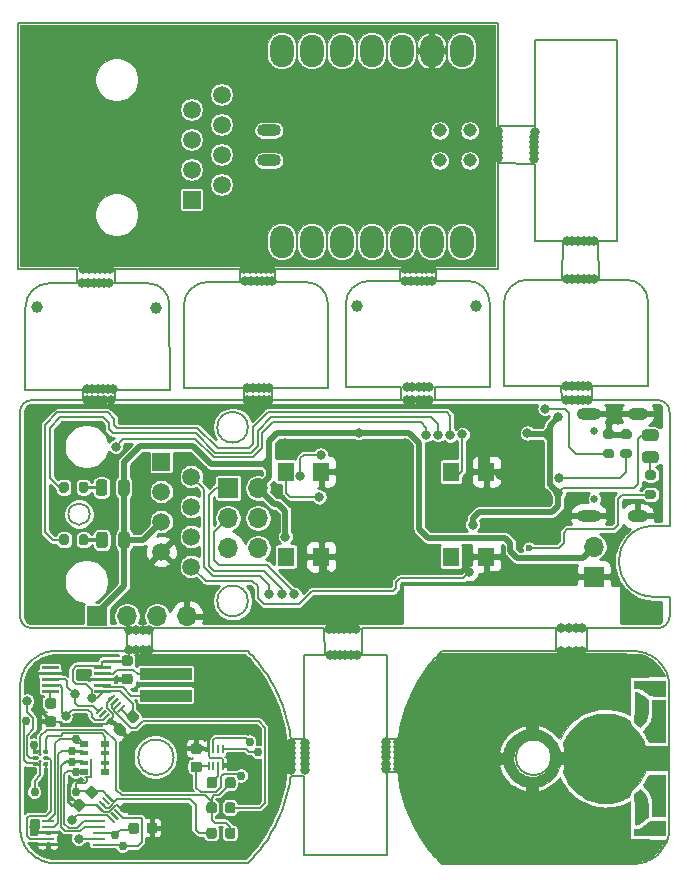
<source format=gbr>
%TF.GenerationSoftware,KiCad,Pcbnew,(5.1.10)-1*%
%TF.CreationDate,2021-10-05T13:13:14-05:00*%
%TF.ProjectId,BYTE_PANELkicad_pcb,42595445-5f50-4414-9e45-4c6b69636164,v2.2*%
%TF.SameCoordinates,Original*%
%TF.FileFunction,Copper,L2,Bot*%
%TF.FilePolarity,Positive*%
%FSLAX46Y46*%
G04 Gerber Fmt 4.6, Leading zero omitted, Abs format (unit mm)*
G04 Created by KiCad (PCBNEW (5.1.10)-1) date 2021-10-05 13:13:14*
%MOMM*%
%LPD*%
G01*
G04 APERTURE LIST*
%TA.AperFunction,Profile*%
%ADD10C,0.200000*%
%TD*%
%TA.AperFunction,EtchedComponent*%
%ADD11C,0.010000*%
%TD*%
%TA.AperFunction,EtchedComponent*%
%ADD12C,0.100000*%
%TD*%
%TA.AperFunction,ComponentPad*%
%ADD13C,1.000000*%
%TD*%
%TA.AperFunction,ComponentPad*%
%ADD14O,1.700000X1.700000*%
%TD*%
%TA.AperFunction,ComponentPad*%
%ADD15R,1.700000X1.700000*%
%TD*%
%TA.AperFunction,SMDPad,CuDef*%
%ADD16R,1.400000X1.600000*%
%TD*%
%TA.AperFunction,ComponentPad*%
%ADD17C,0.650000*%
%TD*%
%TA.AperFunction,ComponentPad*%
%ADD18O,1.800000X1.000000*%
%TD*%
%TA.AperFunction,ComponentPad*%
%ADD19O,2.100000X1.000000*%
%TD*%
%TA.AperFunction,ComponentPad*%
%ADD20C,1.500000*%
%TD*%
%TA.AperFunction,ComponentPad*%
%ADD21R,1.500000X1.500000*%
%TD*%
%TA.AperFunction,SMDPad,CuDef*%
%ADD22R,0.304800X0.203200*%
%TD*%
%TA.AperFunction,SMDPad,CuDef*%
%ADD23C,0.100000*%
%TD*%
%TA.AperFunction,SMDPad,CuDef*%
%ADD24R,4.400000X1.000000*%
%TD*%
%TA.AperFunction,SMDPad,CuDef*%
%ADD25R,0.800000X0.500000*%
%TD*%
%TA.AperFunction,SMDPad,CuDef*%
%ADD26R,0.800000X0.400000*%
%TD*%
%TA.AperFunction,SMDPad,CuDef*%
%ADD27R,1.100000X0.250000*%
%TD*%
%TA.AperFunction,SMDPad,CuDef*%
%ADD28R,0.200000X0.800000*%
%TD*%
%TA.AperFunction,SMDPad,CuDef*%
%ADD29C,1.143000*%
%TD*%
%TA.AperFunction,SMDPad,CuDef*%
%ADD30O,2.032000X1.016000*%
%TD*%
%TA.AperFunction,ComponentPad*%
%ADD31O,1.998980X2.748280*%
%TD*%
%TA.AperFunction,ViaPad*%
%ADD32C,0.800000*%
%TD*%
%TA.AperFunction,ViaPad*%
%ADD33C,0.750000*%
%TD*%
%TA.AperFunction,ViaPad*%
%ADD34C,1.500000*%
%TD*%
%TA.AperFunction,ViaPad*%
%ADD35C,0.600000*%
%TD*%
%TA.AperFunction,Conductor*%
%ADD36C,0.500000*%
%TD*%
%TA.AperFunction,Conductor*%
%ADD37C,0.200000*%
%TD*%
%TA.AperFunction,Conductor*%
%ADD38C,0.150000*%
%TD*%
%TA.AperFunction,Conductor*%
%ADD39C,0.130000*%
%TD*%
%TA.AperFunction,Conductor*%
%ADD40C,0.250000*%
%TD*%
%TA.AperFunction,Conductor*%
%ADD41C,0.300000*%
%TD*%
%TA.AperFunction,Conductor*%
%ADD42C,0.254000*%
%TD*%
%TA.AperFunction,Conductor*%
%ADD43C,0.100000*%
%TD*%
%TA.AperFunction,Conductor*%
%ADD44C,0.025500*%
%TD*%
G04 APERTURE END LIST*
D10*
X145638100Y-94510004D02*
X145638100Y-96762180D01*
X142558100Y-96762180D02*
X142458100Y-94510004D01*
X145638100Y-96762180D02*
X147788100Y-96762180D01*
X162068100Y-94510004D02*
X145638100Y-94510004D01*
X147788100Y-96762180D02*
X147788100Y-103892180D01*
X140778100Y-103872180D02*
X140798100Y-96762180D01*
X157156100Y-55162180D02*
X160298100Y-55182180D01*
X160298100Y-51992180D02*
X157158100Y-51992180D01*
X160298100Y-61762180D02*
X160298100Y-55182180D01*
X157156100Y-43242180D02*
X157158100Y-51992180D01*
X162658100Y-61762180D02*
X162578100Y-65012180D01*
X165708100Y-65012180D02*
X165648100Y-61762180D01*
X167298100Y-61762180D02*
X165648100Y-61762180D01*
X168087294Y-65021970D02*
X165708100Y-65012180D01*
X148898100Y-64072180D02*
X148888100Y-65112180D01*
X151918100Y-64072180D02*
X151938100Y-65112180D01*
X154687294Y-65121970D02*
X151938100Y-65112180D01*
X157156100Y-64070180D02*
X151918100Y-64072180D01*
X162658100Y-61762180D02*
X160298100Y-61762180D01*
X160298100Y-51992180D02*
X160298100Y-44762180D01*
X160298100Y-44762180D02*
X167298100Y-44762180D01*
X167298100Y-44762180D02*
X167298100Y-61762180D01*
X147798100Y-106722180D02*
X147798100Y-113762180D01*
X140798100Y-96762180D02*
X142558100Y-96762180D01*
X140798100Y-113762180D02*
X140798100Y-107012180D01*
X147798100Y-113762180D02*
X140798100Y-113762180D01*
X138338100Y-65222180D02*
X138338100Y-64072180D01*
X135318100Y-64070180D02*
X135318100Y-65212180D01*
X135318100Y-65212180D02*
X132588100Y-65212180D01*
X148898100Y-64072180D02*
X138338100Y-64072180D01*
X124748100Y-64070180D02*
X124738100Y-65322180D01*
X121508100Y-65312180D02*
X121528100Y-64070180D01*
X135318100Y-64070180D02*
X124748100Y-64070180D01*
X127587294Y-65321970D02*
X124738100Y-65322180D01*
X162558100Y-74012180D02*
X162588100Y-75210004D01*
X165188100Y-75202180D02*
X165178100Y-74002180D01*
X165178100Y-74002180D02*
X169888100Y-74012180D01*
X165190000Y-75200004D02*
X170720000Y-75210004D01*
X151848100Y-74112180D02*
X151828100Y-75210004D01*
X149018100Y-75210004D02*
X149008100Y-74112180D01*
X151828100Y-75210004D02*
X162588100Y-75210004D01*
X151848100Y-74112180D02*
X156488100Y-74112180D01*
X138088100Y-74212180D02*
X138078100Y-75210004D01*
X135658100Y-74212180D02*
X135678100Y-75210004D01*
X138078100Y-75210004D02*
X149018100Y-75210004D01*
X130588100Y-74212180D02*
X135658100Y-74212180D01*
X122048100Y-75210004D02*
X122038100Y-74312180D01*
X124798100Y-75210004D02*
X124778100Y-74312180D01*
X124798100Y-75210004D02*
X135678100Y-75210004D01*
X124778100Y-74312180D02*
X129388100Y-74312180D01*
X169888100Y-74012180D02*
X169878310Y-66814500D01*
X157688100Y-74012180D02*
X157688100Y-67012180D01*
X157688100Y-74012180D02*
X162558100Y-74012180D01*
X157688100Y-67012180D02*
G75*
G02*
X159688100Y-65012180I2000000J0D01*
G01*
X168087294Y-65021969D02*
G75*
G02*
X169878309Y-66814499I806J-1790211D01*
G01*
X162578100Y-65012180D02*
X159688100Y-65012180D01*
X144288100Y-74112180D02*
X149008100Y-74112180D01*
X154687294Y-65121969D02*
G75*
G02*
X156478309Y-66914499I806J-1790211D01*
G01*
X156488100Y-74112180D02*
X156478310Y-66914500D01*
X148888100Y-65112180D02*
X146288100Y-65112180D01*
X144288100Y-67112180D02*
G75*
G02*
X146288100Y-65112180I2000000J0D01*
G01*
X144288100Y-74112180D02*
X144288100Y-67112180D01*
X138088100Y-74212180D02*
X142788100Y-74212180D01*
X140987294Y-65221969D02*
G75*
G02*
X142778309Y-67014499I806J-1790211D01*
G01*
X142788100Y-74212180D02*
X142778310Y-67014500D01*
X140985780Y-65221970D02*
X138338100Y-65222180D01*
X130588100Y-67212180D02*
G75*
G02*
X132588100Y-65212180I2000000J0D01*
G01*
X130588100Y-74212180D02*
X130588100Y-67212180D01*
X162068100Y-94510004D02*
X162068100Y-96462228D01*
X164768100Y-94510004D02*
X164768100Y-96462228D01*
X142458100Y-94510004D02*
X127868100Y-94510004D01*
X162068100Y-96462228D02*
X152439691Y-96462228D01*
X125768100Y-94510004D02*
X125768100Y-96442180D01*
X127868100Y-96442180D02*
X127868100Y-94510004D01*
X170720000Y-94510004D02*
X164768100Y-94510004D01*
X135996509Y-96442180D02*
X127868100Y-96442180D01*
X121508100Y-65312180D02*
X119188100Y-65312180D01*
X117188100Y-74312180D02*
X122038100Y-74312180D01*
X129388100Y-74312180D02*
X129378310Y-67114500D01*
X117188100Y-67312180D02*
G75*
G02*
X119188100Y-65312180I2000000J0D01*
G01*
X127587294Y-65321969D02*
G75*
G02*
X129378309Y-67114499I806J-1790211D01*
G01*
X117188100Y-74312180D02*
X117188100Y-67312180D01*
X149664215Y-100587209D02*
X149547799Y-100875525D01*
X149788569Y-100301830D02*
X149664215Y-100587209D01*
X151018880Y-98140002D02*
X150841610Y-98397203D01*
X148785800Y-103890832D02*
X147788100Y-103892180D01*
X147798100Y-106722180D02*
X148751404Y-106721733D01*
X149338778Y-101460413D02*
X149243528Y-101756746D01*
X150669631Y-98658399D02*
X150505589Y-98923432D01*
X148830779Y-103580469D02*
X148785800Y-103890832D01*
X151791463Y-97153663D02*
X151587734Y-97393613D01*
X148785800Y-107033576D02*
X148830779Y-107343939D01*
X149547799Y-100875525D02*
X149439320Y-101166646D01*
X150505589Y-98923432D02*
X150349485Y-99192195D01*
X149076841Y-102356449D02*
X149002758Y-102659582D01*
X149243528Y-101756746D02*
X149156216Y-102055460D01*
X151391942Y-97638088D02*
X151201443Y-97886928D01*
X168690379Y-96462228D02*
X164768100Y-96462228D01*
X168986712Y-96476886D02*
X168838545Y-96465906D01*
X151587734Y-97393613D02*
X151391942Y-97638088D01*
X152439691Y-96462228D02*
X152217441Y-96687838D01*
X149664215Y-110337199D02*
X149788569Y-110622578D01*
X149918215Y-110904914D02*
X150053152Y-111184049D01*
X149076841Y-108567959D02*
X149156216Y-108868948D01*
X149243528Y-109167662D02*
X149338778Y-109463995D01*
X149156216Y-108868948D02*
X149243528Y-109167662D01*
X149002758Y-108264826D02*
X149076841Y-108567959D01*
X150198673Y-111459851D02*
X150349485Y-111732213D01*
X149788569Y-110622578D02*
X149918215Y-110904914D01*
X169560857Y-114332508D02*
X169701086Y-114286523D01*
X148936612Y-102964707D02*
X148881050Y-103271716D01*
X169277753Y-114404025D02*
X169420628Y-114371719D01*
X170230252Y-114036598D02*
X170354606Y-113958149D01*
X149439320Y-109757762D02*
X149547799Y-110048883D01*
X149547799Y-110048883D02*
X149664215Y-110337199D01*
X169970961Y-114174552D02*
X170100606Y-114108776D01*
X169132233Y-114429319D02*
X169277753Y-114404025D01*
X149338778Y-109463995D02*
X149439320Y-109757762D01*
X170473668Y-113873536D02*
X170590085Y-113782810D01*
X168838545Y-114458502D02*
X168986712Y-114447522D01*
X148881050Y-107652692D02*
X148936612Y-107959701D01*
X150053152Y-111184049D02*
X150198673Y-111459851D01*
X171598146Y-112193460D02*
X171629896Y-112050188D01*
X148936612Y-107959701D02*
X149002758Y-108264826D01*
X149918215Y-100019494D02*
X149788569Y-100301830D01*
X169701086Y-96637885D02*
X169560857Y-96591900D01*
X152000483Y-96918369D02*
X151791463Y-97153663D01*
X148881050Y-103271716D02*
X148830779Y-103580469D01*
X150198673Y-99464557D02*
X150053152Y-99740359D01*
X168838545Y-96465906D02*
X168690379Y-96462228D01*
X152217441Y-96687838D02*
X152000483Y-96918369D01*
X171598146Y-98730948D02*
X171558459Y-98589713D01*
X150841610Y-98397203D02*
X150669631Y-98658399D01*
X171460563Y-98314150D02*
X171402355Y-98180351D01*
X151201443Y-97886928D02*
X151018880Y-98140002D01*
X150053152Y-99740359D02*
X149918215Y-100019494D01*
X148751404Y-106721733D02*
X148785800Y-107033576D01*
X149002758Y-102659582D02*
X148936612Y-102964707D01*
X149439320Y-101166646D02*
X149338778Y-101460413D01*
X150349485Y-99192195D02*
X150198673Y-99464557D01*
X169836023Y-96690563D02*
X169701086Y-96637885D01*
X148830779Y-107343939D02*
X148881050Y-107652692D01*
X149156216Y-102055460D02*
X149076841Y-102356449D01*
X171685459Y-99313454D02*
X171674875Y-99165711D01*
X169701086Y-114286523D02*
X169836023Y-114233845D01*
X152000483Y-114006039D02*
X152217441Y-114236570D01*
X151587734Y-113530795D02*
X151791463Y-113770745D01*
X151018880Y-112784406D02*
X151201443Y-113037480D01*
X171185397Y-113126591D02*
X171264772Y-113002476D01*
X171558459Y-112334695D02*
X171598146Y-112193460D01*
X171402355Y-112744057D02*
X171460563Y-112610258D01*
X150841610Y-112527205D02*
X151018880Y-112784406D01*
X150349485Y-111732213D02*
X150505589Y-112000976D01*
X168986712Y-114447522D02*
X169132233Y-114429319D01*
X170100606Y-114108776D02*
X170230252Y-114036598D01*
X150505589Y-112000976D02*
X150669631Y-112266009D01*
X171685459Y-111610954D02*
X171688104Y-111462206D01*
X161707278Y-105453754D02*
G75*
G03*
X161707278Y-105453754I-1500000J0D01*
G01*
X152217441Y-114236570D02*
X152439691Y-114462180D01*
X171656354Y-111905197D02*
X171674875Y-111758697D01*
X170590085Y-113782810D02*
X170703856Y-113686105D01*
X171629896Y-112050188D02*
X171656354Y-111905197D01*
X171100730Y-113247003D02*
X171185397Y-113126591D01*
X150669631Y-112266009D02*
X150841610Y-112527205D01*
X171674875Y-111758697D02*
X171685459Y-111610954D01*
X171336209Y-112874867D02*
X171402355Y-112744057D01*
X169836023Y-114233845D02*
X169970961Y-114174552D01*
X170230252Y-96887810D02*
X170100606Y-96815632D01*
X169132233Y-96495089D02*
X168986712Y-96476886D01*
X171688104Y-99462202D02*
X171685459Y-99313454D01*
X169970961Y-96749856D02*
X169836023Y-96690563D01*
X171010772Y-97560935D02*
X170912876Y-97448699D01*
X171264772Y-97921932D02*
X171185397Y-97797817D01*
X170473668Y-97050872D02*
X170354606Y-96966259D01*
X169560857Y-96591900D02*
X169420628Y-96552689D01*
X171674875Y-99165711D02*
X171656354Y-99019211D01*
X171185397Y-97797817D02*
X171100730Y-97677405D01*
X169277753Y-96520383D02*
X169132233Y-96495089D01*
X168690379Y-114462180D02*
X168838545Y-114458502D01*
X151391942Y-113286320D02*
X151587734Y-113530795D01*
X169420628Y-114371719D02*
X169560857Y-114332508D01*
X151791463Y-113770745D02*
X152000483Y-114006039D01*
X171460563Y-112610258D02*
X171513480Y-112473706D01*
X171010772Y-113363473D02*
X171100730Y-113247003D01*
X170703856Y-113686105D02*
X170809689Y-113583525D01*
X171513480Y-112473706D02*
X171558459Y-112334695D01*
X151201443Y-113037480D02*
X151391942Y-113286320D01*
X170912876Y-113475709D02*
X171010772Y-113363473D01*
X152439691Y-114462180D02*
X168690379Y-114462180D01*
X170354606Y-113958149D02*
X170473668Y-113873536D01*
X171264772Y-113002476D02*
X171336209Y-112874867D01*
X170809689Y-113583525D02*
X170912876Y-113475709D01*
X171402355Y-98180351D02*
X171336209Y-98049541D01*
X170703856Y-97238303D02*
X170590085Y-97141598D01*
X169420628Y-96552689D02*
X169277753Y-96520383D01*
X171336209Y-98049541D02*
X171264772Y-97921932D01*
X170354606Y-96966259D02*
X170230252Y-96887810D01*
X171629896Y-98874220D02*
X171598146Y-98730948D01*
X171688104Y-111462206D02*
X171688104Y-99462202D01*
X170912876Y-97448699D02*
X170809689Y-97340883D01*
X170809689Y-97340883D02*
X170703856Y-97238303D01*
X170590085Y-97141598D02*
X170473668Y-97050872D01*
X171656354Y-99019211D02*
X171629896Y-98874220D01*
X170100606Y-96815632D02*
X169970961Y-96749856D01*
X171558459Y-98589713D02*
X171513480Y-98450702D01*
X171100730Y-97677405D02*
X171010772Y-97560935D01*
X171513480Y-98450702D02*
X171460563Y-98314150D01*
X117720000Y-94510004D02*
G75*
G02*
X116720000Y-93510004I0J1000000D01*
G01*
X170720000Y-75210004D02*
G75*
G02*
X171720000Y-76210004I0J-1000000D01*
G01*
X170420000Y-91860004D02*
X171720000Y-91860004D01*
X125768100Y-94510004D02*
X117720000Y-94510004D01*
X116720000Y-76210004D02*
G75*
G02*
X117720000Y-75210004I1000000J0D01*
G01*
X122620000Y-84860004D02*
G75*
G03*
X122620000Y-84860004I-900000J0D01*
G01*
X136020001Y-77510004D02*
G75*
G03*
X136020001Y-77510004I-1300001J0D01*
G01*
X170420000Y-91860004D02*
G75*
G02*
X170420000Y-85860004I0J3000000D01*
G01*
X136020001Y-92210004D02*
G75*
G03*
X136020001Y-92210004I-1300001J0D01*
G01*
X171720000Y-91860004D02*
X171720000Y-93510004D01*
X171720000Y-93510004D02*
G75*
G02*
X170720000Y-94510004I-1000000J0D01*
G01*
X116720000Y-93510004D02*
X116720000Y-76210004D01*
X171720000Y-85860004D02*
X170420000Y-85860004D01*
X117720000Y-75210004D02*
X122048100Y-75210004D01*
X171720000Y-76210004D02*
X171720000Y-85860004D01*
X116748096Y-99442154D02*
X116748096Y-111442158D01*
X116806304Y-112030140D02*
X116838054Y-112173412D01*
X118081594Y-113938101D02*
X118205948Y-114016550D01*
X119015572Y-114351671D02*
X119158447Y-114383977D01*
X117099991Y-112854819D02*
X117171428Y-112982428D01*
X117732344Y-113666057D02*
X117846115Y-113762762D01*
X117033845Y-112724009D02*
X117099991Y-112854819D01*
X117962532Y-113853488D02*
X118081594Y-113938101D01*
X116761325Y-111738649D02*
X116779846Y-111885149D01*
X117250803Y-113106543D02*
X117335470Y-113226955D01*
X119158447Y-114383977D02*
X119303967Y-114409271D01*
X118205948Y-114016550D02*
X118335594Y-114088728D01*
X117171428Y-112982428D02*
X117250803Y-113106543D01*
X118875343Y-114312460D02*
X119015572Y-114351671D01*
X117425428Y-113343425D02*
X117523324Y-113455661D01*
X118465239Y-114154504D02*
X118600177Y-114213797D01*
X116748096Y-111442158D02*
X116750741Y-111590906D01*
X119303967Y-114409271D02*
X119449488Y-114427474D01*
X116922720Y-112453658D02*
X116975637Y-112590210D01*
X117335470Y-113226955D02*
X117425428Y-113343425D01*
X116877741Y-112314647D02*
X116922720Y-112453658D01*
X118335594Y-114088728D02*
X118465239Y-114154504D01*
X116779846Y-111885149D02*
X116806304Y-112030140D01*
X117846115Y-113762762D02*
X117962532Y-113853488D01*
X117626511Y-113563477D02*
X117732344Y-113666057D01*
X117523324Y-113455661D02*
X117626511Y-113563477D01*
X116750741Y-111590906D02*
X116761325Y-111738649D01*
X116975637Y-112590210D02*
X117033845Y-112724009D01*
X118735114Y-114266475D02*
X118875343Y-114312460D01*
X116838054Y-112173412D02*
X116877741Y-112314647D01*
X118600177Y-114213797D02*
X118735114Y-114266475D01*
X119597655Y-114438454D02*
X119745821Y-114442132D01*
X139555150Y-107632644D02*
X139605421Y-107323891D01*
X136218759Y-114216522D02*
X136435717Y-113985991D01*
X136435717Y-113985991D02*
X136644737Y-113750697D01*
X137234757Y-113017432D02*
X137417320Y-112764358D01*
X137594590Y-112507157D02*
X137766569Y-112245961D01*
X138086715Y-111712165D02*
X138237527Y-111439803D01*
X138237527Y-111439803D02*
X138383048Y-111164001D01*
X138517985Y-110884866D02*
X138647631Y-110602530D01*
X139279984Y-108848900D02*
X139359359Y-108547911D01*
X138996880Y-109737714D02*
X139097422Y-109443947D01*
X139433442Y-108244778D02*
X139499588Y-107939653D01*
X139605421Y-103560421D02*
X139555150Y-103251668D01*
X140778100Y-103872180D02*
X139650400Y-103870784D01*
X138383048Y-111164001D02*
X138517985Y-110884866D01*
X139097422Y-109443947D02*
X139192672Y-109147614D01*
X139650400Y-107013528D02*
X140798100Y-107012180D01*
X139359359Y-108547911D02*
X139433442Y-108244778D01*
X135996509Y-114442132D02*
X136218759Y-114216522D01*
X136644737Y-113750697D02*
X136848466Y-113510747D01*
X136848466Y-113510747D02*
X137044258Y-113266272D01*
X137417320Y-112764358D02*
X137594590Y-112507157D01*
X138647631Y-110602530D02*
X138771985Y-110317151D01*
X138771985Y-110317151D02*
X138888401Y-110028835D01*
X119449488Y-114427474D02*
X119597655Y-114438454D01*
X119745821Y-114442132D02*
X135996509Y-114442132D01*
X137044258Y-113266272D02*
X137234757Y-113017432D01*
X137930611Y-111980928D02*
X138086715Y-111712165D01*
X139192672Y-109147614D02*
X139279984Y-108848900D01*
X139650400Y-103870784D02*
X139605421Y-103560421D01*
X138888401Y-110028835D02*
X138996880Y-109737714D01*
X139605421Y-107323891D02*
X139650400Y-107013528D01*
X137766569Y-112245961D02*
X137930611Y-111980928D01*
X139499588Y-107939653D02*
X139555150Y-107632644D01*
X139279984Y-102035412D02*
X139192672Y-101736698D01*
X138647631Y-100281782D02*
X138517985Y-99999446D01*
X138237527Y-99444509D02*
X138086715Y-99172147D01*
X139555150Y-103251668D02*
X139499588Y-102944659D01*
X139499588Y-102944659D02*
X139433442Y-102639534D01*
X139433442Y-102639534D02*
X139359359Y-102336401D01*
X138996880Y-101146598D02*
X138888401Y-100855477D01*
X138771985Y-100567161D02*
X138647631Y-100281782D01*
X139192672Y-101736698D02*
X139097422Y-101440365D01*
X139359359Y-102336401D02*
X139279984Y-102035412D01*
X139097422Y-101440365D02*
X138996880Y-101146598D01*
X138888401Y-100855477D02*
X138771985Y-100567161D01*
X138383048Y-99720311D02*
X138237527Y-99444509D01*
X138517985Y-99999446D02*
X138383048Y-99720311D01*
X116838054Y-98710900D02*
X116806304Y-98854172D01*
X119597655Y-96445858D02*
X119449488Y-96456838D01*
X117962532Y-97030824D02*
X117846115Y-97121550D01*
X119303967Y-96475041D02*
X119158447Y-96500335D01*
X118465239Y-96729808D02*
X118335594Y-96795584D01*
X118205948Y-96867762D02*
X118081594Y-96946211D01*
X119158447Y-96500335D02*
X119015572Y-96532641D01*
X118875343Y-96571852D02*
X118735114Y-96617837D01*
X116806304Y-98854172D02*
X116779846Y-98999163D01*
X138086715Y-99172147D02*
X137930611Y-98903384D01*
X136218759Y-96667790D02*
X135996509Y-96442180D01*
X137930611Y-98903384D02*
X137766569Y-98638351D01*
X137766569Y-98638351D02*
X137594590Y-98377155D01*
X118600177Y-96670515D02*
X118465239Y-96729808D01*
X137594590Y-98377155D02*
X137417320Y-98119954D01*
X137417320Y-98119954D02*
X137234757Y-97866880D01*
X116750741Y-99293406D02*
X116748096Y-99442154D01*
X136848466Y-97373565D02*
X136644737Y-97133615D01*
X117335470Y-97657357D02*
X117250803Y-97777769D01*
X117250803Y-97777769D02*
X117171428Y-97901884D01*
X117099991Y-98029493D02*
X117033845Y-98160303D01*
X116761325Y-99145663D02*
X116750741Y-99293406D01*
X136435717Y-96898321D02*
X136218759Y-96667790D01*
X118735114Y-96617837D02*
X118600177Y-96670515D01*
X118335594Y-96795584D02*
X118205948Y-96867762D01*
X117846115Y-97121550D02*
X117732344Y-97218255D01*
X116779846Y-98999163D02*
X116761325Y-99145663D01*
X129728922Y-105450606D02*
G75*
G03*
X129728922Y-105450606I-1500000J0D01*
G01*
X119449488Y-96456838D02*
X119303967Y-96475041D01*
X117033845Y-98160303D02*
X116975637Y-98294102D01*
X116877741Y-98569665D02*
X116838054Y-98710900D01*
X117732344Y-97218255D02*
X117626511Y-97320835D01*
X117523324Y-97428651D02*
X117425428Y-97540887D01*
X117425428Y-97540887D02*
X117335470Y-97657357D01*
X116975637Y-98294102D02*
X116922720Y-98430654D01*
X116922720Y-98430654D02*
X116877741Y-98569665D01*
X137234757Y-97866880D02*
X137044258Y-97618040D01*
X117171428Y-97901884D02*
X117099991Y-98029493D01*
X137044258Y-97618040D02*
X136848466Y-97373565D01*
X136644737Y-97133615D02*
X136435717Y-96898321D01*
X117626511Y-97320835D02*
X117523324Y-97428651D01*
X118081594Y-96946211D02*
X117962532Y-97030824D01*
X125768100Y-96442180D02*
X119745821Y-96442180D01*
X119015572Y-96532641D02*
X118875343Y-96571852D01*
X119745821Y-96442180D02*
X119597655Y-96445858D01*
X116516100Y-43242180D02*
X157156100Y-43242180D01*
X116516100Y-64070180D02*
X116516100Y-43242180D01*
X121528100Y-64070180D02*
X116516100Y-64070180D01*
X157156100Y-55162180D02*
X157156100Y-64070180D01*
D11*
%TO.C,J1*%
G36*
X168751153Y-101287725D02*
G01*
X168751650Y-101063896D01*
X168752641Y-100850715D01*
X168754071Y-100652314D01*
X168755888Y-100472827D01*
X168758035Y-100316387D01*
X168760461Y-100187128D01*
X168763111Y-100089182D01*
X168765930Y-100026684D01*
X168767875Y-100006763D01*
X168779441Y-99954460D01*
X168797605Y-99930557D01*
X168835930Y-99925045D01*
X168876614Y-99926513D01*
X168973573Y-99945552D01*
X169088204Y-99991286D01*
X169210159Y-100058673D01*
X169329095Y-100142672D01*
X169342600Y-100153569D01*
X169422555Y-100217930D01*
X169512341Y-100288421D01*
X169603965Y-100358970D01*
X169689438Y-100423504D01*
X169760768Y-100475951D01*
X169809966Y-100510237D01*
X169820864Y-100517048D01*
X169832648Y-100526016D01*
X169841930Y-100540800D01*
X169849039Y-100566154D01*
X169854306Y-100606834D01*
X169858061Y-100667596D01*
X169860634Y-100753195D01*
X169862357Y-100868387D01*
X169863558Y-101017928D01*
X169864246Y-101141465D01*
X169864419Y-101304604D01*
X169863360Y-101460768D01*
X169861210Y-101602937D01*
X169858109Y-101724089D01*
X169854199Y-101817205D01*
X169849622Y-101875261D01*
X169849448Y-101876600D01*
X169816139Y-102053939D01*
X169763539Y-102213568D01*
X169687144Y-102364030D01*
X169582451Y-102513872D01*
X169444956Y-102671637D01*
X169412639Y-102705394D01*
X169307674Y-102813598D01*
X169307674Y-101871605D01*
X169416759Y-101868050D01*
X169519170Y-101823992D01*
X169612303Y-101740333D01*
X169662617Y-101671552D01*
X169699535Y-101612653D01*
X169717336Y-101573862D01*
X169718222Y-101538714D01*
X169704396Y-101490745D01*
X169691702Y-101454049D01*
X169656568Y-101361138D01*
X169622612Y-101297901D01*
X169581677Y-101252718D01*
X169525608Y-101213971D01*
X169521433Y-101211509D01*
X169409815Y-101168225D01*
X169296916Y-101165788D01*
X169187825Y-101203194D01*
X169087633Y-101279440D01*
X169067562Y-101301017D01*
X169029655Y-101350546D01*
X169010647Y-101398968D01*
X169004508Y-101464720D01*
X169004282Y-101494458D01*
X169021137Y-101625587D01*
X169071161Y-101730645D01*
X169154786Y-101810403D01*
X169194521Y-101833755D01*
X169307674Y-101871605D01*
X169307674Y-102813598D01*
X169196928Y-102927763D01*
X168973431Y-102705891D01*
X168749934Y-102484020D01*
X168751153Y-101287725D01*
G37*
X168751153Y-101287725D02*
X168751650Y-101063896D01*
X168752641Y-100850715D01*
X168754071Y-100652314D01*
X168755888Y-100472827D01*
X168758035Y-100316387D01*
X168760461Y-100187128D01*
X168763111Y-100089182D01*
X168765930Y-100026684D01*
X168767875Y-100006763D01*
X168779441Y-99954460D01*
X168797605Y-99930557D01*
X168835930Y-99925045D01*
X168876614Y-99926513D01*
X168973573Y-99945552D01*
X169088204Y-99991286D01*
X169210159Y-100058673D01*
X169329095Y-100142672D01*
X169342600Y-100153569D01*
X169422555Y-100217930D01*
X169512341Y-100288421D01*
X169603965Y-100358970D01*
X169689438Y-100423504D01*
X169760768Y-100475951D01*
X169809966Y-100510237D01*
X169820864Y-100517048D01*
X169832648Y-100526016D01*
X169841930Y-100540800D01*
X169849039Y-100566154D01*
X169854306Y-100606834D01*
X169858061Y-100667596D01*
X169860634Y-100753195D01*
X169862357Y-100868387D01*
X169863558Y-101017928D01*
X169864246Y-101141465D01*
X169864419Y-101304604D01*
X169863360Y-101460768D01*
X169861210Y-101602937D01*
X169858109Y-101724089D01*
X169854199Y-101817205D01*
X169849622Y-101875261D01*
X169849448Y-101876600D01*
X169816139Y-102053939D01*
X169763539Y-102213568D01*
X169687144Y-102364030D01*
X169582451Y-102513872D01*
X169444956Y-102671637D01*
X169412639Y-102705394D01*
X169307674Y-102813598D01*
X169307674Y-101871605D01*
X169416759Y-101868050D01*
X169519170Y-101823992D01*
X169612303Y-101740333D01*
X169662617Y-101671552D01*
X169699535Y-101612653D01*
X169717336Y-101573862D01*
X169718222Y-101538714D01*
X169704396Y-101490745D01*
X169691702Y-101454049D01*
X169656568Y-101361138D01*
X169622612Y-101297901D01*
X169581677Y-101252718D01*
X169525608Y-101213971D01*
X169521433Y-101211509D01*
X169409815Y-101168225D01*
X169296916Y-101165788D01*
X169187825Y-101203194D01*
X169087633Y-101279440D01*
X169067562Y-101301017D01*
X169029655Y-101350546D01*
X169010647Y-101398968D01*
X169004508Y-101464720D01*
X169004282Y-101494458D01*
X169021137Y-101625587D01*
X169071161Y-101730645D01*
X169154786Y-101810403D01*
X169194521Y-101833755D01*
X169307674Y-101871605D01*
X169307674Y-102813598D01*
X169196928Y-102927763D01*
X168973431Y-102705891D01*
X168749934Y-102484020D01*
X168751153Y-101287725D01*
G36*
X168973499Y-108356635D02*
G01*
X169197065Y-108134763D01*
X169395851Y-108340515D01*
X169478067Y-108428199D01*
X169556764Y-108516705D01*
X169623241Y-108595965D01*
X169668794Y-108655907D01*
X169670230Y-108658015D01*
X169711535Y-108724708D01*
X169746676Y-108795706D01*
X169776281Y-108875159D01*
X169800979Y-108967219D01*
X169821398Y-109076040D01*
X169838166Y-109205772D01*
X169851912Y-109360567D01*
X169863264Y-109544578D01*
X169872850Y-109761957D01*
X169881299Y-110016855D01*
X169882579Y-110061100D01*
X169895836Y-110526938D01*
X169783260Y-110582939D01*
X169712882Y-110624143D01*
X169627613Y-110682977D01*
X169543522Y-110748202D01*
X169526317Y-110762685D01*
X169372731Y-110890782D01*
X169303391Y-110944064D01*
X169303391Y-109870602D01*
X169399999Y-109868348D01*
X169498191Y-109831310D01*
X169588780Y-109765642D01*
X169662580Y-109677500D01*
X169699529Y-109605214D01*
X169711562Y-109544465D01*
X169701006Y-109472507D01*
X169666118Y-109379406D01*
X169656025Y-109357286D01*
X169596577Y-109263021D01*
X169519414Y-109203779D01*
X169418051Y-109175610D01*
X169351633Y-109171930D01*
X169224415Y-109188389D01*
X169123675Y-109236164D01*
X169051970Y-109312850D01*
X169011859Y-109416041D01*
X169003934Y-109498831D01*
X169021996Y-109627220D01*
X169074166Y-109733174D01*
X169157413Y-109812933D01*
X169268712Y-109862738D01*
X169303391Y-109870602D01*
X169303391Y-110944064D01*
X169243462Y-110990115D01*
X169134225Y-111063126D01*
X169040735Y-111112260D01*
X168958706Y-111139960D01*
X168883854Y-111148672D01*
X168852192Y-111147129D01*
X168798546Y-111132946D01*
X168771992Y-111097816D01*
X168768750Y-111087513D01*
X168766044Y-111057089D01*
X168763428Y-110988269D01*
X168760955Y-110884990D01*
X168758675Y-110751190D01*
X168756641Y-110590804D01*
X168754902Y-110407770D01*
X168753511Y-110206027D01*
X168752518Y-109989509D01*
X168752043Y-109806552D01*
X168749934Y-108578507D01*
X168973499Y-108356635D01*
G37*
X168973499Y-108356635D02*
X169197065Y-108134763D01*
X169395851Y-108340515D01*
X169478067Y-108428199D01*
X169556764Y-108516705D01*
X169623241Y-108595965D01*
X169668794Y-108655907D01*
X169670230Y-108658015D01*
X169711535Y-108724708D01*
X169746676Y-108795706D01*
X169776281Y-108875159D01*
X169800979Y-108967219D01*
X169821398Y-109076040D01*
X169838166Y-109205772D01*
X169851912Y-109360567D01*
X169863264Y-109544578D01*
X169872850Y-109761957D01*
X169881299Y-110016855D01*
X169882579Y-110061100D01*
X169895836Y-110526938D01*
X169783260Y-110582939D01*
X169712882Y-110624143D01*
X169627613Y-110682977D01*
X169543522Y-110748202D01*
X169526317Y-110762685D01*
X169372731Y-110890782D01*
X169303391Y-110944064D01*
X169303391Y-109870602D01*
X169399999Y-109868348D01*
X169498191Y-109831310D01*
X169588780Y-109765642D01*
X169662580Y-109677500D01*
X169699529Y-109605214D01*
X169711562Y-109544465D01*
X169701006Y-109472507D01*
X169666118Y-109379406D01*
X169656025Y-109357286D01*
X169596577Y-109263021D01*
X169519414Y-109203779D01*
X169418051Y-109175610D01*
X169351633Y-109171930D01*
X169224415Y-109188389D01*
X169123675Y-109236164D01*
X169051970Y-109312850D01*
X169011859Y-109416041D01*
X169003934Y-109498831D01*
X169021996Y-109627220D01*
X169074166Y-109733174D01*
X169157413Y-109812933D01*
X169268712Y-109862738D01*
X169303391Y-109870602D01*
X169303391Y-110944064D01*
X169243462Y-110990115D01*
X169134225Y-111063126D01*
X169040735Y-111112260D01*
X168958706Y-111139960D01*
X168883854Y-111148672D01*
X168852192Y-111147129D01*
X168798546Y-111132946D01*
X168771992Y-111097816D01*
X168768750Y-111087513D01*
X168766044Y-111057089D01*
X168763428Y-110988269D01*
X168760955Y-110884990D01*
X168758675Y-110751190D01*
X168756641Y-110590804D01*
X168754902Y-110407770D01*
X168753511Y-110206027D01*
X168752518Y-109989509D01*
X168752043Y-109806552D01*
X168749934Y-108578507D01*
X168973499Y-108356635D01*
G36*
X171374600Y-99022513D02*
G01*
X171374600Y-100250180D01*
X170871892Y-100249812D01*
X170659755Y-100248333D01*
X170483623Y-100243112D01*
X170350446Y-100233429D01*
X170350446Y-99869180D01*
X170447088Y-99850045D01*
X170541451Y-99798456D01*
X170621431Y-99723136D01*
X170673545Y-99636346D01*
X170692198Y-99553648D01*
X170693473Y-99458175D01*
X170677951Y-99371079D01*
X170665399Y-99339785D01*
X170617936Y-99282147D01*
X170542668Y-99226773D01*
X170453621Y-99182411D01*
X170376642Y-99159724D01*
X170298132Y-99158161D01*
X170210952Y-99184808D01*
X170203556Y-99188027D01*
X170105210Y-99250788D01*
X170038430Y-99333016D01*
X170001712Y-99427746D01*
X169993555Y-99528013D01*
X170012457Y-99626851D01*
X170056915Y-99717294D01*
X170125428Y-99792377D01*
X170216493Y-99845136D01*
X170328608Y-99868604D01*
X170350446Y-99869180D01*
X170350446Y-100233429D01*
X170337218Y-100232467D01*
X170214262Y-100214714D01*
X170108475Y-100188170D01*
X170013581Y-100151153D01*
X169923300Y-100101978D01*
X169831354Y-100038963D01*
X169731466Y-99960424D01*
X169702176Y-99936218D01*
X169538608Y-99807790D01*
X169391335Y-99710250D01*
X169252376Y-99639805D01*
X169113750Y-99592661D01*
X168967477Y-99565025D01*
X168908368Y-99558861D01*
X168749934Y-99545468D01*
X168749934Y-99022513D01*
X171374600Y-99022513D01*
G37*
X171374600Y-99022513D02*
X171374600Y-100250180D01*
X170871892Y-100249812D01*
X170659755Y-100248333D01*
X170483623Y-100243112D01*
X170350446Y-100233429D01*
X170350446Y-99869180D01*
X170447088Y-99850045D01*
X170541451Y-99798456D01*
X170621431Y-99723136D01*
X170673545Y-99636346D01*
X170692198Y-99553648D01*
X170693473Y-99458175D01*
X170677951Y-99371079D01*
X170665399Y-99339785D01*
X170617936Y-99282147D01*
X170542668Y-99226773D01*
X170453621Y-99182411D01*
X170376642Y-99159724D01*
X170298132Y-99158161D01*
X170210952Y-99184808D01*
X170203556Y-99188027D01*
X170105210Y-99250788D01*
X170038430Y-99333016D01*
X170001712Y-99427746D01*
X169993555Y-99528013D01*
X170012457Y-99626851D01*
X170056915Y-99717294D01*
X170125428Y-99792377D01*
X170216493Y-99845136D01*
X170328608Y-99868604D01*
X170350446Y-99869180D01*
X170350446Y-100233429D01*
X170337218Y-100232467D01*
X170214262Y-100214714D01*
X170108475Y-100188170D01*
X170013581Y-100151153D01*
X169923300Y-100101978D01*
X169831354Y-100038963D01*
X169731466Y-99960424D01*
X169702176Y-99936218D01*
X169538608Y-99807790D01*
X169391335Y-99710250D01*
X169252376Y-99639805D01*
X169113750Y-99592661D01*
X168967477Y-99565025D01*
X168908368Y-99558861D01*
X168749934Y-99545468D01*
X168749934Y-99022513D01*
X171374600Y-99022513D01*
G36*
X169643463Y-103015720D02*
G01*
X169820119Y-102825327D01*
X169968252Y-102631835D01*
X170083254Y-102441627D01*
X170130162Y-102342033D01*
X170158927Y-102258729D01*
X170182290Y-102156541D01*
X170200617Y-102031511D01*
X170214275Y-101879679D01*
X170223629Y-101697087D01*
X170229046Y-101479776D01*
X170230853Y-101253410D01*
X170231868Y-101119388D01*
X170234208Y-100990031D01*
X170237592Y-100875373D01*
X170241739Y-100785450D01*
X170245199Y-100740118D01*
X170258797Y-100610013D01*
X171374600Y-100610013D01*
X171374600Y-104144846D01*
X170383049Y-104144846D01*
X170383049Y-103869789D01*
X170490635Y-103840331D01*
X170587769Y-103774479D01*
X170649138Y-103702004D01*
X170691545Y-103603041D01*
X170695555Y-103494090D01*
X170661419Y-103382441D01*
X170636622Y-103337840D01*
X170555705Y-103244872D01*
X170454864Y-103189167D01*
X170338475Y-103171180D01*
X170233611Y-103186481D01*
X170141629Y-103235449D01*
X170067436Y-103306110D01*
X170003548Y-103406792D01*
X169980511Y-103513243D01*
X169998313Y-103620164D01*
X170056946Y-103722256D01*
X170068272Y-103735702D01*
X170164800Y-103817885D01*
X170272082Y-103862444D01*
X170383049Y-103869789D01*
X170383049Y-104144846D01*
X169956736Y-104144846D01*
X169820277Y-103872528D01*
X169758364Y-103752172D01*
X169689972Y-103624407D01*
X169623311Y-103504290D01*
X169566589Y-103406884D01*
X169565364Y-103404860D01*
X169446909Y-103209511D01*
X169643463Y-103015720D01*
G37*
X169643463Y-103015720D02*
X169820119Y-102825327D01*
X169968252Y-102631835D01*
X170083254Y-102441627D01*
X170130162Y-102342033D01*
X170158927Y-102258729D01*
X170182290Y-102156541D01*
X170200617Y-102031511D01*
X170214275Y-101879679D01*
X170223629Y-101697087D01*
X170229046Y-101479776D01*
X170230853Y-101253410D01*
X170231868Y-101119388D01*
X170234208Y-100990031D01*
X170237592Y-100875373D01*
X170241739Y-100785450D01*
X170245199Y-100740118D01*
X170258797Y-100610013D01*
X171374600Y-100610013D01*
X171374600Y-104144846D01*
X170383049Y-104144846D01*
X170383049Y-103869789D01*
X170490635Y-103840331D01*
X170587769Y-103774479D01*
X170649138Y-103702004D01*
X170691545Y-103603041D01*
X170695555Y-103494090D01*
X170661419Y-103382441D01*
X170636622Y-103337840D01*
X170555705Y-103244872D01*
X170454864Y-103189167D01*
X170338475Y-103171180D01*
X170233611Y-103186481D01*
X170141629Y-103235449D01*
X170067436Y-103306110D01*
X170003548Y-103406792D01*
X169980511Y-103513243D01*
X169998313Y-103620164D01*
X170056946Y-103722256D01*
X170068272Y-103735702D01*
X170164800Y-103817885D01*
X170272082Y-103862444D01*
X170383049Y-103869789D01*
X170383049Y-104144846D01*
X169956736Y-104144846D01*
X169820277Y-103872528D01*
X169758364Y-103752172D01*
X169689972Y-103624407D01*
X169623311Y-103504290D01*
X169566589Y-103406884D01*
X169565364Y-103404860D01*
X169446909Y-103209511D01*
X169643463Y-103015720D01*
G36*
X169584475Y-107621957D02*
G01*
X169650491Y-107509139D01*
X169722886Y-107376650D01*
X169791356Y-107243725D01*
X169830909Y-107161846D01*
X169944531Y-106917680D01*
X171374600Y-106917680D01*
X171374600Y-110452513D01*
X170294262Y-110452513D01*
X170294262Y-107859961D01*
X170401437Y-107856024D01*
X170505116Y-107818254D01*
X170597631Y-107747895D01*
X170657242Y-107670974D01*
X170689266Y-107584093D01*
X170696680Y-107481274D01*
X170679632Y-107380913D01*
X170654417Y-107323908D01*
X170591348Y-107256528D01*
X170500285Y-107205163D01*
X170394461Y-107176212D01*
X170340632Y-107172145D01*
X170220919Y-107189237D01*
X170123152Y-107237392D01*
X170050047Y-107309957D01*
X170004318Y-107400282D01*
X169988681Y-107501716D01*
X170005851Y-107607607D01*
X170058541Y-107711306D01*
X170100112Y-107761357D01*
X170191264Y-107828820D01*
X170294262Y-107859961D01*
X170294262Y-110452513D01*
X170256567Y-110452513D01*
X170244786Y-110277888D01*
X170241017Y-110206614D01*
X170236838Y-110101460D01*
X170232517Y-109970875D01*
X170228320Y-109823309D01*
X170224514Y-109667208D01*
X170222552Y-109574096D01*
X170218654Y-109420544D01*
X170213328Y-109273860D01*
X170206975Y-109141667D01*
X170199993Y-109031585D01*
X170192784Y-108951235D01*
X170188143Y-108918442D01*
X170139234Y-108742905D01*
X170057726Y-108565486D01*
X169941631Y-108382932D01*
X169788962Y-108191989D01*
X169657556Y-108049832D01*
X169451662Y-107837902D01*
X169584475Y-107621957D01*
G37*
X169584475Y-107621957D02*
X169650491Y-107509139D01*
X169722886Y-107376650D01*
X169791356Y-107243725D01*
X169830909Y-107161846D01*
X169944531Y-106917680D01*
X171374600Y-106917680D01*
X171374600Y-110452513D01*
X170294262Y-110452513D01*
X170294262Y-107859961D01*
X170401437Y-107856024D01*
X170505116Y-107818254D01*
X170597631Y-107747895D01*
X170657242Y-107670974D01*
X170689266Y-107584093D01*
X170696680Y-107481274D01*
X170679632Y-107380913D01*
X170654417Y-107323908D01*
X170591348Y-107256528D01*
X170500285Y-107205163D01*
X170394461Y-107176212D01*
X170340632Y-107172145D01*
X170220919Y-107189237D01*
X170123152Y-107237392D01*
X170050047Y-107309957D01*
X170004318Y-107400282D01*
X169988681Y-107501716D01*
X170005851Y-107607607D01*
X170058541Y-107711306D01*
X170100112Y-107761357D01*
X170191264Y-107828820D01*
X170294262Y-107859961D01*
X170294262Y-110452513D01*
X170256567Y-110452513D01*
X170244786Y-110277888D01*
X170241017Y-110206614D01*
X170236838Y-110101460D01*
X170232517Y-109970875D01*
X170228320Y-109823309D01*
X170224514Y-109667208D01*
X170222552Y-109574096D01*
X170218654Y-109420544D01*
X170213328Y-109273860D01*
X170206975Y-109141667D01*
X170199993Y-109031585D01*
X170192784Y-108951235D01*
X170188143Y-108918442D01*
X170139234Y-108742905D01*
X170057726Y-108565486D01*
X169941631Y-108382932D01*
X169788962Y-108191989D01*
X169657556Y-108049832D01*
X169451662Y-107837902D01*
X169584475Y-107621957D01*
G36*
X168871642Y-111543150D02*
G01*
X169075261Y-111500140D01*
X169276096Y-111420490D01*
X169477576Y-111302520D01*
X169681267Y-111146140D01*
X169826483Y-111027294D01*
X169948221Y-110939132D01*
X170049672Y-110879463D01*
X170104600Y-110855517D01*
X170151567Y-110845651D01*
X170235491Y-110837111D01*
X170357637Y-110829826D01*
X170519269Y-110823725D01*
X170721654Y-110818737D01*
X170776642Y-110817694D01*
X171374600Y-110806914D01*
X171374600Y-112040013D01*
X170346060Y-112040013D01*
X170346060Y-111884178D01*
X170386103Y-111880780D01*
X170499992Y-111838657D01*
X170590972Y-111768355D01*
X170655218Y-111677215D01*
X170688907Y-111572581D01*
X170688217Y-111461793D01*
X170655413Y-111363619D01*
X170584999Y-111267038D01*
X170489745Y-111204725D01*
X170369567Y-111176624D01*
X170369525Y-111176620D01*
X170249238Y-111185187D01*
X170144739Y-111227885D01*
X170061559Y-111298778D01*
X170005227Y-111391932D01*
X169981272Y-111501409D01*
X169987182Y-111587037D01*
X170021167Y-111672576D01*
X170084163Y-111752508D01*
X170166054Y-111819384D01*
X170256725Y-111865757D01*
X170346060Y-111884178D01*
X170346060Y-112040013D01*
X168749934Y-112040013D01*
X168749934Y-111558058D01*
X168871642Y-111543150D01*
G37*
X168871642Y-111543150D02*
X169075261Y-111500140D01*
X169276096Y-111420490D01*
X169477576Y-111302520D01*
X169681267Y-111146140D01*
X169826483Y-111027294D01*
X169948221Y-110939132D01*
X170049672Y-110879463D01*
X170104600Y-110855517D01*
X170151567Y-110845651D01*
X170235491Y-110837111D01*
X170357637Y-110829826D01*
X170519269Y-110823725D01*
X170721654Y-110818737D01*
X170776642Y-110817694D01*
X171374600Y-110806914D01*
X171374600Y-112040013D01*
X170346060Y-112040013D01*
X170346060Y-111884178D01*
X170386103Y-111880780D01*
X170499992Y-111838657D01*
X170590972Y-111768355D01*
X170655218Y-111677215D01*
X170688907Y-111572581D01*
X170688217Y-111461793D01*
X170655413Y-111363619D01*
X170584999Y-111267038D01*
X170489745Y-111204725D01*
X170369567Y-111176624D01*
X170369525Y-111176620D01*
X170249238Y-111185187D01*
X170144739Y-111227885D01*
X170061559Y-111298778D01*
X170005227Y-111391932D01*
X169981272Y-111501409D01*
X169987182Y-111587037D01*
X170021167Y-111672576D01*
X170084163Y-111752508D01*
X170166054Y-111819384D01*
X170256725Y-111865757D01*
X170346060Y-111884178D01*
X170346060Y-112040013D01*
X168749934Y-112040013D01*
X168749934Y-111558058D01*
X168871642Y-111543150D01*
G36*
X148734063Y-105499037D02*
G01*
X148744766Y-105065596D01*
X148755869Y-104769691D01*
X148767865Y-104509483D01*
X148781507Y-104278334D01*
X148797548Y-104069607D01*
X148816739Y-103876668D01*
X148839834Y-103692877D01*
X148867583Y-103511600D01*
X148900741Y-103326198D01*
X148940058Y-103130036D01*
X148986288Y-102916476D01*
X148990576Y-102897242D01*
X149174251Y-102168220D01*
X149395202Y-101459234D01*
X149653492Y-100770134D01*
X149949185Y-100100772D01*
X150282344Y-99451000D01*
X150653035Y-98820668D01*
X150901149Y-98440430D01*
X151051352Y-98223843D01*
X151204316Y-98013817D01*
X151364766Y-97804479D01*
X151537431Y-97589955D01*
X151727037Y-97364373D01*
X151938311Y-97121859D01*
X152175980Y-96856542D01*
X152176434Y-96856042D01*
X152377517Y-96634070D01*
X158875684Y-96633845D01*
X159761665Y-96633929D01*
X160605596Y-96634245D01*
X161407760Y-96634795D01*
X162168439Y-96635580D01*
X162887918Y-96636602D01*
X163566477Y-96637863D01*
X164204401Y-96639365D01*
X164801972Y-96641108D01*
X165359472Y-96643094D01*
X165877185Y-96645326D01*
X166355393Y-96647805D01*
X166794380Y-96650532D01*
X167194427Y-96653510D01*
X167555819Y-96656739D01*
X167878837Y-96660221D01*
X168163764Y-96663959D01*
X168410884Y-96667953D01*
X168620478Y-96672206D01*
X168792830Y-96676719D01*
X168928224Y-96681493D01*
X169026940Y-96686531D01*
X169089263Y-96691833D01*
X169099184Y-96693199D01*
X169304816Y-96736200D01*
X169521208Y-96800570D01*
X169733141Y-96880867D01*
X169925397Y-96971651D01*
X170006896Y-97017761D01*
X170156842Y-97118707D01*
X170319106Y-97245587D01*
X170485389Y-97390489D01*
X170647390Y-97545500D01*
X170796809Y-97702708D01*
X170925347Y-97854200D01*
X171017973Y-97981644D01*
X171063925Y-98055748D01*
X171115435Y-98144843D01*
X171168744Y-98241645D01*
X171220095Y-98338871D01*
X171265729Y-98429236D01*
X171301890Y-98505454D01*
X171324818Y-98560243D01*
X171330755Y-98586317D01*
X171330295Y-98587040D01*
X171308096Y-98588827D01*
X171247001Y-98590937D01*
X171150443Y-98593313D01*
X171021858Y-98595897D01*
X170864681Y-98598633D01*
X170682345Y-98601463D01*
X170478287Y-98604329D01*
X170255941Y-98607174D01*
X170018742Y-98609941D01*
X169855498Y-98611698D01*
X168390100Y-98626956D01*
X168387731Y-100047109D01*
X168387121Y-100294534D01*
X168386153Y-100534059D01*
X168384867Y-100761570D01*
X168383303Y-100972957D01*
X168381503Y-101164106D01*
X168379506Y-101330905D01*
X168377353Y-101469241D01*
X168375084Y-101575002D01*
X168372741Y-101644076D01*
X168371856Y-101659609D01*
X168358350Y-101851954D01*
X168019684Y-101708459D01*
X167814960Y-101624068D01*
X167633071Y-101555317D01*
X167465950Y-101500676D01*
X167305527Y-101458616D01*
X167143733Y-101427608D01*
X166972500Y-101406122D01*
X166783759Y-101392630D01*
X166569441Y-101385601D01*
X166321477Y-101383507D01*
X166305184Y-101383505D01*
X166114749Y-101384058D01*
X165960053Y-101385827D01*
X165834510Y-101389129D01*
X165731536Y-101394285D01*
X165644545Y-101401612D01*
X165566952Y-101411429D01*
X165500850Y-101422448D01*
X165194495Y-101495741D01*
X164877806Y-101603511D01*
X164558273Y-101741839D01*
X164243386Y-101906804D01*
X163940633Y-102094483D01*
X163657504Y-102300958D01*
X163403317Y-102520573D01*
X163205065Y-102722199D01*
X163024727Y-102936420D01*
X162856459Y-103171204D01*
X162694417Y-103434521D01*
X162579815Y-103643406D01*
X162437218Y-103914549D01*
X162138117Y-103620735D01*
X161963270Y-103453420D01*
X161808860Y-103315733D01*
X161669716Y-103203593D01*
X161540666Y-103112919D01*
X161416537Y-103039632D01*
X161373350Y-103017360D01*
X161282506Y-102975284D01*
X161171173Y-102928359D01*
X161049668Y-102880448D01*
X160928309Y-102835410D01*
X160817413Y-102797108D01*
X160727298Y-102769401D01*
X160680489Y-102758071D01*
X160627438Y-102751351D01*
X160599482Y-102762279D01*
X160580795Y-102797655D01*
X160579301Y-102801550D01*
X160561931Y-102863211D01*
X160549322Y-102937658D01*
X160542492Y-103012256D01*
X160542458Y-103074369D01*
X160550239Y-103111361D01*
X160554009Y-103115528D01*
X160583275Y-103127261D01*
X160642645Y-103146967D01*
X160721463Y-103171180D01*
X160758613Y-103182095D01*
X160984988Y-103264422D01*
X161216588Y-103379450D01*
X161442674Y-103520673D01*
X161652511Y-103681583D01*
X161786775Y-103805244D01*
X161931419Y-103966167D01*
X162068528Y-104149022D01*
X162192334Y-104344121D01*
X162297066Y-104541776D01*
X162376955Y-104732298D01*
X162416673Y-104862943D01*
X162439335Y-104941309D01*
X162463806Y-105003875D01*
X162485301Y-105038708D01*
X162488002Y-105040823D01*
X162533023Y-105049353D01*
X162616499Y-105042160D01*
X162677333Y-105031809D01*
X162738796Y-105020544D01*
X162782967Y-105009508D01*
X162810874Y-104992712D01*
X162823546Y-104964170D01*
X162822011Y-104917895D01*
X162807296Y-104847900D01*
X162780430Y-104748198D01*
X162746677Y-104627995D01*
X162671768Y-104359727D01*
X162791825Y-104088245D01*
X162912799Y-103830774D01*
X163035546Y-103604955D01*
X163166969Y-103400420D01*
X163313975Y-103206800D01*
X163483466Y-103013727D01*
X163562597Y-102930738D01*
X163810831Y-102688876D01*
X164051774Y-102482777D01*
X164292329Y-102308319D01*
X164539398Y-102161384D01*
X164799886Y-102037851D01*
X165080695Y-101933600D01*
X165377934Y-101847284D01*
X165567594Y-101802856D01*
X165745981Y-101771618D01*
X165924521Y-101752591D01*
X166114644Y-101744798D01*
X166327777Y-101747260D01*
X166474517Y-101753407D01*
X166774862Y-101775245D01*
X167043403Y-101809920D01*
X167289339Y-101859737D01*
X167521867Y-101926999D01*
X167750187Y-102014011D01*
X167983496Y-102123077D01*
X168015546Y-102139445D01*
X168143318Y-102208218D01*
X168237128Y-102266835D01*
X168302492Y-102320416D01*
X168344930Y-102374082D01*
X168369959Y-102432951D01*
X168379637Y-102477237D01*
X168397845Y-102561466D01*
X168426314Y-102637749D01*
X168469821Y-102713476D01*
X168533143Y-102796036D01*
X168621055Y-102892818D01*
X168700613Y-102973814D01*
X168956299Y-103251527D01*
X169181232Y-103542650D01*
X169372142Y-103842309D01*
X169525761Y-104145630D01*
X169587004Y-104295646D01*
X169665413Y-104504680D01*
X171480434Y-104504680D01*
X171480434Y-106536680D01*
X169663577Y-106536680D01*
X169606608Y-106711305D01*
X169525913Y-106917449D01*
X169415421Y-107138478D01*
X169280754Y-107366092D01*
X169127537Y-107591995D01*
X168961393Y-107807887D01*
X168787946Y-108005470D01*
X168615068Y-108174441D01*
X168524035Y-108258818D01*
X168460945Y-108327453D01*
X168419834Y-108389956D01*
X168394738Y-108455932D01*
X168379696Y-108534991D01*
X168376750Y-108558411D01*
X168351989Y-108668155D01*
X168313976Y-108736578D01*
X168271809Y-108771806D01*
X168197524Y-108818824D01*
X168098435Y-108874021D01*
X167981855Y-108933786D01*
X167855099Y-108994508D01*
X167725481Y-109052577D01*
X167600315Y-109104382D01*
X167486916Y-109146311D01*
X167477725Y-109149415D01*
X167346547Y-109191346D01*
X167226133Y-109224710D01*
X167108970Y-109250449D01*
X166987544Y-109269505D01*
X166854342Y-109282821D01*
X166701850Y-109291337D01*
X166522555Y-109295998D01*
X166308942Y-109297744D01*
X166294600Y-109297778D01*
X166113096Y-109297675D01*
X165967401Y-109296322D01*
X165851000Y-109293390D01*
X165757378Y-109288554D01*
X165680023Y-109281484D01*
X165612418Y-109271855D01*
X165553767Y-109260568D01*
X165201493Y-109165468D01*
X164850661Y-109032138D01*
X164508514Y-108864283D01*
X164182296Y-108665608D01*
X163879250Y-108439816D01*
X163775767Y-108351315D01*
X163493616Y-108072571D01*
X163242043Y-107765280D01*
X163022825Y-107431923D01*
X162837740Y-107074979D01*
X162800592Y-106990758D01*
X162749866Y-106866306D01*
X162717815Y-106767742D01*
X162703545Y-106683416D01*
X162706163Y-106601676D01*
X162724774Y-106510874D01*
X162755844Y-106407488D01*
X162793470Y-106289951D01*
X162818503Y-106205872D01*
X162831733Y-106148544D01*
X162833952Y-106111262D01*
X162825950Y-106087322D01*
X162808519Y-106070018D01*
X162796629Y-106061833D01*
X162740651Y-106037186D01*
X162668127Y-106020531D01*
X162593029Y-106013184D01*
X162529329Y-106016457D01*
X162490999Y-106031664D01*
X162489809Y-106032986D01*
X162472830Y-106064649D01*
X162446425Y-106126776D01*
X162414538Y-106209665D01*
X162388408Y-106282460D01*
X162302820Y-106506791D01*
X162210900Y-106699995D01*
X162105506Y-106873270D01*
X161979499Y-107037813D01*
X161825737Y-107204822D01*
X161756828Y-107272925D01*
X161583735Y-107426583D01*
X161396172Y-107568870D01*
X161207968Y-107689731D01*
X161110548Y-107742747D01*
X161052588Y-107768442D01*
X160966484Y-107802220D01*
X160864469Y-107839444D01*
X160771881Y-107871157D01*
X160678026Y-107903617D01*
X160601176Y-107932825D01*
X160548985Y-107955681D01*
X160529108Y-107969086D01*
X160529103Y-107969478D01*
X160549776Y-108105872D01*
X160568237Y-108204326D01*
X160585617Y-108269101D01*
X160603048Y-108304458D01*
X160620769Y-108314680D01*
X160658030Y-108307610D01*
X160725803Y-108288428D01*
X160815073Y-108260174D01*
X160916823Y-108225887D01*
X161022037Y-108188609D01*
X161121700Y-108151380D01*
X161206795Y-108117239D01*
X161208769Y-108116404D01*
X161468938Y-107986235D01*
X161723353Y-107820676D01*
X161963326Y-107626567D01*
X162180171Y-107410748D01*
X162321105Y-107240471D01*
X162366088Y-107183799D01*
X162402046Y-107143762D01*
X162420565Y-107129346D01*
X162435416Y-107147233D01*
X162464042Y-107195820D01*
X162502201Y-107267500D01*
X162541936Y-107347005D01*
X162717053Y-107666829D01*
X162926163Y-107979527D01*
X163162526Y-108276736D01*
X163419404Y-108550097D01*
X163690058Y-108791247D01*
X163734261Y-108826339D01*
X164075606Y-109066162D01*
X164437269Y-109269405D01*
X164816817Y-109435190D01*
X165211819Y-109562639D01*
X165619842Y-109650871D01*
X166038453Y-109699009D01*
X166167707Y-109705571D01*
X166570491Y-109701458D01*
X166963736Y-109659158D01*
X167351756Y-109577783D01*
X167738867Y-109456443D01*
X168101437Y-109307139D01*
X168199615Y-109262449D01*
X168283241Y-109224858D01*
X168345200Y-109197529D01*
X168378375Y-109183624D01*
X168381895Y-109182513D01*
X168383206Y-109203138D01*
X168384452Y-109262842D01*
X168385617Y-109358373D01*
X168386684Y-109486476D01*
X168387637Y-109643900D01*
X168388458Y-109827389D01*
X168389131Y-110033691D01*
X168389640Y-110259552D01*
X168389968Y-110501719D01*
X168390099Y-110756939D01*
X168390100Y-110788376D01*
X168390100Y-112394240D01*
X169855892Y-112409816D01*
X170100957Y-112412502D01*
X170333364Y-112415209D01*
X170549689Y-112417887D01*
X170746507Y-112420486D01*
X170920393Y-112422955D01*
X171067922Y-112425246D01*
X171185670Y-112427307D01*
X171270211Y-112429090D01*
X171318122Y-112430543D01*
X171328019Y-112431302D01*
X171321815Y-112451458D01*
X171300323Y-112502301D01*
X171266798Y-112576464D01*
X171224497Y-112666579D01*
X171218172Y-112679814D01*
X171044284Y-113000694D01*
X170846358Y-113287550D01*
X170655548Y-113508278D01*
X170483353Y-113675406D01*
X170306358Y-113821637D01*
X170116450Y-113952238D01*
X169905516Y-114072476D01*
X169665442Y-114187619D01*
X169501350Y-114257550D01*
X169247350Y-114361683D01*
X160174561Y-114374735D01*
X160174561Y-107106104D01*
X160269295Y-107105157D01*
X160348961Y-107098280D01*
X160427104Y-107084450D01*
X160493805Y-107068657D01*
X160741348Y-106985337D01*
X160965285Y-106867185D01*
X161163912Y-106715595D01*
X161335529Y-106531963D01*
X161478431Y-106317682D01*
X161528240Y-106221470D01*
X161616550Y-105989104D01*
X161667933Y-105741575D01*
X161681810Y-105485419D01*
X161657601Y-105227176D01*
X161628549Y-105089398D01*
X161563151Y-104884913D01*
X161474050Y-104701688D01*
X161356237Y-104532035D01*
X161204697Y-104368265D01*
X161092414Y-104266998D01*
X160936150Y-104148590D01*
X160775839Y-104058748D01*
X160603856Y-103994998D01*
X160412575Y-103954867D01*
X160194370Y-103935881D01*
X160064447Y-103933547D01*
X159833074Y-103943609D01*
X159631794Y-103975232D01*
X159452543Y-104031640D01*
X159287258Y-104116055D01*
X159127878Y-104231700D01*
X158981511Y-104366458D01*
X158856068Y-104500207D01*
X158759188Y-104623861D01*
X158683230Y-104749269D01*
X158620554Y-104888277D01*
X158588777Y-104975401D01*
X158522317Y-105222043D01*
X158495305Y-105459954D01*
X158505576Y-105681916D01*
X158556807Y-105941746D01*
X158642448Y-106183202D01*
X158760299Y-106403002D01*
X158908157Y-106597860D01*
X159083824Y-106764493D01*
X159285099Y-106899618D01*
X159341350Y-106929182D01*
X159500609Y-107000399D01*
X159653921Y-107050189D01*
X159815799Y-107082089D01*
X160000757Y-107099635D01*
X160051217Y-107102147D01*
X160174561Y-107106104D01*
X160174561Y-114374735D01*
X159444994Y-114375785D01*
X159444994Y-108290424D01*
X159472002Y-108289786D01*
X159506456Y-108281569D01*
X159530015Y-108259937D01*
X159549824Y-108214885D01*
X159567581Y-108155930D01*
X159591105Y-108067233D01*
X159598605Y-108007002D01*
X159584783Y-107966600D01*
X159544345Y-107937388D01*
X159471995Y-107910729D01*
X159404850Y-107890533D01*
X159254688Y-107842971D01*
X159127656Y-107794009D01*
X159006524Y-107736003D01*
X158874063Y-107661314D01*
X158834830Y-107637726D01*
X158558035Y-107446045D01*
X158312547Y-107226651D01*
X158099626Y-106981202D01*
X157920535Y-106711357D01*
X157776538Y-106418775D01*
X157669094Y-106105837D01*
X157634961Y-105981911D01*
X157535656Y-105996726D01*
X157535136Y-105996831D01*
X157535136Y-105051661D01*
X157582590Y-105043246D01*
X157620021Y-105017037D01*
X157653157Y-104967152D01*
X157687730Y-104887711D01*
X157723425Y-104790003D01*
X157843751Y-104497616D01*
X157989532Y-104234428D01*
X158165693Y-103992613D01*
X158356075Y-103785013D01*
X158563738Y-103597678D01*
X158776605Y-103444141D01*
X159005266Y-103317984D01*
X159260313Y-103212789D01*
X159351934Y-103181627D01*
X159436050Y-103152842D01*
X159506460Y-103126058D01*
X159552025Y-103105620D01*
X159560830Y-103100169D01*
X159574941Y-103067163D01*
X159580820Y-103006901D01*
X159579182Y-102933506D01*
X159570744Y-102861099D01*
X159556221Y-102803802D01*
X159544720Y-102782352D01*
X159522768Y-102766771D01*
X159487286Y-102762492D01*
X159431748Y-102770446D01*
X159349628Y-102791561D01*
X159235517Y-102826413D01*
X159083926Y-102881150D01*
X158915515Y-102952893D01*
X158744116Y-103034957D01*
X158583558Y-103120658D01*
X158447672Y-103203312D01*
X158427578Y-103216883D01*
X158298750Y-103315549D01*
X158158568Y-103439844D01*
X158017631Y-103579200D01*
X157886537Y-103723047D01*
X157775884Y-103860819D01*
X157760222Y-103882379D01*
X157649380Y-104050540D01*
X157547318Y-104230115D01*
X157457947Y-104412464D01*
X157385180Y-104588950D01*
X157332929Y-104750935D01*
X157305505Y-104886384D01*
X157303376Y-104956519D01*
X157321801Y-105002069D01*
X157367455Y-105029520D01*
X157447013Y-105045363D01*
X157471930Y-105048163D01*
X157535136Y-105051661D01*
X157535136Y-105996831D01*
X157458046Y-106012400D01*
X157385255Y-106033486D01*
X157367559Y-106040197D01*
X157328847Y-106061720D01*
X157306474Y-106091730D01*
X157300149Y-106137097D01*
X157309577Y-106204691D01*
X157334467Y-106301382D01*
X157353670Y-106366254D01*
X157465150Y-106664005D01*
X157614113Y-106951582D01*
X157796189Y-107223304D01*
X158007006Y-107473489D01*
X158242194Y-107696458D01*
X158497383Y-107886530D01*
X158548109Y-107918665D01*
X158684942Y-107997771D01*
X158830490Y-108072877D01*
X158977781Y-108141184D01*
X159119846Y-108199892D01*
X159249717Y-108246201D01*
X159360422Y-108277311D01*
X159444994Y-108290424D01*
X159444994Y-114375785D01*
X152388390Y-114385937D01*
X152115144Y-114096684D01*
X151736891Y-113680283D01*
X151391897Y-113265969D01*
X151072729Y-112844156D01*
X150771953Y-112405260D01*
X150626878Y-112177596D01*
X150268237Y-111561977D01*
X149943267Y-110922088D01*
X149653106Y-110260749D01*
X149398894Y-109580776D01*
X149181768Y-108884990D01*
X149002868Y-108176208D01*
X148993689Y-108134763D01*
X148915921Y-107756200D01*
X148852777Y-107391440D01*
X148803619Y-107032608D01*
X148767807Y-106671827D01*
X148744703Y-106301223D01*
X148733668Y-105912918D01*
X148734063Y-105499037D01*
G37*
X148734063Y-105499037D02*
X148744766Y-105065596D01*
X148755869Y-104769691D01*
X148767865Y-104509483D01*
X148781507Y-104278334D01*
X148797548Y-104069607D01*
X148816739Y-103876668D01*
X148839834Y-103692877D01*
X148867583Y-103511600D01*
X148900741Y-103326198D01*
X148940058Y-103130036D01*
X148986288Y-102916476D01*
X148990576Y-102897242D01*
X149174251Y-102168220D01*
X149395202Y-101459234D01*
X149653492Y-100770134D01*
X149949185Y-100100772D01*
X150282344Y-99451000D01*
X150653035Y-98820668D01*
X150901149Y-98440430D01*
X151051352Y-98223843D01*
X151204316Y-98013817D01*
X151364766Y-97804479D01*
X151537431Y-97589955D01*
X151727037Y-97364373D01*
X151938311Y-97121859D01*
X152175980Y-96856542D01*
X152176434Y-96856042D01*
X152377517Y-96634070D01*
X158875684Y-96633845D01*
X159761665Y-96633929D01*
X160605596Y-96634245D01*
X161407760Y-96634795D01*
X162168439Y-96635580D01*
X162887918Y-96636602D01*
X163566477Y-96637863D01*
X164204401Y-96639365D01*
X164801972Y-96641108D01*
X165359472Y-96643094D01*
X165877185Y-96645326D01*
X166355393Y-96647805D01*
X166794380Y-96650532D01*
X167194427Y-96653510D01*
X167555819Y-96656739D01*
X167878837Y-96660221D01*
X168163764Y-96663959D01*
X168410884Y-96667953D01*
X168620478Y-96672206D01*
X168792830Y-96676719D01*
X168928224Y-96681493D01*
X169026940Y-96686531D01*
X169089263Y-96691833D01*
X169099184Y-96693199D01*
X169304816Y-96736200D01*
X169521208Y-96800570D01*
X169733141Y-96880867D01*
X169925397Y-96971651D01*
X170006896Y-97017761D01*
X170156842Y-97118707D01*
X170319106Y-97245587D01*
X170485389Y-97390489D01*
X170647390Y-97545500D01*
X170796809Y-97702708D01*
X170925347Y-97854200D01*
X171017973Y-97981644D01*
X171063925Y-98055748D01*
X171115435Y-98144843D01*
X171168744Y-98241645D01*
X171220095Y-98338871D01*
X171265729Y-98429236D01*
X171301890Y-98505454D01*
X171324818Y-98560243D01*
X171330755Y-98586317D01*
X171330295Y-98587040D01*
X171308096Y-98588827D01*
X171247001Y-98590937D01*
X171150443Y-98593313D01*
X171021858Y-98595897D01*
X170864681Y-98598633D01*
X170682345Y-98601463D01*
X170478287Y-98604329D01*
X170255941Y-98607174D01*
X170018742Y-98609941D01*
X169855498Y-98611698D01*
X168390100Y-98626956D01*
X168387731Y-100047109D01*
X168387121Y-100294534D01*
X168386153Y-100534059D01*
X168384867Y-100761570D01*
X168383303Y-100972957D01*
X168381503Y-101164106D01*
X168379506Y-101330905D01*
X168377353Y-101469241D01*
X168375084Y-101575002D01*
X168372741Y-101644076D01*
X168371856Y-101659609D01*
X168358350Y-101851954D01*
X168019684Y-101708459D01*
X167814960Y-101624068D01*
X167633071Y-101555317D01*
X167465950Y-101500676D01*
X167305527Y-101458616D01*
X167143733Y-101427608D01*
X166972500Y-101406122D01*
X166783759Y-101392630D01*
X166569441Y-101385601D01*
X166321477Y-101383507D01*
X166305184Y-101383505D01*
X166114749Y-101384058D01*
X165960053Y-101385827D01*
X165834510Y-101389129D01*
X165731536Y-101394285D01*
X165644545Y-101401612D01*
X165566952Y-101411429D01*
X165500850Y-101422448D01*
X165194495Y-101495741D01*
X164877806Y-101603511D01*
X164558273Y-101741839D01*
X164243386Y-101906804D01*
X163940633Y-102094483D01*
X163657504Y-102300958D01*
X163403317Y-102520573D01*
X163205065Y-102722199D01*
X163024727Y-102936420D01*
X162856459Y-103171204D01*
X162694417Y-103434521D01*
X162579815Y-103643406D01*
X162437218Y-103914549D01*
X162138117Y-103620735D01*
X161963270Y-103453420D01*
X161808860Y-103315733D01*
X161669716Y-103203593D01*
X161540666Y-103112919D01*
X161416537Y-103039632D01*
X161373350Y-103017360D01*
X161282506Y-102975284D01*
X161171173Y-102928359D01*
X161049668Y-102880448D01*
X160928309Y-102835410D01*
X160817413Y-102797108D01*
X160727298Y-102769401D01*
X160680489Y-102758071D01*
X160627438Y-102751351D01*
X160599482Y-102762279D01*
X160580795Y-102797655D01*
X160579301Y-102801550D01*
X160561931Y-102863211D01*
X160549322Y-102937658D01*
X160542492Y-103012256D01*
X160542458Y-103074369D01*
X160550239Y-103111361D01*
X160554009Y-103115528D01*
X160583275Y-103127261D01*
X160642645Y-103146967D01*
X160721463Y-103171180D01*
X160758613Y-103182095D01*
X160984988Y-103264422D01*
X161216588Y-103379450D01*
X161442674Y-103520673D01*
X161652511Y-103681583D01*
X161786775Y-103805244D01*
X161931419Y-103966167D01*
X162068528Y-104149022D01*
X162192334Y-104344121D01*
X162297066Y-104541776D01*
X162376955Y-104732298D01*
X162416673Y-104862943D01*
X162439335Y-104941309D01*
X162463806Y-105003875D01*
X162485301Y-105038708D01*
X162488002Y-105040823D01*
X162533023Y-105049353D01*
X162616499Y-105042160D01*
X162677333Y-105031809D01*
X162738796Y-105020544D01*
X162782967Y-105009508D01*
X162810874Y-104992712D01*
X162823546Y-104964170D01*
X162822011Y-104917895D01*
X162807296Y-104847900D01*
X162780430Y-104748198D01*
X162746677Y-104627995D01*
X162671768Y-104359727D01*
X162791825Y-104088245D01*
X162912799Y-103830774D01*
X163035546Y-103604955D01*
X163166969Y-103400420D01*
X163313975Y-103206800D01*
X163483466Y-103013727D01*
X163562597Y-102930738D01*
X163810831Y-102688876D01*
X164051774Y-102482777D01*
X164292329Y-102308319D01*
X164539398Y-102161384D01*
X164799886Y-102037851D01*
X165080695Y-101933600D01*
X165377934Y-101847284D01*
X165567594Y-101802856D01*
X165745981Y-101771618D01*
X165924521Y-101752591D01*
X166114644Y-101744798D01*
X166327777Y-101747260D01*
X166474517Y-101753407D01*
X166774862Y-101775245D01*
X167043403Y-101809920D01*
X167289339Y-101859737D01*
X167521867Y-101926999D01*
X167750187Y-102014011D01*
X167983496Y-102123077D01*
X168015546Y-102139445D01*
X168143318Y-102208218D01*
X168237128Y-102266835D01*
X168302492Y-102320416D01*
X168344930Y-102374082D01*
X168369959Y-102432951D01*
X168379637Y-102477237D01*
X168397845Y-102561466D01*
X168426314Y-102637749D01*
X168469821Y-102713476D01*
X168533143Y-102796036D01*
X168621055Y-102892818D01*
X168700613Y-102973814D01*
X168956299Y-103251527D01*
X169181232Y-103542650D01*
X169372142Y-103842309D01*
X169525761Y-104145630D01*
X169587004Y-104295646D01*
X169665413Y-104504680D01*
X171480434Y-104504680D01*
X171480434Y-106536680D01*
X169663577Y-106536680D01*
X169606608Y-106711305D01*
X169525913Y-106917449D01*
X169415421Y-107138478D01*
X169280754Y-107366092D01*
X169127537Y-107591995D01*
X168961393Y-107807887D01*
X168787946Y-108005470D01*
X168615068Y-108174441D01*
X168524035Y-108258818D01*
X168460945Y-108327453D01*
X168419834Y-108389956D01*
X168394738Y-108455932D01*
X168379696Y-108534991D01*
X168376750Y-108558411D01*
X168351989Y-108668155D01*
X168313976Y-108736578D01*
X168271809Y-108771806D01*
X168197524Y-108818824D01*
X168098435Y-108874021D01*
X167981855Y-108933786D01*
X167855099Y-108994508D01*
X167725481Y-109052577D01*
X167600315Y-109104382D01*
X167486916Y-109146311D01*
X167477725Y-109149415D01*
X167346547Y-109191346D01*
X167226133Y-109224710D01*
X167108970Y-109250449D01*
X166987544Y-109269505D01*
X166854342Y-109282821D01*
X166701850Y-109291337D01*
X166522555Y-109295998D01*
X166308942Y-109297744D01*
X166294600Y-109297778D01*
X166113096Y-109297675D01*
X165967401Y-109296322D01*
X165851000Y-109293390D01*
X165757378Y-109288554D01*
X165680023Y-109281484D01*
X165612418Y-109271855D01*
X165553767Y-109260568D01*
X165201493Y-109165468D01*
X164850661Y-109032138D01*
X164508514Y-108864283D01*
X164182296Y-108665608D01*
X163879250Y-108439816D01*
X163775767Y-108351315D01*
X163493616Y-108072571D01*
X163242043Y-107765280D01*
X163022825Y-107431923D01*
X162837740Y-107074979D01*
X162800592Y-106990758D01*
X162749866Y-106866306D01*
X162717815Y-106767742D01*
X162703545Y-106683416D01*
X162706163Y-106601676D01*
X162724774Y-106510874D01*
X162755844Y-106407488D01*
X162793470Y-106289951D01*
X162818503Y-106205872D01*
X162831733Y-106148544D01*
X162833952Y-106111262D01*
X162825950Y-106087322D01*
X162808519Y-106070018D01*
X162796629Y-106061833D01*
X162740651Y-106037186D01*
X162668127Y-106020531D01*
X162593029Y-106013184D01*
X162529329Y-106016457D01*
X162490999Y-106031664D01*
X162489809Y-106032986D01*
X162472830Y-106064649D01*
X162446425Y-106126776D01*
X162414538Y-106209665D01*
X162388408Y-106282460D01*
X162302820Y-106506791D01*
X162210900Y-106699995D01*
X162105506Y-106873270D01*
X161979499Y-107037813D01*
X161825737Y-107204822D01*
X161756828Y-107272925D01*
X161583735Y-107426583D01*
X161396172Y-107568870D01*
X161207968Y-107689731D01*
X161110548Y-107742747D01*
X161052588Y-107768442D01*
X160966484Y-107802220D01*
X160864469Y-107839444D01*
X160771881Y-107871157D01*
X160678026Y-107903617D01*
X160601176Y-107932825D01*
X160548985Y-107955681D01*
X160529108Y-107969086D01*
X160529103Y-107969478D01*
X160549776Y-108105872D01*
X160568237Y-108204326D01*
X160585617Y-108269101D01*
X160603048Y-108304458D01*
X160620769Y-108314680D01*
X160658030Y-108307610D01*
X160725803Y-108288428D01*
X160815073Y-108260174D01*
X160916823Y-108225887D01*
X161022037Y-108188609D01*
X161121700Y-108151380D01*
X161206795Y-108117239D01*
X161208769Y-108116404D01*
X161468938Y-107986235D01*
X161723353Y-107820676D01*
X161963326Y-107626567D01*
X162180171Y-107410748D01*
X162321105Y-107240471D01*
X162366088Y-107183799D01*
X162402046Y-107143762D01*
X162420565Y-107129346D01*
X162435416Y-107147233D01*
X162464042Y-107195820D01*
X162502201Y-107267500D01*
X162541936Y-107347005D01*
X162717053Y-107666829D01*
X162926163Y-107979527D01*
X163162526Y-108276736D01*
X163419404Y-108550097D01*
X163690058Y-108791247D01*
X163734261Y-108826339D01*
X164075606Y-109066162D01*
X164437269Y-109269405D01*
X164816817Y-109435190D01*
X165211819Y-109562639D01*
X165619842Y-109650871D01*
X166038453Y-109699009D01*
X166167707Y-109705571D01*
X166570491Y-109701458D01*
X166963736Y-109659158D01*
X167351756Y-109577783D01*
X167738867Y-109456443D01*
X168101437Y-109307139D01*
X168199615Y-109262449D01*
X168283241Y-109224858D01*
X168345200Y-109197529D01*
X168378375Y-109183624D01*
X168381895Y-109182513D01*
X168383206Y-109203138D01*
X168384452Y-109262842D01*
X168385617Y-109358373D01*
X168386684Y-109486476D01*
X168387637Y-109643900D01*
X168388458Y-109827389D01*
X168389131Y-110033691D01*
X168389640Y-110259552D01*
X168389968Y-110501719D01*
X168390099Y-110756939D01*
X168390100Y-110788376D01*
X168390100Y-112394240D01*
X169855892Y-112409816D01*
X170100957Y-112412502D01*
X170333364Y-112415209D01*
X170549689Y-112417887D01*
X170746507Y-112420486D01*
X170920393Y-112422955D01*
X171067922Y-112425246D01*
X171185670Y-112427307D01*
X171270211Y-112429090D01*
X171318122Y-112430543D01*
X171328019Y-112431302D01*
X171321815Y-112451458D01*
X171300323Y-112502301D01*
X171266798Y-112576464D01*
X171224497Y-112666579D01*
X171218172Y-112679814D01*
X171044284Y-113000694D01*
X170846358Y-113287550D01*
X170655548Y-113508278D01*
X170483353Y-113675406D01*
X170306358Y-113821637D01*
X170116450Y-113952238D01*
X169905516Y-114072476D01*
X169665442Y-114187619D01*
X169501350Y-114257550D01*
X169247350Y-114361683D01*
X160174561Y-114374735D01*
X160174561Y-107106104D01*
X160269295Y-107105157D01*
X160348961Y-107098280D01*
X160427104Y-107084450D01*
X160493805Y-107068657D01*
X160741348Y-106985337D01*
X160965285Y-106867185D01*
X161163912Y-106715595D01*
X161335529Y-106531963D01*
X161478431Y-106317682D01*
X161528240Y-106221470D01*
X161616550Y-105989104D01*
X161667933Y-105741575D01*
X161681810Y-105485419D01*
X161657601Y-105227176D01*
X161628549Y-105089398D01*
X161563151Y-104884913D01*
X161474050Y-104701688D01*
X161356237Y-104532035D01*
X161204697Y-104368265D01*
X161092414Y-104266998D01*
X160936150Y-104148590D01*
X160775839Y-104058748D01*
X160603856Y-103994998D01*
X160412575Y-103954867D01*
X160194370Y-103935881D01*
X160064447Y-103933547D01*
X159833074Y-103943609D01*
X159631794Y-103975232D01*
X159452543Y-104031640D01*
X159287258Y-104116055D01*
X159127878Y-104231700D01*
X158981511Y-104366458D01*
X158856068Y-104500207D01*
X158759188Y-104623861D01*
X158683230Y-104749269D01*
X158620554Y-104888277D01*
X158588777Y-104975401D01*
X158522317Y-105222043D01*
X158495305Y-105459954D01*
X158505576Y-105681916D01*
X158556807Y-105941746D01*
X158642448Y-106183202D01*
X158760299Y-106403002D01*
X158908157Y-106597860D01*
X159083824Y-106764493D01*
X159285099Y-106899618D01*
X159341350Y-106929182D01*
X159500609Y-107000399D01*
X159653921Y-107050189D01*
X159815799Y-107082089D01*
X160000757Y-107099635D01*
X160051217Y-107102147D01*
X160174561Y-107106104D01*
X160174561Y-114374735D01*
X159444994Y-114375785D01*
X159444994Y-108290424D01*
X159472002Y-108289786D01*
X159506456Y-108281569D01*
X159530015Y-108259937D01*
X159549824Y-108214885D01*
X159567581Y-108155930D01*
X159591105Y-108067233D01*
X159598605Y-108007002D01*
X159584783Y-107966600D01*
X159544345Y-107937388D01*
X159471995Y-107910729D01*
X159404850Y-107890533D01*
X159254688Y-107842971D01*
X159127656Y-107794009D01*
X159006524Y-107736003D01*
X158874063Y-107661314D01*
X158834830Y-107637726D01*
X158558035Y-107446045D01*
X158312547Y-107226651D01*
X158099626Y-106981202D01*
X157920535Y-106711357D01*
X157776538Y-106418775D01*
X157669094Y-106105837D01*
X157634961Y-105981911D01*
X157535656Y-105996726D01*
X157535136Y-105996831D01*
X157535136Y-105051661D01*
X157582590Y-105043246D01*
X157620021Y-105017037D01*
X157653157Y-104967152D01*
X157687730Y-104887711D01*
X157723425Y-104790003D01*
X157843751Y-104497616D01*
X157989532Y-104234428D01*
X158165693Y-103992613D01*
X158356075Y-103785013D01*
X158563738Y-103597678D01*
X158776605Y-103444141D01*
X159005266Y-103317984D01*
X159260313Y-103212789D01*
X159351934Y-103181627D01*
X159436050Y-103152842D01*
X159506460Y-103126058D01*
X159552025Y-103105620D01*
X159560830Y-103100169D01*
X159574941Y-103067163D01*
X159580820Y-103006901D01*
X159579182Y-102933506D01*
X159570744Y-102861099D01*
X159556221Y-102803802D01*
X159544720Y-102782352D01*
X159522768Y-102766771D01*
X159487286Y-102762492D01*
X159431748Y-102770446D01*
X159349628Y-102791561D01*
X159235517Y-102826413D01*
X159083926Y-102881150D01*
X158915515Y-102952893D01*
X158744116Y-103034957D01*
X158583558Y-103120658D01*
X158447672Y-103203312D01*
X158427578Y-103216883D01*
X158298750Y-103315549D01*
X158158568Y-103439844D01*
X158017631Y-103579200D01*
X157886537Y-103723047D01*
X157775884Y-103860819D01*
X157760222Y-103882379D01*
X157649380Y-104050540D01*
X157547318Y-104230115D01*
X157457947Y-104412464D01*
X157385180Y-104588950D01*
X157332929Y-104750935D01*
X157305505Y-104886384D01*
X157303376Y-104956519D01*
X157321801Y-105002069D01*
X157367455Y-105029520D01*
X157447013Y-105045363D01*
X157471930Y-105048163D01*
X157535136Y-105051661D01*
X157535136Y-105996831D01*
X157458046Y-106012400D01*
X157385255Y-106033486D01*
X157367559Y-106040197D01*
X157328847Y-106061720D01*
X157306474Y-106091730D01*
X157300149Y-106137097D01*
X157309577Y-106204691D01*
X157334467Y-106301382D01*
X157353670Y-106366254D01*
X157465150Y-106664005D01*
X157614113Y-106951582D01*
X157796189Y-107223304D01*
X158007006Y-107473489D01*
X158242194Y-107696458D01*
X158497383Y-107886530D01*
X158548109Y-107918665D01*
X158684942Y-107997771D01*
X158830490Y-108072877D01*
X158977781Y-108141184D01*
X159119846Y-108199892D01*
X159249717Y-108246201D01*
X159360422Y-108277311D01*
X159444994Y-108290424D01*
X159444994Y-114375785D01*
X152388390Y-114385937D01*
X152115144Y-114096684D01*
X151736891Y-113680283D01*
X151391897Y-113265969D01*
X151072729Y-112844156D01*
X150771953Y-112405260D01*
X150626878Y-112177596D01*
X150268237Y-111561977D01*
X149943267Y-110922088D01*
X149653106Y-110260749D01*
X149398894Y-109580776D01*
X149181768Y-108884990D01*
X149002868Y-108176208D01*
X148993689Y-108134763D01*
X148915921Y-107756200D01*
X148852777Y-107391440D01*
X148803619Y-107032608D01*
X148767807Y-106671827D01*
X148744703Y-106301223D01*
X148733668Y-105912918D01*
X148734063Y-105499037D01*
D12*
%TO.C,U3*%
G36*
X119047540Y-105369820D02*
G01*
X119047540Y-105573020D01*
X118730040Y-105573020D01*
X118628440Y-105471420D01*
X118730040Y-105369820D01*
X119047540Y-105369820D01*
G37*
X119047540Y-105369820D02*
X119047540Y-105573020D01*
X118730040Y-105573020D01*
X118628440Y-105471420D01*
X118730040Y-105369820D01*
X119047540Y-105369820D01*
G36*
X117848660Y-105369820D02*
G01*
X117848660Y-105573020D01*
X118166160Y-105573020D01*
X118267760Y-105471420D01*
X118166160Y-105369820D01*
X117848660Y-105369820D01*
G37*
X117848660Y-105369820D02*
X117848660Y-105573020D01*
X118166160Y-105573020D01*
X118267760Y-105471420D01*
X118166160Y-105369820D01*
X117848660Y-105369820D01*
G36*
X119047540Y-106073400D02*
G01*
X119047540Y-105870200D01*
X118730040Y-105870200D01*
X118628440Y-105971800D01*
X118628440Y-106073400D01*
X119047540Y-106073400D01*
G37*
X119047540Y-106073400D02*
X119047540Y-105870200D01*
X118730040Y-105870200D01*
X118628440Y-105971800D01*
X118628440Y-106073400D01*
X119047540Y-106073400D01*
G36*
X119047540Y-104869440D02*
G01*
X119047540Y-105072640D01*
X118730040Y-105072640D01*
X118628440Y-104971040D01*
X118628440Y-104869440D01*
X119047540Y-104869440D01*
G37*
X119047540Y-104869440D02*
X119047540Y-105072640D01*
X118730040Y-105072640D01*
X118628440Y-104971040D01*
X118628440Y-104869440D01*
X119047540Y-104869440D01*
G36*
X117848660Y-106073400D02*
G01*
X117848660Y-105870200D01*
X118166160Y-105870200D01*
X118267760Y-105971800D01*
X118267760Y-106073400D01*
X117848660Y-106073400D01*
G37*
X117848660Y-106073400D02*
X117848660Y-105870200D01*
X118166160Y-105870200D01*
X118267760Y-105971800D01*
X118267760Y-106073400D01*
X117848660Y-106073400D01*
G36*
X117848660Y-104869440D02*
G01*
X117848660Y-105072640D01*
X118166160Y-105072640D01*
X118267760Y-104971040D01*
X118267760Y-104869440D01*
X117848660Y-104869440D01*
G37*
X117848660Y-104869440D02*
X117848660Y-105072640D01*
X118166160Y-105072640D01*
X118267760Y-104971040D01*
X118267760Y-104869440D01*
X117848660Y-104869440D01*
%TD*%
D13*
%TO.P,J1,2*%
%TO.N,Net-(J1-Pad2)*%
X128258100Y-67382180D03*
%TO.P,J1,1*%
%TO.N,Net-(J1-Pad1)*%
X118198100Y-67352180D03*
%TD*%
%TO.P,J1,1*%
%TO.N,Net-(J1-Pad1)*%
X170388100Y-111502180D03*
%TO.P,J1,2*%
%TO.N,Net-(J1-Pad2)*%
X169388100Y-109452180D03*
%TO.P,J1,3*%
%TO.N,Net-(J1-Pad3)*%
X170388100Y-107512180D03*
%TO.P,J1,4*%
%TO.N,Net-(J1-Pad4)*%
X170388100Y-103462180D03*
%TO.P,J1,5*%
%TO.N,Net-(J1-Pad5)*%
X169388100Y-101492180D03*
%TO.P,J1,6*%
%TO.N,Net-(J1-Pad6)*%
X170388100Y-99542180D03*
%TD*%
%TO.P,J1,1*%
%TO.N,Net-(J1-Pad1)*%
X145298100Y-67212180D03*
%TO.P,J1,2*%
%TO.N,Net-(J1-Pad2)*%
X155358100Y-67242180D03*
%TD*%
D14*
%TO.P,J4,4*%
%TO.N,GND*%
X130860000Y-93500000D03*
%TO.P,J4,3*%
%TO.N,/SWDIO*%
X128320000Y-93500000D03*
%TO.P,J4,2*%
%TO.N,/SWCLK*%
X125780000Y-93500000D03*
D15*
%TO.P,J4,1*%
%TO.N,+BATT*%
X123240000Y-93500000D03*
%TD*%
D16*
%TO.P,SW1,2*%
%TO.N,GND*%
X142220000Y-81260004D03*
X142220000Y-88460004D03*
%TO.P,SW1,1*%
%TO.N,/SIO_20*%
X139220000Y-81260004D03*
%TO.P,SW1,*%
%TO.N,*%
X139220000Y-88460004D03*
%TD*%
%TO.P,SW2,2*%
%TO.N,GND*%
X156220000Y-81260004D03*
X156220000Y-88460004D03*
%TO.P,SW2,1*%
%TO.N,/SIO_0*%
X153220000Y-81260004D03*
%TO.P,SW2,*%
%TO.N,*%
X153220000Y-88460004D03*
%TD*%
D14*
%TO.P,J3,6*%
%TO.N,/SCL*%
X136880000Y-87740000D03*
%TO.P,J3,5*%
%TO.N,GND*%
X134340000Y-87740000D03*
%TO.P,J3,4*%
%TO.N,/SDA*%
X136880000Y-85200000D03*
%TO.P,J3,3*%
%TO.N,/SIO_24*%
X134340000Y-85200000D03*
%TO.P,J3,2*%
%TO.N,+BATT*%
X136880000Y-82660000D03*
D15*
%TO.P,J3,1*%
%TO.N,/SIO_25*%
X134340000Y-82660000D03*
%TD*%
%TO.P,R12,2*%
%TO.N,GND*%
%TA.AperFunction,SMDPad,CuDef*%
G36*
G01*
X168305000Y-78495000D02*
X167755000Y-78495000D01*
G75*
G02*
X167555000Y-78295000I0J200000D01*
G01*
X167555000Y-77895000D01*
G75*
G02*
X167755000Y-77695000I200000J0D01*
G01*
X168305000Y-77695000D01*
G75*
G02*
X168505000Y-77895000I0J-200000D01*
G01*
X168505000Y-78295000D01*
G75*
G02*
X168305000Y-78495000I-200000J0D01*
G01*
G37*
%TD.AperFunction*%
%TO.P,R12,1*%
%TO.N,/CC1*%
%TA.AperFunction,SMDPad,CuDef*%
G36*
G01*
X168305000Y-80145000D02*
X167755000Y-80145000D01*
G75*
G02*
X167555000Y-79945000I0J200000D01*
G01*
X167555000Y-79545000D01*
G75*
G02*
X167755000Y-79345000I200000J0D01*
G01*
X168305000Y-79345000D01*
G75*
G02*
X168505000Y-79545000I0J-200000D01*
G01*
X168505000Y-79945000D01*
G75*
G02*
X168305000Y-80145000I-200000J0D01*
G01*
G37*
%TD.AperFunction*%
%TD*%
%TO.P,R11,2*%
%TO.N,/CC2*%
%TA.AperFunction,SMDPad,CuDef*%
G36*
G01*
X166285000Y-79340000D02*
X166835000Y-79340000D01*
G75*
G02*
X167035000Y-79540000I0J-200000D01*
G01*
X167035000Y-79940000D01*
G75*
G02*
X166835000Y-80140000I-200000J0D01*
G01*
X166285000Y-80140000D01*
G75*
G02*
X166085000Y-79940000I0J200000D01*
G01*
X166085000Y-79540000D01*
G75*
G02*
X166285000Y-79340000I200000J0D01*
G01*
G37*
%TD.AperFunction*%
%TO.P,R11,1*%
%TO.N,GND*%
%TA.AperFunction,SMDPad,CuDef*%
G36*
G01*
X166285000Y-77690000D02*
X166835000Y-77690000D01*
G75*
G02*
X167035000Y-77890000I0J-200000D01*
G01*
X167035000Y-78290000D01*
G75*
G02*
X166835000Y-78490000I-200000J0D01*
G01*
X166285000Y-78490000D01*
G75*
G02*
X166085000Y-78290000I0J200000D01*
G01*
X166085000Y-77890000D01*
G75*
G02*
X166285000Y-77690000I200000J0D01*
G01*
G37*
%TD.AperFunction*%
%TD*%
D14*
%TO.P,J2,2*%
%TO.N,+BATT*%
X165320000Y-87610000D03*
D15*
%TO.P,J2,1*%
%TO.N,GND*%
X165320000Y-90150000D03*
%TD*%
%TO.P,R6,2*%
%TO.N,Net-(D3-Pad1)*%
%TA.AperFunction,SMDPad,CuDef*%
G36*
G01*
X121685000Y-82855000D02*
X121685000Y-82305000D01*
G75*
G02*
X121885000Y-82105000I200000J0D01*
G01*
X122285000Y-82105000D01*
G75*
G02*
X122485000Y-82305000I0J-200000D01*
G01*
X122485000Y-82855000D01*
G75*
G02*
X122285000Y-83055000I-200000J0D01*
G01*
X121885000Y-83055000D01*
G75*
G02*
X121685000Y-82855000I0J200000D01*
G01*
G37*
%TD.AperFunction*%
%TO.P,R6,1*%
%TO.N,/SIO_5*%
%TA.AperFunction,SMDPad,CuDef*%
G36*
G01*
X120035000Y-82855000D02*
X120035000Y-82305000D01*
G75*
G02*
X120235000Y-82105000I200000J0D01*
G01*
X120635000Y-82105000D01*
G75*
G02*
X120835000Y-82305000I0J-200000D01*
G01*
X120835000Y-82855000D01*
G75*
G02*
X120635000Y-83055000I-200000J0D01*
G01*
X120235000Y-83055000D01*
G75*
G02*
X120035000Y-82855000I0J200000D01*
G01*
G37*
%TD.AperFunction*%
%TD*%
%TO.P,D3,2*%
%TO.N,+BATT*%
%TA.AperFunction,SMDPad,CuDef*%
G36*
G01*
X125020000Y-83076250D02*
X125020000Y-82163750D01*
G75*
G02*
X125263750Y-81920000I243750J0D01*
G01*
X125751250Y-81920000D01*
G75*
G02*
X125995000Y-82163750I0J-243750D01*
G01*
X125995000Y-83076250D01*
G75*
G02*
X125751250Y-83320000I-243750J0D01*
G01*
X125263750Y-83320000D01*
G75*
G02*
X125020000Y-83076250I0J243750D01*
G01*
G37*
%TD.AperFunction*%
%TO.P,D3,1*%
%TO.N,Net-(D3-Pad1)*%
%TA.AperFunction,SMDPad,CuDef*%
G36*
G01*
X123145000Y-83076250D02*
X123145000Y-82163750D01*
G75*
G02*
X123388750Y-81920000I243750J0D01*
G01*
X123876250Y-81920000D01*
G75*
G02*
X124120000Y-82163750I0J-243750D01*
G01*
X124120000Y-83076250D01*
G75*
G02*
X123876250Y-83320000I-243750J0D01*
G01*
X123388750Y-83320000D01*
G75*
G02*
X123145000Y-83076250I0J243750D01*
G01*
G37*
%TD.AperFunction*%
%TD*%
D17*
%TO.P,P1,*%
%TO.N,*%
X165360000Y-77800000D03*
X165360000Y-83580000D03*
D18*
%TO.P,P1,S1*%
%TO.N,GND*%
X169010000Y-76370000D03*
X169010000Y-85010000D03*
D19*
X164860000Y-76370000D03*
X164860000Y-85010000D03*
%TD*%
%TO.P,R4,2*%
%TO.N,Net-(D2-Pad1)*%
%TA.AperFunction,SMDPad,CuDef*%
G36*
G01*
X121705000Y-87315000D02*
X121705000Y-86765000D01*
G75*
G02*
X121905000Y-86565000I200000J0D01*
G01*
X122305000Y-86565000D01*
G75*
G02*
X122505000Y-86765000I0J-200000D01*
G01*
X122505000Y-87315000D01*
G75*
G02*
X122305000Y-87515000I-200000J0D01*
G01*
X121905000Y-87515000D01*
G75*
G02*
X121705000Y-87315000I0J200000D01*
G01*
G37*
%TD.AperFunction*%
%TO.P,R4,1*%
%TO.N,/SIO_1*%
%TA.AperFunction,SMDPad,CuDef*%
G36*
G01*
X120055000Y-87315000D02*
X120055000Y-86765000D01*
G75*
G02*
X120255000Y-86565000I200000J0D01*
G01*
X120655000Y-86565000D01*
G75*
G02*
X120855000Y-86765000I0J-200000D01*
G01*
X120855000Y-87315000D01*
G75*
G02*
X120655000Y-87515000I-200000J0D01*
G01*
X120255000Y-87515000D01*
G75*
G02*
X120055000Y-87315000I0J200000D01*
G01*
G37*
%TD.AperFunction*%
%TD*%
%TO.P,R1,2*%
%TO.N,Net-(D1-Pad1)*%
%TA.AperFunction,SMDPad,CuDef*%
G36*
G01*
X170365000Y-81945000D02*
X169815000Y-81945000D01*
G75*
G02*
X169615000Y-81745000I0J200000D01*
G01*
X169615000Y-81345000D01*
G75*
G02*
X169815000Y-81145000I200000J0D01*
G01*
X170365000Y-81145000D01*
G75*
G02*
X170565000Y-81345000I0J-200000D01*
G01*
X170565000Y-81745000D01*
G75*
G02*
X170365000Y-81945000I-200000J0D01*
G01*
G37*
%TD.AperFunction*%
%TO.P,R1,1*%
%TO.N,/STAT*%
%TA.AperFunction,SMDPad,CuDef*%
G36*
G01*
X170365000Y-83595000D02*
X169815000Y-83595000D01*
G75*
G02*
X169615000Y-83395000I0J200000D01*
G01*
X169615000Y-82995000D01*
G75*
G02*
X169815000Y-82795000I200000J0D01*
G01*
X170365000Y-82795000D01*
G75*
G02*
X170565000Y-82995000I0J-200000D01*
G01*
X170565000Y-83395000D01*
G75*
G02*
X170365000Y-83595000I-200000J0D01*
G01*
G37*
%TD.AperFunction*%
%TD*%
%TO.P,D2,2*%
%TO.N,+BATT*%
%TA.AperFunction,SMDPad,CuDef*%
G36*
G01*
X125050000Y-87501250D02*
X125050000Y-86588750D01*
G75*
G02*
X125293750Y-86345000I243750J0D01*
G01*
X125781250Y-86345000D01*
G75*
G02*
X126025000Y-86588750I0J-243750D01*
G01*
X126025000Y-87501250D01*
G75*
G02*
X125781250Y-87745000I-243750J0D01*
G01*
X125293750Y-87745000D01*
G75*
G02*
X125050000Y-87501250I0J243750D01*
G01*
G37*
%TD.AperFunction*%
%TO.P,D2,1*%
%TO.N,Net-(D2-Pad1)*%
%TA.AperFunction,SMDPad,CuDef*%
G36*
G01*
X123175000Y-87501250D02*
X123175000Y-86588750D01*
G75*
G02*
X123418750Y-86345000I243750J0D01*
G01*
X123906250Y-86345000D01*
G75*
G02*
X124150000Y-86588750I0J-243750D01*
G01*
X124150000Y-87501250D01*
G75*
G02*
X123906250Y-87745000I-243750J0D01*
G01*
X123418750Y-87745000D01*
G75*
G02*
X123175000Y-87501250I0J243750D01*
G01*
G37*
%TD.AperFunction*%
%TD*%
%TO.P,D1,2*%
%TO.N,VBUS*%
%TA.AperFunction,SMDPad,CuDef*%
G36*
G01*
X170546250Y-78660000D02*
X169633750Y-78660000D01*
G75*
G02*
X169390000Y-78416250I0J243750D01*
G01*
X169390000Y-77928750D01*
G75*
G02*
X169633750Y-77685000I243750J0D01*
G01*
X170546250Y-77685000D01*
G75*
G02*
X170790000Y-77928750I0J-243750D01*
G01*
X170790000Y-78416250D01*
G75*
G02*
X170546250Y-78660000I-243750J0D01*
G01*
G37*
%TD.AperFunction*%
%TO.P,D1,1*%
%TO.N,Net-(D1-Pad1)*%
%TA.AperFunction,SMDPad,CuDef*%
G36*
G01*
X170546250Y-80535000D02*
X169633750Y-80535000D01*
G75*
G02*
X169390000Y-80291250I0J243750D01*
G01*
X169390000Y-79803750D01*
G75*
G02*
X169633750Y-79560000I243750J0D01*
G01*
X170546250Y-79560000D01*
G75*
G02*
X170790000Y-79803750I0J-243750D01*
G01*
X170790000Y-80291250D01*
G75*
G02*
X170546250Y-80535000I-243750J0D01*
G01*
G37*
%TD.AperFunction*%
%TD*%
D20*
%TO.P,J1,8*%
%TO.N,/BYTE_SENSOR_2*%
X131230000Y-89305004D03*
%TO.P,J1,7*%
%TO.N,GND*%
X128690000Y-88035004D03*
%TO.P,J1,6*%
%TO.N,/Sensor_INT*%
X131230000Y-86765004D03*
%TO.P,J1,5*%
%TO.N,+BATT*%
X128690000Y-85495004D03*
%TO.P,J1,4*%
%TO.N,/SCL*%
X131230000Y-84225004D03*
%TO.P,J1,3*%
%TO.N,/SDA*%
X128690000Y-82955004D03*
%TO.P,J1,2*%
%TO.N,/BYTE_SENSOR_1*%
X131230000Y-81685004D03*
D21*
%TO.P,J1,1*%
%TO.N,Net-(J1-Pad1)*%
X128690000Y-80415004D03*
%TD*%
D22*
%TO.P,U3,1*%
%TO.N,/FSR_CTRL*%
X118895140Y-104971040D03*
%TO.P,U3,2*%
%TO.N,/ALERT*%
X118895140Y-105471420D03*
%TO.P,U3,3*%
%TO.N,GND*%
X118895140Y-105971800D03*
%TO.P,U3,5*%
%TO.N,/SCL*%
X118001060Y-105971800D03*
%TO.P,U3,6*%
%TO.N,/SDA*%
X118001060Y-105471420D03*
%TO.P,U3,7*%
%TO.N,+3V3*%
X118001060Y-104971040D03*
%TA.AperFunction,SMDPad,CuDef*%
D23*
%TO.P,U3,8*%
%TO.N,/magneticSignal*%
G36*
X118609745Y-105202180D02*
G01*
X118448100Y-105363825D01*
X118286455Y-105202180D01*
X118448100Y-105040535D01*
X118609745Y-105202180D01*
G37*
%TD.AperFunction*%
%TA.AperFunction,SMDPad,CuDef*%
%TO.P,U3,4*%
%TO.N,/INT_OUT*%
G36*
X118609745Y-105740660D02*
G01*
X118448100Y-105902305D01*
X118286455Y-105740660D01*
X118448100Y-105579015D01*
X118609745Y-105740660D01*
G37*
%TD.AperFunction*%
%TD*%
D24*
%TO.P,M1,2*%
%TO.N,Net-(M1-Pad2)*%
X129078100Y-100222180D03*
%TO.P,M1,1*%
%TO.N,Net-(M1-Pad1)*%
X129078100Y-98422180D03*
%TD*%
%TO.P,D3,2*%
%TO.N,Net-(D3-Pad2)*%
%TA.AperFunction,SMDPad,CuDef*%
G36*
G01*
X133388100Y-111635930D02*
X133388100Y-112148430D01*
G75*
G02*
X133169350Y-112367180I-218750J0D01*
G01*
X132731850Y-112367180D01*
G75*
G02*
X132513100Y-112148430I0J218750D01*
G01*
X132513100Y-111635930D01*
G75*
G02*
X132731850Y-111417180I218750J0D01*
G01*
X133169350Y-111417180D01*
G75*
G02*
X133388100Y-111635930I0J-218750D01*
G01*
G37*
%TD.AperFunction*%
%TO.P,D3,1*%
%TO.N,/magneticSignal*%
%TA.AperFunction,SMDPad,CuDef*%
G36*
G01*
X134963100Y-111635930D02*
X134963100Y-112148430D01*
G75*
G02*
X134744350Y-112367180I-218750J0D01*
G01*
X134306850Y-112367180D01*
G75*
G02*
X134088100Y-112148430I0J218750D01*
G01*
X134088100Y-111635930D01*
G75*
G02*
X134306850Y-111417180I218750J0D01*
G01*
X134744350Y-111417180D01*
G75*
G02*
X134963100Y-111635930I0J-218750D01*
G01*
G37*
%TD.AperFunction*%
%TD*%
%TO.P,D2,2*%
%TO.N,Net-(D2-Pad2)*%
%TA.AperFunction,SMDPad,CuDef*%
G36*
G01*
X133395600Y-107355930D02*
X133395600Y-107868430D01*
G75*
G02*
X133176850Y-108087180I-218750J0D01*
G01*
X132739350Y-108087180D01*
G75*
G02*
X132520600Y-107868430I0J218750D01*
G01*
X132520600Y-107355930D01*
G75*
G02*
X132739350Y-107137180I218750J0D01*
G01*
X133176850Y-107137180D01*
G75*
G02*
X133395600Y-107355930I0J-218750D01*
G01*
G37*
%TD.AperFunction*%
%TO.P,D2,1*%
%TO.N,/magneticSignal*%
%TA.AperFunction,SMDPad,CuDef*%
G36*
G01*
X134970600Y-107355930D02*
X134970600Y-107868430D01*
G75*
G02*
X134751850Y-108087180I-218750J0D01*
G01*
X134314350Y-108087180D01*
G75*
G02*
X134095600Y-107868430I0J218750D01*
G01*
X134095600Y-107355930D01*
G75*
G02*
X134314350Y-107137180I218750J0D01*
G01*
X134751850Y-107137180D01*
G75*
G02*
X134970600Y-107355930I0J-218750D01*
G01*
G37*
%TD.AperFunction*%
%TD*%
%TO.P,D1,2*%
%TO.N,Net-(D1-Pad2)*%
%TA.AperFunction,SMDPad,CuDef*%
G36*
G01*
X134088100Y-109988430D02*
X134088100Y-109475930D01*
G75*
G02*
X134306850Y-109257180I218750J0D01*
G01*
X134744350Y-109257180D01*
G75*
G02*
X134963100Y-109475930I0J-218750D01*
G01*
X134963100Y-109988430D01*
G75*
G02*
X134744350Y-110207180I-218750J0D01*
G01*
X134306850Y-110207180D01*
G75*
G02*
X134088100Y-109988430I0J218750D01*
G01*
G37*
%TD.AperFunction*%
%TO.P,D1,1*%
%TO.N,/magneticSignal*%
%TA.AperFunction,SMDPad,CuDef*%
G36*
G01*
X132513100Y-109988430D02*
X132513100Y-109475930D01*
G75*
G02*
X132731850Y-109257180I218750J0D01*
G01*
X133169350Y-109257180D01*
G75*
G02*
X133388100Y-109475930I0J-218750D01*
G01*
X133388100Y-109988430D01*
G75*
G02*
X133169350Y-110207180I-218750J0D01*
G01*
X132731850Y-110207180D01*
G75*
G02*
X132513100Y-109988430I0J218750D01*
G01*
G37*
%TD.AperFunction*%
%TD*%
D25*
%TO.P,RN1,5*%
%TO.N,/FSR_CTRL*%
X123958100Y-104302180D03*
D26*
%TO.P,RN1,6*%
X123958100Y-105102180D03*
D25*
%TO.P,RN1,8*%
X123958100Y-106702180D03*
D26*
%TO.P,RN1,7*%
X123958100Y-105902180D03*
D25*
%TO.P,RN1,4*%
%TO.N,/A1*%
X122158100Y-104302180D03*
D26*
%TO.P,RN1,2*%
%TO.N,/A3*%
X122158100Y-105902180D03*
%TO.P,RN1,3*%
%TO.N,/A0*%
X122158100Y-105102180D03*
D25*
%TO.P,RN1,1*%
%TO.N,/A2*%
X122158100Y-106702180D03*
%TD*%
D27*
%TO.P,U2,10*%
%TO.N,/SCL*%
X123418100Y-112842180D03*
%TO.P,U2,9*%
%TO.N,/SDA*%
X123418100Y-112342180D03*
%TO.P,U2,8*%
%TO.N,+3V3*%
X123418100Y-111842180D03*
%TO.P,U2,7*%
%TO.N,/A3*%
X123418100Y-111342180D03*
%TO.P,U2,6*%
%TO.N,/A2*%
X123418100Y-110842180D03*
%TO.P,U2,5*%
%TO.N,/A1*%
X119118100Y-110842180D03*
%TO.P,U2,4*%
%TO.N,/A0*%
X119118100Y-111342180D03*
%TO.P,U2,3*%
%TO.N,GND*%
X119118100Y-111842180D03*
%TO.P,U2,2*%
%TO.N,/ALERT*%
X119118100Y-112342180D03*
%TO.P,U2,1*%
%TO.N,GND*%
X119118100Y-112842180D03*
%TD*%
%TO.P,U1,10*%
%TO.N,+3V3*%
%TA.AperFunction,SMDPad,CuDef*%
G36*
G01*
X122973100Y-99937180D02*
X122973100Y-99787180D01*
G75*
G02*
X123048100Y-99712180I75000J0D01*
G01*
X124348100Y-99712180D01*
G75*
G02*
X124423100Y-99787180I0J-75000D01*
G01*
X124423100Y-99937180D01*
G75*
G02*
X124348100Y-100012180I-75000J0D01*
G01*
X123048100Y-100012180D01*
G75*
G02*
X122973100Y-99937180I0J75000D01*
G01*
G37*
%TD.AperFunction*%
%TO.P,U1,9*%
%TO.N,Net-(M1-Pad2)*%
%TA.AperFunction,SMDPad,CuDef*%
G36*
G01*
X122973100Y-99437180D02*
X122973100Y-99287180D01*
G75*
G02*
X123048100Y-99212180I75000J0D01*
G01*
X124348100Y-99212180D01*
G75*
G02*
X124423100Y-99287180I0J-75000D01*
G01*
X124423100Y-99437180D01*
G75*
G02*
X124348100Y-99512180I-75000J0D01*
G01*
X123048100Y-99512180D01*
G75*
G02*
X122973100Y-99437180I0J75000D01*
G01*
G37*
%TD.AperFunction*%
%TO.P,U1,8*%
%TO.N,GND*%
%TA.AperFunction,SMDPad,CuDef*%
G36*
G01*
X122973100Y-98937180D02*
X122973100Y-98787180D01*
G75*
G02*
X123048100Y-98712180I75000J0D01*
G01*
X124348100Y-98712180D01*
G75*
G02*
X124423100Y-98787180I0J-75000D01*
G01*
X124423100Y-98937180D01*
G75*
G02*
X124348100Y-99012180I-75000J0D01*
G01*
X123048100Y-99012180D01*
G75*
G02*
X122973100Y-98937180I0J75000D01*
G01*
G37*
%TD.AperFunction*%
%TO.P,U1,7*%
%TO.N,Net-(M1-Pad1)*%
%TA.AperFunction,SMDPad,CuDef*%
G36*
G01*
X122973100Y-98437180D02*
X122973100Y-98287180D01*
G75*
G02*
X123048100Y-98212180I75000J0D01*
G01*
X124348100Y-98212180D01*
G75*
G02*
X124423100Y-98287180I0J-75000D01*
G01*
X124423100Y-98437180D01*
G75*
G02*
X124348100Y-98512180I-75000J0D01*
G01*
X123048100Y-98512180D01*
G75*
G02*
X122973100Y-98437180I0J75000D01*
G01*
G37*
%TD.AperFunction*%
%TO.P,U1,6*%
%TO.N,+3V3*%
%TA.AperFunction,SMDPad,CuDef*%
G36*
G01*
X122973100Y-97937180D02*
X122973100Y-97787180D01*
G75*
G02*
X123048100Y-97712180I75000J0D01*
G01*
X124348100Y-97712180D01*
G75*
G02*
X124423100Y-97787180I0J-75000D01*
G01*
X124423100Y-97937180D01*
G75*
G02*
X124348100Y-98012180I-75000J0D01*
G01*
X123048100Y-98012180D01*
G75*
G02*
X122973100Y-97937180I0J75000D01*
G01*
G37*
%TD.AperFunction*%
%TO.P,U1,5*%
%TO.N,/EN*%
%TA.AperFunction,SMDPad,CuDef*%
G36*
G01*
X118573100Y-97937180D02*
X118573100Y-97787180D01*
G75*
G02*
X118648100Y-97712180I75000J0D01*
G01*
X119948100Y-97712180D01*
G75*
G02*
X120023100Y-97787180I0J-75000D01*
G01*
X120023100Y-97937180D01*
G75*
G02*
X119948100Y-98012180I-75000J0D01*
G01*
X118648100Y-98012180D01*
G75*
G02*
X118573100Y-97937180I0J75000D01*
G01*
G37*
%TD.AperFunction*%
%TO.P,U1,4*%
%TO.N,GND*%
%TA.AperFunction,SMDPad,CuDef*%
G36*
G01*
X118573100Y-98437180D02*
X118573100Y-98287180D01*
G75*
G02*
X118648100Y-98212180I75000J0D01*
G01*
X119948100Y-98212180D01*
G75*
G02*
X120023100Y-98287180I0J-75000D01*
G01*
X120023100Y-98437180D01*
G75*
G02*
X119948100Y-98512180I-75000J0D01*
G01*
X118648100Y-98512180D01*
G75*
G02*
X118573100Y-98437180I0J75000D01*
G01*
G37*
%TD.AperFunction*%
%TO.P,U1,3*%
%TO.N,/SDA*%
%TA.AperFunction,SMDPad,CuDef*%
G36*
G01*
X118573100Y-98937180D02*
X118573100Y-98787180D01*
G75*
G02*
X118648100Y-98712180I75000J0D01*
G01*
X119948100Y-98712180D01*
G75*
G02*
X120023100Y-98787180I0J-75000D01*
G01*
X120023100Y-98937180D01*
G75*
G02*
X119948100Y-99012180I-75000J0D01*
G01*
X118648100Y-99012180D01*
G75*
G02*
X118573100Y-98937180I0J75000D01*
G01*
G37*
%TD.AperFunction*%
%TO.P,U1,2*%
%TO.N,/SCL*%
%TA.AperFunction,SMDPad,CuDef*%
G36*
G01*
X118573100Y-99437180D02*
X118573100Y-99287180D01*
G75*
G02*
X118648100Y-99212180I75000J0D01*
G01*
X119948100Y-99212180D01*
G75*
G02*
X120023100Y-99287180I0J-75000D01*
G01*
X120023100Y-99437180D01*
G75*
G02*
X119948100Y-99512180I-75000J0D01*
G01*
X118648100Y-99512180D01*
G75*
G02*
X118573100Y-99437180I0J75000D01*
G01*
G37*
%TD.AperFunction*%
%TO.P,U1,1*%
%TO.N,Net-(C4-Pad1)*%
%TA.AperFunction,SMDPad,CuDef*%
G36*
G01*
X118573100Y-99937180D02*
X118573100Y-99787180D01*
G75*
G02*
X118648100Y-99712180I75000J0D01*
G01*
X119948100Y-99712180D01*
G75*
G02*
X120023100Y-99787180I0J-75000D01*
G01*
X120023100Y-99937180D01*
G75*
G02*
X119948100Y-100012180I-75000J0D01*
G01*
X118648100Y-100012180D01*
G75*
G02*
X118573100Y-99937180I0J75000D01*
G01*
G37*
%TD.AperFunction*%
%TD*%
%TO.P,C1,2*%
%TO.N,GND*%
%TA.AperFunction,SMDPad,CuDef*%
G36*
G01*
X127458100Y-111702180D02*
X127458100Y-111202180D01*
G75*
G02*
X127683100Y-110977180I225000J0D01*
G01*
X128133100Y-110977180D01*
G75*
G02*
X128358100Y-111202180I0J-225000D01*
G01*
X128358100Y-111702180D01*
G75*
G02*
X128133100Y-111927180I-225000J0D01*
G01*
X127683100Y-111927180D01*
G75*
G02*
X127458100Y-111702180I0J225000D01*
G01*
G37*
%TD.AperFunction*%
%TO.P,C1,1*%
%TO.N,+3V3*%
%TA.AperFunction,SMDPad,CuDef*%
G36*
G01*
X125908100Y-111702180D02*
X125908100Y-111202180D01*
G75*
G02*
X126133100Y-110977180I225000J0D01*
G01*
X126583100Y-110977180D01*
G75*
G02*
X126808100Y-111202180I0J-225000D01*
G01*
X126808100Y-111702180D01*
G75*
G02*
X126583100Y-111927180I-225000J0D01*
G01*
X126133100Y-111927180D01*
G75*
G02*
X125908100Y-111702180I0J225000D01*
G01*
G37*
%TD.AperFunction*%
%TD*%
%TO.P,C7,2*%
%TO.N,GND*%
%TA.AperFunction,SMDPad,CuDef*%
G36*
G01*
X121849521Y-109007205D02*
X122203075Y-109360759D01*
G75*
G02*
X122203075Y-109678957I-159099J-159099D01*
G01*
X121884877Y-109997155D01*
G75*
G02*
X121566679Y-109997155I-159099J159099D01*
G01*
X121213125Y-109643601D01*
G75*
G02*
X121213125Y-109325403I159099J159099D01*
G01*
X121531323Y-109007205D01*
G75*
G02*
X121849521Y-109007205I159099J-159099D01*
G01*
G37*
%TD.AperFunction*%
%TO.P,C7,1*%
%TO.N,+3V3*%
%TA.AperFunction,SMDPad,CuDef*%
G36*
G01*
X122945537Y-107911189D02*
X123299091Y-108264743D01*
G75*
G02*
X123299091Y-108582941I-159099J-159099D01*
G01*
X122980893Y-108901139D01*
G75*
G02*
X122662695Y-108901139I-159099J159099D01*
G01*
X122309141Y-108547585D01*
G75*
G02*
X122309141Y-108229387I159099J159099D01*
G01*
X122627339Y-107911189D01*
G75*
G02*
X122945537Y-107911189I159099J-159099D01*
G01*
G37*
%TD.AperFunction*%
%TD*%
%TO.P,C6,2*%
%TO.N,GND*%
%TA.AperFunction,SMDPad,CuDef*%
G36*
G01*
X131898100Y-105177180D02*
X131398100Y-105177180D01*
G75*
G02*
X131173100Y-104952180I0J225000D01*
G01*
X131173100Y-104502180D01*
G75*
G02*
X131398100Y-104277180I225000J0D01*
G01*
X131898100Y-104277180D01*
G75*
G02*
X132123100Y-104502180I0J-225000D01*
G01*
X132123100Y-104952180D01*
G75*
G02*
X131898100Y-105177180I-225000J0D01*
G01*
G37*
%TD.AperFunction*%
%TO.P,C6,1*%
%TO.N,+3V3*%
%TA.AperFunction,SMDPad,CuDef*%
G36*
G01*
X131898100Y-106727180D02*
X131398100Y-106727180D01*
G75*
G02*
X131173100Y-106502180I0J225000D01*
G01*
X131173100Y-106052180D01*
G75*
G02*
X131398100Y-105827180I225000J0D01*
G01*
X131898100Y-105827180D01*
G75*
G02*
X132123100Y-106052180I0J-225000D01*
G01*
X132123100Y-106502180D01*
G75*
G02*
X131898100Y-106727180I-225000J0D01*
G01*
G37*
%TD.AperFunction*%
%TD*%
%TO.P,C3,2*%
%TO.N,GND*%
%TA.AperFunction,SMDPad,CuDef*%
G36*
G01*
X125321513Y-102605213D02*
X125675067Y-102958767D01*
G75*
G02*
X125675067Y-103276965I-159099J-159099D01*
G01*
X125356869Y-103595163D01*
G75*
G02*
X125038671Y-103595163I-159099J159099D01*
G01*
X124685117Y-103241609D01*
G75*
G02*
X124685117Y-102923411I159099J159099D01*
G01*
X125003315Y-102605213D01*
G75*
G02*
X125321513Y-102605213I159099J-159099D01*
G01*
G37*
%TD.AperFunction*%
%TO.P,C3,1*%
%TO.N,+3V3*%
%TA.AperFunction,SMDPad,CuDef*%
G36*
G01*
X126417529Y-101509197D02*
X126771083Y-101862751D01*
G75*
G02*
X126771083Y-102180949I-159099J-159099D01*
G01*
X126452885Y-102499147D01*
G75*
G02*
X126134687Y-102499147I-159099J159099D01*
G01*
X125781133Y-102145593D01*
G75*
G02*
X125781133Y-101827395I159099J159099D01*
G01*
X126099331Y-101509197D01*
G75*
G02*
X126417529Y-101509197I159099J-159099D01*
G01*
G37*
%TD.AperFunction*%
%TD*%
%TA.AperFunction,SMDPad,CuDef*%
D23*
%TO.P,U6,8*%
%TO.N,+3V3*%
G36*
X124509521Y-109216494D02*
G01*
X123943836Y-108650809D01*
X124085257Y-108509388D01*
X124650942Y-109075073D01*
X124509521Y-109216494D01*
G37*
%TD.AperFunction*%
%TA.AperFunction,SMDPad,CuDef*%
%TO.P,U6,7*%
%TO.N,N/C*%
G36*
X124226679Y-109499337D02*
G01*
X123660994Y-108933652D01*
X123802415Y-108792231D01*
X124368100Y-109357916D01*
X124226679Y-109499337D01*
G37*
%TD.AperFunction*%
%TA.AperFunction,SMDPad,CuDef*%
%TO.P,U6,6*%
%TO.N,Net-(D3-Pad2)*%
G36*
X123943836Y-109782180D02*
G01*
X123378151Y-109216495D01*
X123519572Y-109075074D01*
X124085257Y-109640759D01*
X123943836Y-109782180D01*
G37*
%TD.AperFunction*%
%TA.AperFunction,SMDPad,CuDef*%
%TO.P,U6,5*%
%TO.N,GND*%
G36*
X123660993Y-110065022D02*
G01*
X123095308Y-109499337D01*
X123236729Y-109357916D01*
X123802414Y-109923601D01*
X123660993Y-110065022D01*
G37*
%TD.AperFunction*%
%TA.AperFunction,SMDPad,CuDef*%
%TO.P,U6,4*%
%TO.N,/SDA*%
G36*
X124650943Y-111054972D02*
G01*
X124085258Y-110489287D01*
X124226679Y-110347866D01*
X124792364Y-110913551D01*
X124650943Y-111054972D01*
G37*
%TD.AperFunction*%
%TA.AperFunction,SMDPad,CuDef*%
%TO.P,U6,3*%
%TO.N,Net-(U6-Pad3)*%
G36*
X124933785Y-110772129D02*
G01*
X124368100Y-110206444D01*
X124509521Y-110065023D01*
X125075206Y-110630708D01*
X124933785Y-110772129D01*
G37*
%TD.AperFunction*%
%TA.AperFunction,SMDPad,CuDef*%
%TO.P,U6,2*%
%TO.N,/SCL*%
G36*
X125216628Y-110489286D02*
G01*
X124650943Y-109923601D01*
X124792364Y-109782180D01*
X125358049Y-110347865D01*
X125216628Y-110489286D01*
G37*
%TD.AperFunction*%
%TA.AperFunction,SMDPad,CuDef*%
%TO.P,U6,1*%
%TO.N,GND*%
G36*
X125499471Y-110206444D02*
G01*
X124933786Y-109640759D01*
X125075207Y-109499338D01*
X125640892Y-110065023D01*
X125499471Y-110206444D01*
G37*
%TD.AperFunction*%
%TD*%
D28*
%TO.P,U5,8*%
%TO.N,+3V3*%
X132698100Y-106172180D03*
%TO.P,U5,7*%
%TO.N,N/C*%
X133098100Y-106172180D03*
%TO.P,U5,6*%
%TO.N,Net-(D2-Pad2)*%
X133498100Y-106172180D03*
%TO.P,U5,5*%
%TO.N,GND*%
X133898100Y-106172180D03*
%TO.P,U5,4*%
%TO.N,/SDA*%
X133898100Y-104772180D03*
%TO.P,U5,3*%
%TO.N,Net-(U5-Pad3)*%
X133498100Y-104772180D03*
%TO.P,U5,2*%
%TO.N,/SCL*%
X133098100Y-104772180D03*
%TO.P,U5,1*%
%TO.N,GND*%
X132698100Y-104772180D03*
%TD*%
%TA.AperFunction,SMDPad,CuDef*%
D23*
%TO.P,U4,8*%
%TO.N,+3V3*%
G36*
X124933786Y-101533601D02*
G01*
X125499471Y-100967916D01*
X125640892Y-101109337D01*
X125075207Y-101675022D01*
X124933786Y-101533601D01*
G37*
%TD.AperFunction*%
%TA.AperFunction,SMDPad,CuDef*%
%TO.P,U4,7*%
%TO.N,N/C*%
G36*
X124650943Y-101250759D02*
G01*
X125216628Y-100685074D01*
X125358049Y-100826495D01*
X124792364Y-101392180D01*
X124650943Y-101250759D01*
G37*
%TD.AperFunction*%
%TA.AperFunction,SMDPad,CuDef*%
%TO.P,U4,6*%
%TO.N,Net-(D1-Pad2)*%
G36*
X124368100Y-100967916D02*
G01*
X124933785Y-100402231D01*
X125075206Y-100543652D01*
X124509521Y-101109337D01*
X124368100Y-100967916D01*
G37*
%TD.AperFunction*%
%TA.AperFunction,SMDPad,CuDef*%
%TO.P,U4,5*%
%TO.N,GND*%
G36*
X124085258Y-100685073D02*
G01*
X124650943Y-100119388D01*
X124792364Y-100260809D01*
X124226679Y-100826494D01*
X124085258Y-100685073D01*
G37*
%TD.AperFunction*%
%TA.AperFunction,SMDPad,CuDef*%
%TO.P,U4,4*%
%TO.N,/SDA*%
G36*
X123095308Y-101675023D02*
G01*
X123660993Y-101109338D01*
X123802414Y-101250759D01*
X123236729Y-101816444D01*
X123095308Y-101675023D01*
G37*
%TD.AperFunction*%
%TA.AperFunction,SMDPad,CuDef*%
%TO.P,U4,3*%
%TO.N,Net-(U4-Pad3)*%
G36*
X123378151Y-101957865D02*
G01*
X123943836Y-101392180D01*
X124085257Y-101533601D01*
X123519572Y-102099286D01*
X123378151Y-101957865D01*
G37*
%TD.AperFunction*%
%TA.AperFunction,SMDPad,CuDef*%
%TO.P,U4,2*%
%TO.N,/SCL*%
G36*
X123660994Y-102240708D02*
G01*
X124226679Y-101675023D01*
X124368100Y-101816444D01*
X123802415Y-102382129D01*
X123660994Y-102240708D01*
G37*
%TD.AperFunction*%
%TA.AperFunction,SMDPad,CuDef*%
%TO.P,U4,1*%
%TO.N,GND*%
G36*
X123943836Y-102523551D02*
G01*
X124509521Y-101957866D01*
X124650942Y-102099287D01*
X124085257Y-102664972D01*
X123943836Y-102523551D01*
G37*
%TD.AperFunction*%
%TD*%
%TO.P,C5,2*%
%TO.N,GND*%
%TA.AperFunction,SMDPad,CuDef*%
G36*
G01*
X125548100Y-98376920D02*
X126048100Y-98376920D01*
G75*
G02*
X126273100Y-98601920I0J-225000D01*
G01*
X126273100Y-99051920D01*
G75*
G02*
X126048100Y-99276920I-225000J0D01*
G01*
X125548100Y-99276920D01*
G75*
G02*
X125323100Y-99051920I0J225000D01*
G01*
X125323100Y-98601920D01*
G75*
G02*
X125548100Y-98376920I225000J0D01*
G01*
G37*
%TD.AperFunction*%
%TO.P,C5,1*%
%TO.N,+3V3*%
%TA.AperFunction,SMDPad,CuDef*%
G36*
G01*
X125548100Y-96826920D02*
X126048100Y-96826920D01*
G75*
G02*
X126273100Y-97051920I0J-225000D01*
G01*
X126273100Y-97501920D01*
G75*
G02*
X126048100Y-97726920I-225000J0D01*
G01*
X125548100Y-97726920D01*
G75*
G02*
X125323100Y-97501920I0J225000D01*
G01*
X125323100Y-97051920D01*
G75*
G02*
X125548100Y-96826920I225000J0D01*
G01*
G37*
%TD.AperFunction*%
%TD*%
%TO.P,C4,2*%
%TO.N,GND*%
%TA.AperFunction,SMDPad,CuDef*%
G36*
G01*
X119068100Y-101987180D02*
X119568100Y-101987180D01*
G75*
G02*
X119793100Y-102212180I0J-225000D01*
G01*
X119793100Y-102662180D01*
G75*
G02*
X119568100Y-102887180I-225000J0D01*
G01*
X119068100Y-102887180D01*
G75*
G02*
X118843100Y-102662180I0J225000D01*
G01*
X118843100Y-102212180D01*
G75*
G02*
X119068100Y-101987180I225000J0D01*
G01*
G37*
%TD.AperFunction*%
%TO.P,C4,1*%
%TO.N,Net-(C4-Pad1)*%
%TA.AperFunction,SMDPad,CuDef*%
G36*
G01*
X119068100Y-100437180D02*
X119568100Y-100437180D01*
G75*
G02*
X119793100Y-100662180I0J-225000D01*
G01*
X119793100Y-101112180D01*
G75*
G02*
X119568100Y-101337180I-225000J0D01*
G01*
X119068100Y-101337180D01*
G75*
G02*
X118843100Y-101112180I0J225000D01*
G01*
X118843100Y-100662180D01*
G75*
G02*
X119068100Y-100437180I225000J0D01*
G01*
G37*
%TD.AperFunction*%
%TD*%
D29*
%TO.P,U1,20*%
%TO.N,N/C*%
X152254467Y-52378497D03*
%TO.P,U1,19*%
X152254467Y-54918497D03*
%TO.P,U1,18*%
X154794467Y-52378497D03*
%TO.P,U1,17*%
X154794467Y-54918497D03*
D30*
%TO.P,U1,16*%
X137790280Y-52367300D03*
%TO.P,U1,15*%
X137790280Y-54917300D03*
D31*
%TO.P,U1,1*%
X154108100Y-61784180D03*
%TO.P,U1,2*%
X151568100Y-61784180D03*
%TO.P,U1,3*%
%TO.N,Net-(J1-Pad6)*%
X149028100Y-61784180D03*
%TO.P,U1,4*%
%TO.N,Net-(J1-Pad5)*%
X146488100Y-61784180D03*
%TO.P,U1,5*%
%TO.N,Net-(J1-Pad4)*%
X143948100Y-61784180D03*
%TO.P,U1,6*%
%TO.N,Net-(J1-Pad3)*%
X141408100Y-61784180D03*
%TO.P,U1,7*%
%TO.N,Net-(J1-Pad2)*%
X138868100Y-61784180D03*
%TO.P,U1,8*%
%TO.N,Net-(R6-Pad1)*%
X138868100Y-45619620D03*
%TO.P,U1,9*%
%TO.N,N/C*%
X141408100Y-45619620D03*
%TO.P,U1,10*%
X143948100Y-45619620D03*
%TO.P,U1,11*%
X146488100Y-45619620D03*
%TO.P,U1,12*%
%TO.N,Net-(C1-Pad1)*%
X149028100Y-45619620D03*
%TO.P,U1,13*%
%TO.N,GND*%
X151568100Y-45619620D03*
%TO.P,U1,14*%
%TO.N,N/C*%
X154108100Y-45619620D03*
%TD*%
D20*
%TO.P,J1,8*%
%TO.N,Net-(D1-Pad2)*%
X133788100Y-49338180D03*
%TO.P,J1,7*%
%TO.N,Net-(C1-Pad1)*%
X131248100Y-50608180D03*
%TO.P,J1,6*%
%TO.N,Net-(J1-Pad6)*%
X133788100Y-51878180D03*
%TO.P,J1,5*%
%TO.N,Net-(J1-Pad5)*%
X131248100Y-53148180D03*
%TO.P,J1,4*%
%TO.N,Net-(J1-Pad4)*%
X133788100Y-54418180D03*
%TO.P,J1,3*%
%TO.N,Net-(J1-Pad3)*%
X131248100Y-55688180D03*
%TO.P,J1,2*%
%TO.N,Net-(J1-Pad2)*%
X133788100Y-56958180D03*
D21*
%TO.P,J1,1*%
%TO.N,Net-(C1-Pad1)*%
X131248100Y-58228180D03*
%TD*%
D32*
%TO.N,*%
X125968100Y-96342180D03*
X127168100Y-96342180D03*
X126568100Y-96342180D03*
X127668100Y-96342180D03*
X125968100Y-94642180D03*
X127168100Y-94642180D03*
X126568100Y-94642180D03*
X127668100Y-94642180D03*
X162568100Y-96442180D03*
X163768100Y-96442180D03*
X163168100Y-96442180D03*
X164268100Y-96442180D03*
X164268100Y-94542180D03*
X163168100Y-94542180D03*
X163768100Y-94542180D03*
X162568100Y-94542180D03*
X122368100Y-75222180D03*
X123358100Y-75222180D03*
X122838100Y-75222180D03*
X123798100Y-75222180D03*
X124448100Y-75232180D03*
X122358100Y-74292180D03*
X123348100Y-74292180D03*
X123788100Y-74292180D03*
X122828100Y-74292180D03*
X124208100Y-74292180D03*
X124638100Y-74302180D03*
X136938100Y-74222180D03*
X137378100Y-74222180D03*
X136418100Y-74222180D03*
X137798100Y-74222180D03*
X135948100Y-74222180D03*
X137808100Y-75202180D03*
X137388100Y-75202180D03*
X136948100Y-75202180D03*
X136428100Y-75202180D03*
X135958100Y-75202180D03*
X151328100Y-74122180D03*
X150908100Y-74122180D03*
X150468100Y-74122180D03*
X149948100Y-74122180D03*
X149478100Y-74122180D03*
X150468100Y-75182180D03*
X150908100Y-75182180D03*
X151328100Y-75182180D03*
X149948100Y-75182180D03*
X149478100Y-75182180D03*
X163958100Y-74022180D03*
X164398100Y-74022180D03*
X164818100Y-74022180D03*
X163438100Y-74022180D03*
X162968100Y-74022180D03*
X163948100Y-75202180D03*
X163428100Y-75202180D03*
X162958100Y-75202180D03*
X164388100Y-75202180D03*
X164808100Y-75202180D03*
X124358100Y-64082180D03*
X123068100Y-64072180D03*
X123508100Y-64072180D03*
X122548100Y-64072180D03*
X123928100Y-64072180D03*
X122078100Y-64072180D03*
X123848100Y-65302180D03*
X122988100Y-65302180D03*
X123428100Y-65302180D03*
X124278100Y-65312180D03*
X122468100Y-65302180D03*
X121998100Y-65302180D03*
X135788100Y-65142180D03*
X138068100Y-65152180D03*
X137638100Y-65142180D03*
X137218100Y-65142180D03*
X136258100Y-65142180D03*
X136778100Y-65142180D03*
X135708100Y-64082180D03*
X136178100Y-64082180D03*
X136698100Y-64082180D03*
X137558100Y-64082180D03*
X137988100Y-64092180D03*
X137138100Y-64082180D03*
X151568100Y-64142180D03*
X149758100Y-64132180D03*
X150718100Y-64132180D03*
X150278100Y-64132180D03*
X151138100Y-64132180D03*
X149288100Y-64132180D03*
X150768100Y-65112180D03*
X150328100Y-65112180D03*
X149808100Y-65112180D03*
X149338100Y-65112180D03*
X151618100Y-65122180D03*
X151188100Y-65112180D03*
X164438100Y-64962180D03*
X163998100Y-64962180D03*
X163478100Y-64962180D03*
X165288100Y-64972180D03*
X163008100Y-64962180D03*
X164858100Y-64962180D03*
X164008100Y-61732180D03*
X164868100Y-61732180D03*
X163488100Y-61732180D03*
X165298100Y-61742180D03*
X163018100Y-61732180D03*
X164448100Y-61732180D03*
X157218100Y-54742180D03*
X157218100Y-53312180D03*
X157218100Y-52892180D03*
X157218100Y-53752180D03*
X157218100Y-54272180D03*
X157228100Y-52462180D03*
X160278100Y-54322180D03*
X160278100Y-53362180D03*
X160278100Y-52942180D03*
X160278100Y-53802180D03*
X160278100Y-54792180D03*
X160288100Y-52512180D03*
X139678100Y-106522180D03*
X139678100Y-105092180D03*
X139678100Y-104672180D03*
X139678100Y-105532180D03*
X139678100Y-106052180D03*
X139688100Y-104242180D03*
X140828100Y-104642180D03*
X140828100Y-106492180D03*
X140838100Y-104212180D03*
X140828100Y-106022180D03*
X140828100Y-105062180D03*
X140828100Y-105502180D03*
X147738100Y-104602180D03*
X147738100Y-105982180D03*
X147748100Y-104172180D03*
X147738100Y-106452180D03*
X147738100Y-105022180D03*
X147738100Y-105462180D03*
X148688100Y-105992180D03*
X148688100Y-105032180D03*
X148698100Y-104182180D03*
X148688100Y-104612180D03*
X148688100Y-106462180D03*
X148688100Y-105472180D03*
X143728100Y-94592180D03*
X143308100Y-94592180D03*
X144688100Y-94592180D03*
X144168100Y-94592180D03*
X145158100Y-94592180D03*
X142878100Y-94582180D03*
X143388100Y-96782180D03*
X145238100Y-96782180D03*
X142958100Y-96772180D03*
X144768100Y-96782180D03*
X144248100Y-96782180D03*
X143808100Y-96782180D03*
%TO.N,GND*%
X159770000Y-85810000D03*
X157390000Y-81570000D03*
X153830000Y-84190000D03*
X155720000Y-79040000D03*
X149280000Y-78820000D03*
X139180000Y-78860000D03*
X130760000Y-80060000D03*
X127090000Y-81870000D03*
X119360000Y-91900000D03*
X119360000Y-88660000D03*
X141832329Y-78890000D03*
X136194000Y-93784000D03*
X155752000Y-78036000D03*
X142590000Y-89965000D03*
X142772588Y-92199990D03*
X138890000Y-93240000D03*
X160050000Y-89740000D03*
X117918100Y-111342180D03*
X138738100Y-105132180D03*
X135398100Y-113262180D03*
X134548100Y-97537180D03*
D33*
X121782488Y-98315210D03*
D32*
X120638100Y-97282180D03*
X117888100Y-109772180D03*
D34*
X143948100Y-55688180D03*
X141408100Y-55688180D03*
X137344100Y-57212180D03*
X146488100Y-55688180D03*
X152076100Y-48322180D03*
D32*
%TO.N,+3V3*%
X122818100Y-100402180D03*
D33*
X124748100Y-112012180D03*
X121427000Y-108392500D03*
X117888100Y-104412180D03*
X135468100Y-107042180D03*
%TO.N,/SCL*%
X125408100Y-113002180D03*
X136158100Y-104152180D03*
X117195614Y-102412182D03*
D32*
X120588100Y-101992180D03*
D33*
%TO.N,/SDA*%
X136878100Y-105032180D03*
D32*
X121158100Y-110722180D03*
X121718100Y-112362180D03*
X121378100Y-100132180D03*
X117348096Y-100722184D03*
D33*
%TO.N,/A0*%
X121168100Y-104902180D03*
%TO.N,/A1*%
X121478100Y-103902180D03*
%TO.N,/A2*%
X121438100Y-106692180D03*
%TO.N,/A3*%
X121168100Y-105832180D03*
%TO.N,/INT_OUT*%
X117958100Y-108412178D03*
D32*
%TO.N,VBUS*%
X162260000Y-76670000D03*
X162300000Y-83070000D03*
X155050000Y-85750000D03*
X159660000Y-78000000D03*
%TO.N,+BATT*%
X145385195Y-77970010D03*
X139190000Y-86770000D03*
D35*
%TO.N,/STAT*%
X159800000Y-87710000D03*
D32*
%TO.N,/CC2*%
X161160000Y-75920000D03*
%TO.N,/CC1*%
X162370000Y-81790000D03*
%TO.N,/BYTE_SENSOR_2*%
X154780000Y-89770000D03*
%TO.N,/Sensor_INT*%
X151119989Y-78150920D03*
X124820000Y-79150000D03*
%TO.N,/BYTE_SENSOR_1*%
X137840000Y-91640000D03*
%TO.N,/RST*%
X142190000Y-79850000D03*
X140470002Y-81640000D03*
%TO.N,/SIO_20*%
X142040000Y-83410000D03*
%TO.N,/SIO_24*%
X139960000Y-91650000D03*
%TO.N,/SIO_25*%
X138915000Y-91640000D03*
%TO.N,/SIO_1*%
X153150000Y-78190000D03*
%TO.N,/SIO_0*%
X154170000Y-78100000D03*
%TO.N,/SIO_5*%
X152120000Y-78150000D03*
%TD*%
D36*
%TO.N,GND*%
X155730000Y-81460000D02*
X155730000Y-78773353D01*
D37*
X157080004Y-81260004D02*
X157390000Y-81570000D01*
X156220000Y-81260004D02*
X157080004Y-81260004D01*
X142590000Y-88830004D02*
X142220000Y-88460004D01*
X142590000Y-89965000D02*
X142590000Y-88830004D01*
X156220000Y-88460004D02*
X156220000Y-89550000D01*
X156410000Y-89740000D02*
X160050000Y-89740000D01*
X156220000Y-89550000D02*
X156410000Y-89740000D01*
D38*
X124297389Y-102311419D02*
X124568089Y-102040719D01*
X124568089Y-102040719D02*
X124568089Y-101768623D01*
X124568089Y-101768623D02*
X124058100Y-101258634D01*
X124058100Y-101258634D02*
X124058100Y-100853652D01*
X124058100Y-100853652D02*
X124438811Y-100472941D01*
X121708100Y-109502180D02*
X120951999Y-108746079D01*
X120951999Y-108746079D02*
X120951999Y-107778281D01*
X120951999Y-107778281D02*
X121388100Y-107342180D01*
X133898100Y-105622180D02*
X133748100Y-105472180D01*
X133748100Y-105472180D02*
X132848100Y-105472180D01*
X133898100Y-106172180D02*
X133898100Y-105622180D01*
X132848100Y-105472180D02*
X132698100Y-105322180D01*
X132698100Y-105322180D02*
X132698100Y-104772180D01*
X118895140Y-105971800D02*
X118895140Y-107075140D01*
X118895140Y-107075140D02*
X118868100Y-107102180D01*
X118895140Y-110005140D02*
X118818100Y-110082180D01*
X118895140Y-105971800D02*
X118895140Y-110005140D01*
X123448861Y-109711469D02*
X123517389Y-109711469D01*
X123517389Y-109711469D02*
X123868100Y-110062180D01*
D39*
X124279003Y-110062180D02*
X124829003Y-109512180D01*
X123868100Y-110062180D02*
X124279003Y-110062180D01*
X124946628Y-109512180D02*
X125287339Y-109852891D01*
X124829003Y-109512180D02*
X124946628Y-109512180D01*
X121708100Y-109502180D02*
X121088100Y-109502180D01*
D38*
X121968100Y-107342180D02*
X122128100Y-107342180D01*
X121388100Y-107342180D02*
X121968100Y-107342180D01*
D40*
X120788100Y-109202180D02*
X120788100Y-107712180D01*
X120788100Y-107712180D02*
X121158100Y-107342180D01*
X121088100Y-109502180D02*
X120788100Y-109202180D01*
X121158100Y-107342180D02*
X121968100Y-107342180D01*
D38*
X125287339Y-109852891D02*
X125718811Y-109852891D01*
X125718811Y-109852891D02*
X125898100Y-110032180D01*
X125287339Y-109852891D02*
X125378811Y-109852891D01*
D41*
X125378811Y-109852891D02*
X125558100Y-110032180D01*
X125558100Y-110032180D02*
X126428100Y-110032180D01*
X119318100Y-102437180D02*
X119318100Y-102348180D01*
X119318100Y-102348180D02*
X118232100Y-101262180D01*
X118232100Y-101262180D02*
X118232100Y-101008180D01*
D38*
X119318100Y-102437180D02*
X120183100Y-102437180D01*
X120183100Y-102437180D02*
X120468100Y-102722180D01*
X120468100Y-102722180D02*
X121598100Y-102722180D01*
D37*
X123733360Y-98826920D02*
X123698100Y-98862180D01*
X125798100Y-98826920D02*
X123733360Y-98826920D01*
X122329458Y-98862180D02*
X121782488Y-98315210D01*
X123698100Y-98862180D02*
X122329458Y-98862180D01*
X124297389Y-102452840D02*
X124088049Y-102662180D01*
X124297389Y-102311419D02*
X124297389Y-102452840D01*
X124088049Y-102662180D02*
X122788100Y-102662180D01*
X122788100Y-102662180D02*
X122748100Y-102622180D01*
X122748100Y-102622180D02*
X121808100Y-102622180D01*
X123239572Y-109502180D02*
X123448861Y-109711469D01*
X121708100Y-109502180D02*
X123239572Y-109502180D01*
%TO.N,+3V3*%
X123698100Y-97862180D02*
X123698100Y-97362180D01*
X123698100Y-97362180D02*
X123783360Y-97276920D01*
D38*
X121441656Y-107642190D02*
X122092368Y-107642190D01*
X126276108Y-100930188D02*
X126276108Y-102004172D01*
X122378110Y-107238623D02*
X122266668Y-107127181D01*
X122733101Y-106312179D02*
X122698102Y-106277180D01*
X122733101Y-107092181D02*
X122733101Y-106312179D01*
X122231657Y-107592190D02*
X122378110Y-107445737D01*
X121427000Y-108392500D02*
X121427000Y-107656846D01*
X125208100Y-99862180D02*
X126276108Y-100930188D01*
X122733101Y-106242181D02*
X122733101Y-105562179D01*
X122698101Y-107127181D02*
X122733101Y-107092181D01*
X122266668Y-107127181D02*
X122698101Y-107127181D01*
X122698102Y-106277180D02*
X122733101Y-106242181D01*
X122092368Y-107642190D02*
X122142368Y-107592190D01*
X122378110Y-107445737D02*
X122378110Y-107238623D01*
X122142368Y-107592190D02*
X122231657Y-107592190D01*
X121427000Y-107656846D02*
X121441656Y-107642190D01*
X123698100Y-99862180D02*
X125208100Y-99862180D01*
X118001060Y-104971040D02*
X118001060Y-104859220D01*
D40*
X125798100Y-97276920D02*
X123783360Y-97276920D01*
D38*
X131753100Y-106172180D02*
X131648100Y-106277180D01*
X125970042Y-102004172D02*
X125287339Y-101321469D01*
X123766000Y-108331552D02*
X121442329Y-108331552D01*
X125178100Y-111582180D02*
X124748100Y-112012180D01*
X123698100Y-97362180D02*
X125904000Y-97362180D01*
X126276108Y-102004172D02*
X125970042Y-102004172D01*
X117888100Y-104412180D02*
X117888100Y-104746260D01*
X133778100Y-107032180D02*
X133958100Y-106852180D01*
X117888100Y-104746260D02*
X118001060Y-104859220D01*
X132698100Y-106172180D02*
X131753100Y-106172180D01*
X118001060Y-104859220D02*
X118001060Y-104640162D01*
X118001060Y-104640162D02*
X117873090Y-104512192D01*
X131648100Y-106277180D02*
X131648100Y-108022180D01*
X126108100Y-111582180D02*
X125178100Y-111582180D01*
X133958100Y-106852180D02*
X135278100Y-106852180D01*
X131648100Y-108022180D02*
X132028100Y-108402180D01*
X125904000Y-97362180D02*
X125989260Y-97276920D01*
X133338100Y-108402180D02*
X133778100Y-107962180D01*
X132028100Y-108402180D02*
X133338100Y-108402180D01*
X133778100Y-107962180D02*
X133778100Y-107032180D01*
X135278100Y-106852180D02*
X135468100Y-107042180D01*
X132698100Y-106172180D02*
X131623100Y-106172180D01*
X124297389Y-108862941D02*
X123766000Y-108331552D01*
X123268100Y-100402180D02*
X123698100Y-99972180D01*
X123698100Y-99972180D02*
X123698100Y-99862180D01*
X122818100Y-100402180D02*
X123268100Y-100402180D01*
D37*
X124578100Y-111842180D02*
X124748100Y-112012180D01*
X123418100Y-111842180D02*
X124578100Y-111842180D01*
X122818100Y-99742180D02*
X122818100Y-100402180D01*
X121478100Y-99262180D02*
X122338100Y-99262180D01*
X121182486Y-98966566D02*
X121478100Y-99262180D01*
X121182486Y-98027208D02*
X121182486Y-98966566D01*
X121497514Y-97712180D02*
X121182486Y-98027208D01*
X122338100Y-99262180D02*
X122818100Y-99742180D01*
X123548100Y-97712180D02*
X121497514Y-97712180D01*
X123698100Y-97862180D02*
X123548100Y-97712180D01*
D38*
%TO.N,/SCL*%
X127078100Y-110692180D02*
X127078100Y-112152180D01*
X126678100Y-113002180D02*
X127078100Y-112602180D01*
X127078100Y-112602180D02*
X127078100Y-112152180D01*
X125408100Y-113002180D02*
X126678100Y-113002180D01*
X126948100Y-110562180D02*
X127078100Y-110692180D01*
X125438100Y-110562180D02*
X126948100Y-110562180D01*
X125011653Y-110135733D02*
X125438100Y-110562180D01*
X125004496Y-110135733D02*
X125011653Y-110135733D01*
X123730943Y-102312180D02*
X124014547Y-102028576D01*
X123058100Y-102312180D02*
X123730943Y-102312180D01*
X122788100Y-102042180D02*
X123058100Y-102312180D01*
X120588100Y-101992180D02*
X121148100Y-101432180D01*
X121148100Y-101432180D02*
X122518100Y-101432180D01*
X122788100Y-101702180D02*
X122788100Y-102042180D01*
X122518100Y-101432180D02*
X122788100Y-101702180D01*
X133098100Y-104012180D02*
X133268100Y-103842180D01*
X133098100Y-104772180D02*
X133098100Y-104012180D01*
X117048077Y-102559719D02*
X117195614Y-102412182D01*
X118001060Y-105971800D02*
X117337720Y-105971800D01*
X117337720Y-105971800D02*
X117048077Y-105682157D01*
X117048077Y-105682157D02*
X117048077Y-102559719D01*
X135848100Y-103842180D02*
X136158100Y-104152180D01*
X134118100Y-103842180D02*
X135848100Y-103842180D01*
X133268100Y-103842180D02*
X134118100Y-103842180D01*
X125248100Y-112842180D02*
X125408100Y-113002180D01*
X123418100Y-112842180D02*
X125248100Y-112842180D01*
X119298100Y-99362180D02*
X120138100Y-99362180D01*
X120138100Y-99362180D02*
X120318100Y-99542180D01*
X120318100Y-99542180D02*
X120318100Y-101722180D01*
X120318100Y-101722180D02*
X120588100Y-101992180D01*
D37*
%TO.N,/SDA*%
X124438811Y-110701419D02*
X124089572Y-110352180D01*
X121528100Y-110352180D02*
X121158100Y-110722180D01*
X124089572Y-110352180D02*
X121528100Y-110352180D01*
D38*
X121738100Y-112342180D02*
X121718100Y-112362180D01*
X123418100Y-112342180D02*
X121738100Y-112342180D01*
X123268811Y-101462891D02*
X123448861Y-101462891D01*
X122878100Y-101072180D02*
X123268811Y-101462891D01*
X117547340Y-105471420D02*
X118001060Y-105471420D01*
X117328100Y-105252180D02*
X117547340Y-105471420D01*
X117858100Y-103092180D02*
X117328100Y-103622180D01*
X117858100Y-102092180D02*
X117858100Y-103092180D01*
X117328100Y-103622180D02*
X117328100Y-105252180D01*
X117348096Y-101582176D02*
X117858100Y-102092180D01*
X117348096Y-100722184D02*
X117348096Y-101582176D01*
X133898100Y-104772180D02*
X135828100Y-104772180D01*
X136088100Y-105032180D02*
X135828100Y-104772180D01*
X136878100Y-105032180D02*
X136088100Y-105032180D01*
X119298100Y-98862180D02*
X120548100Y-98862180D01*
X120548100Y-98862180D02*
X120718100Y-99032180D01*
X120718100Y-99472180D02*
X121378100Y-100132180D01*
X120718100Y-99032180D02*
X120718100Y-99472180D01*
X121378100Y-100822180D02*
X121628100Y-101072180D01*
X121378100Y-100132180D02*
X121378100Y-100822180D01*
X121628100Y-101072180D02*
X122878100Y-101072180D01*
D37*
%TO.N,Net-(M1-Pad2)*%
X123848100Y-99512180D02*
X125438100Y-99512180D01*
X123698100Y-99362180D02*
X123848100Y-99512180D01*
X126148100Y-100222180D02*
X129078100Y-100222180D01*
X125438100Y-99512180D02*
X126148100Y-100222180D01*
D38*
%TO.N,Net-(M1-Pad1)*%
X127978080Y-98054160D02*
X128356100Y-98432180D01*
X128580080Y-98054160D02*
X128958100Y-98432180D01*
X127060080Y-98054160D02*
X128580080Y-98054160D01*
X127060080Y-98054160D02*
X127978080Y-98054160D01*
D37*
X123698100Y-98362180D02*
X124558100Y-98362180D01*
X124558100Y-98362180D02*
X124898100Y-98022180D01*
X124898100Y-98022180D02*
X126328100Y-98022180D01*
X126728100Y-98422180D02*
X129078100Y-98422180D01*
X126328100Y-98022180D02*
X126728100Y-98422180D01*
D38*
%TO.N,Net-(C4-Pad1)*%
X119298100Y-100867180D02*
X119318100Y-100887180D01*
X119298100Y-99862180D02*
X119298100Y-100867180D01*
%TO.N,/A0*%
X121958100Y-104902180D02*
X122158100Y-105102180D01*
X121168100Y-104902180D02*
X121958100Y-104902180D01*
X121168100Y-104902180D02*
X120278100Y-104902180D01*
X119968067Y-105212213D02*
X119968067Y-106052147D01*
X120278100Y-104902180D02*
X119968067Y-105212213D01*
X121428100Y-105012180D02*
X122068100Y-105012180D01*
X122068100Y-105012180D02*
X122158100Y-105102180D01*
X119968067Y-106052147D02*
X119968067Y-105422213D01*
X119608102Y-111342180D02*
X119118100Y-111342180D01*
X119968067Y-110982215D02*
X119608102Y-111342180D01*
X119968067Y-106052147D02*
X119968067Y-110982215D01*
%TO.N,/A1*%
X122078100Y-104222180D02*
X122158100Y-104302180D01*
X121428100Y-104222180D02*
X122078100Y-104222180D01*
X119718056Y-105552136D02*
X119718056Y-104262224D01*
X119718056Y-105552136D02*
X119718056Y-104532224D01*
X120078100Y-103902180D02*
X121478100Y-103902180D01*
X119718056Y-104262224D02*
X120078100Y-103902180D01*
X121758100Y-103902180D02*
X122158100Y-104302180D01*
X121478100Y-103902180D02*
X121758100Y-103902180D01*
X119718056Y-110242224D02*
X119118100Y-110842180D01*
X119718056Y-105552136D02*
X119718056Y-110242224D01*
%TO.N,/A2*%
X121944900Y-106702180D02*
X122158100Y-106702180D01*
X120758100Y-106572180D02*
X122028100Y-106572180D01*
X122028100Y-106572180D02*
X122158100Y-106702180D01*
X120488089Y-106842191D02*
X120758100Y-106572180D01*
X120488089Y-111102169D02*
X120488089Y-106842191D01*
X120838100Y-111452180D02*
X120488089Y-111102169D01*
X121518100Y-111452180D02*
X120838100Y-111452180D01*
X122128100Y-110842180D02*
X121518100Y-111452180D01*
X123418100Y-110842180D02*
X122128100Y-110842180D01*
X121448100Y-106702180D02*
X121438100Y-106692180D01*
X122158100Y-106702180D02*
X121448100Y-106702180D01*
%TO.N,/A3*%
X122028100Y-105772180D02*
X122158100Y-105902180D01*
X121428100Y-105772180D02*
X122028100Y-105772180D01*
X120638100Y-105772180D02*
X121428100Y-105772180D01*
X120218078Y-106192202D02*
X120638100Y-105772180D01*
X120578100Y-105832180D02*
X120218078Y-106192202D01*
X121168100Y-105832180D02*
X120578100Y-105832180D01*
X122088100Y-105832180D02*
X122158100Y-105902180D01*
X121168100Y-105832180D02*
X122088100Y-105832180D01*
X122208100Y-111342180D02*
X123418100Y-111342180D01*
X121838100Y-111712180D02*
X122208100Y-111342180D01*
X120568100Y-111712180D02*
X121838100Y-111712180D01*
X120218078Y-111362158D02*
X120568100Y-111712180D01*
X120218078Y-106192202D02*
X120218078Y-111362158D01*
%TO.N,Net-(D1-Pad2)*%
X124475933Y-101260013D02*
X124475933Y-101272180D01*
D39*
X124758776Y-101591953D02*
X124758776Y-101592856D01*
X124475933Y-101260013D02*
X124475933Y-101309110D01*
X124485933Y-100991504D02*
X124721653Y-100755784D01*
X124485933Y-101319110D02*
X124485933Y-100991504D01*
X124563552Y-101396728D02*
X124485933Y-101319110D01*
X124475933Y-101309110D02*
X124563552Y-101396728D01*
X124563552Y-101396728D02*
X124758776Y-101591953D01*
D38*
X125024862Y-101872180D02*
X126121481Y-102968799D01*
X125024862Y-101868942D02*
X125024862Y-101872180D01*
X124908100Y-101762180D02*
X125024862Y-101868942D01*
X124818100Y-101682180D02*
X124908100Y-101762180D01*
X124758776Y-101592856D02*
X124818100Y-101682180D01*
D39*
X134525600Y-109732180D02*
X137068100Y-109732180D01*
X137498100Y-109302180D02*
X137498100Y-108622180D01*
X137068100Y-109732180D02*
X137498100Y-109302180D01*
X137498100Y-102952180D02*
X137498100Y-108622180D01*
X136938100Y-102392180D02*
X137498100Y-102952180D01*
X126551481Y-102968799D02*
X127128100Y-102392180D01*
X127128100Y-102392180D02*
X128038100Y-102392180D01*
X128038100Y-102392180D02*
X136938100Y-102392180D01*
X126121481Y-102968799D02*
X126551481Y-102968799D01*
D38*
%TO.N,/magneticSignal*%
X132950600Y-109732180D02*
X132950600Y-110734680D01*
X132950600Y-110734680D02*
X133198100Y-110982180D01*
X134163100Y-110982180D02*
X134525600Y-111344680D01*
X133198100Y-110982180D02*
X134163100Y-110982180D01*
X134525600Y-111344680D02*
X134525600Y-111892180D01*
X132950600Y-109732180D02*
X132950600Y-108899680D01*
X132950600Y-108899680D02*
X133188100Y-108662180D01*
X133188100Y-108662180D02*
X133568100Y-108662180D01*
X134533100Y-107697180D02*
X134533100Y-107612180D01*
X133568100Y-108662180D02*
X134533100Y-107697180D01*
X118448100Y-103642180D02*
X118978100Y-103112180D01*
X118978100Y-103112180D02*
X123858100Y-103112180D01*
X123858100Y-103112180D02*
X124858100Y-104112180D01*
X124858100Y-104112180D02*
X124858100Y-108192180D01*
X124858100Y-108192180D02*
X125328100Y-108662180D01*
X125328100Y-108662180D02*
X132355600Y-108662180D01*
X132950600Y-109257180D02*
X132950600Y-109732180D01*
X118448100Y-105202180D02*
X118448100Y-103642180D01*
X132355600Y-108662180D02*
X132950600Y-109257180D01*
%TO.N,Net-(D2-Pad2)*%
X133498100Y-107072180D02*
X132958100Y-107612180D01*
X133498100Y-106172180D02*
X133498100Y-107072180D01*
D39*
%TO.N,Net-(D3-Pad2)*%
X123731704Y-109428627D02*
X123731704Y-109435784D01*
X123731704Y-109435784D02*
X124028100Y-109732180D01*
X124227197Y-109732180D02*
X124938088Y-109021289D01*
X124028100Y-109732180D02*
X124227197Y-109732180D01*
D38*
X125177209Y-109021289D02*
X131117209Y-109021289D01*
X124938088Y-109021289D02*
X125177209Y-109021289D01*
X125177209Y-109021289D02*
X125267209Y-109021289D01*
X131117209Y-109021289D02*
X131588100Y-109492180D01*
X131588100Y-111602180D02*
X131878100Y-111892180D01*
X131588100Y-109492180D02*
X131588100Y-111602180D01*
X131878100Y-111892180D02*
X132950600Y-111892180D01*
%TO.N,/INT_OUT*%
X118448100Y-105740660D02*
X118448100Y-106952180D01*
X117958100Y-107442180D02*
X117958100Y-108412178D01*
X118448100Y-106952180D02*
X117958100Y-107442180D01*
%TO.N,/ALERT*%
X119097340Y-105471420D02*
X118895140Y-105471420D01*
X119328824Y-105702904D02*
X119097340Y-105471420D01*
X119328824Y-109581456D02*
X119328824Y-109431456D01*
X119328824Y-109431456D02*
X119328824Y-105702904D01*
X117538100Y-112342180D02*
X119118100Y-112342180D01*
X117298100Y-112102180D02*
X117538100Y-112342180D01*
X117298100Y-110592180D02*
X117298100Y-112102180D01*
X117488100Y-110402180D02*
X117298100Y-110592180D01*
X118938100Y-110402180D02*
X117488100Y-110402180D01*
X119328824Y-110011456D02*
X118938100Y-110402180D01*
X119328824Y-109431456D02*
X119328824Y-110011456D01*
%TO.N,/FSR_CTRL*%
X123958100Y-104302180D02*
X123958100Y-106702180D01*
X123958100Y-103722180D02*
X123958100Y-104302180D01*
X123648100Y-103412180D02*
X123958100Y-103722180D01*
X120388100Y-103412180D02*
X123648100Y-103412180D01*
X120168100Y-103632180D02*
X120388100Y-103412180D01*
X119128100Y-103632180D02*
X120168100Y-103632180D01*
X118895140Y-103865140D02*
X119128100Y-103632180D01*
X118895140Y-104971040D02*
X118895140Y-103865140D01*
D36*
%TO.N,VBUS*%
X161790000Y-84670000D02*
X162300000Y-84160000D01*
X155560000Y-84670000D02*
X161790000Y-84670000D01*
X162300000Y-84160000D02*
X162300000Y-83070000D01*
X155050000Y-85180000D02*
X155560000Y-84670000D01*
X155050000Y-85750000D02*
X155050000Y-85180000D01*
X161639998Y-82409998D02*
X161659998Y-82429998D01*
X161629998Y-82399998D02*
X161569998Y-82339998D01*
X161669998Y-82439998D02*
X161659998Y-82429998D01*
X161629998Y-82399998D02*
X161639998Y-82409998D01*
X161669998Y-82439998D02*
X161689998Y-82459998D01*
X162300000Y-83070000D02*
X161689998Y-82459998D01*
X161569998Y-80150002D02*
X161569998Y-82339998D01*
X161569998Y-77360002D02*
X162260000Y-76670000D01*
X161569998Y-78100002D02*
X161569998Y-77360002D01*
X159760002Y-78100002D02*
X159660000Y-78000000D01*
X161569998Y-77360002D02*
X161569998Y-77680006D01*
X161569998Y-77680006D02*
X161150002Y-78100002D01*
X161150002Y-78100002D02*
X159760002Y-78100002D01*
X161569998Y-78100002D02*
X161150002Y-78100002D01*
X161569998Y-78519998D02*
X161150002Y-78100002D01*
X161569998Y-78773998D02*
X161569998Y-78519998D01*
X161569998Y-80150002D02*
X161569998Y-78773998D01*
X161569998Y-78773998D02*
X161569998Y-78100002D01*
D37*
X162690000Y-82680000D02*
X162300000Y-83070000D01*
X169080000Y-82320000D02*
X168720000Y-82680000D01*
X169080000Y-78470000D02*
X169080000Y-82320000D01*
X168720000Y-82680000D02*
X162690000Y-82680000D01*
X169377500Y-78172500D02*
X169080000Y-78470000D01*
X170090000Y-78172500D02*
X169377500Y-78172500D01*
D36*
%TO.N,+BATT*%
X164470001Y-88459999D02*
X165320000Y-87610000D01*
X158820000Y-88590000D02*
X164340000Y-88590000D01*
X164340000Y-88590000D02*
X164470001Y-88459999D01*
X158250000Y-88020000D02*
X158820000Y-88590000D01*
X158250000Y-87330000D02*
X158250000Y-88020000D01*
X157790000Y-86870000D02*
X158250000Y-87330000D01*
X151240000Y-86870000D02*
X157790000Y-86870000D01*
X150530000Y-86160000D02*
X151240000Y-86870000D01*
X149688001Y-77969999D02*
X150530000Y-78811998D01*
X145385206Y-77969999D02*
X149688001Y-77969999D01*
X150530000Y-78811998D02*
X150530000Y-86160000D01*
X145385195Y-77970010D02*
X145385206Y-77969999D01*
X145385195Y-77970010D02*
X138499990Y-77970010D01*
X138499990Y-77970010D02*
X137830000Y-78640000D01*
X137830000Y-81710000D02*
X136880000Y-82660000D01*
X125507500Y-87015000D02*
X125537500Y-87045000D01*
X125507500Y-82620000D02*
X125507500Y-87015000D01*
X127140004Y-87045000D02*
X128690000Y-85495004D01*
X125537500Y-87045000D02*
X127140004Y-87045000D01*
X123240000Y-93500000D02*
X123240000Y-93250000D01*
X125537500Y-90952500D02*
X125537500Y-87045000D01*
X123240000Y-93250000D02*
X125537500Y-90952500D01*
X131360768Y-79090000D02*
X126860000Y-79090000D01*
X126860000Y-79090000D02*
X125507500Y-80442500D01*
X125507500Y-80442500D02*
X125507500Y-82620000D01*
X132880799Y-80610031D02*
X131360768Y-79090000D01*
X137739969Y-80610031D02*
X137830000Y-80520000D01*
X134370031Y-80610031D02*
X132880799Y-80610031D01*
X137830000Y-81040062D02*
X137399969Y-80610031D01*
X137830000Y-81250000D02*
X137830000Y-81040062D01*
X137399969Y-80610031D02*
X137739969Y-80610031D01*
X137830000Y-80520000D02*
X137830000Y-81250000D01*
X134370031Y-80610031D02*
X137399969Y-80610031D01*
X137830000Y-81250000D02*
X137830000Y-81710000D01*
X137830000Y-80180000D02*
X137399969Y-80610031D01*
X137830000Y-79610000D02*
X137830000Y-80180000D01*
X137830000Y-78640000D02*
X137830000Y-79610000D01*
X137830000Y-79610000D02*
X137830000Y-80520000D01*
X139190000Y-86770000D02*
X139190000Y-84590000D01*
X139190000Y-84590000D02*
X138590000Y-83990000D01*
X138210000Y-83990000D02*
X136880000Y-82660000D01*
X138590000Y-83990000D02*
X138210000Y-83990000D01*
D37*
%TO.N,Net-(D1-Pad1)*%
X170090000Y-80047500D02*
X170090000Y-81545000D01*
D41*
%TO.N,Net-(D2-Pad1)*%
X123657500Y-87040000D02*
X123662500Y-87045000D01*
X122105000Y-87040000D02*
X123657500Y-87040000D01*
D37*
%TO.N,/STAT*%
X167660000Y-83210000D02*
X169730000Y-83210000D01*
X167330000Y-83540000D02*
X167660000Y-83210000D01*
X167330000Y-85770000D02*
X167330000Y-83540000D01*
X163050000Y-86120000D02*
X166980000Y-86120000D01*
X162750000Y-86420000D02*
X163050000Y-86120000D01*
X162750000Y-87280000D02*
X162750000Y-86420000D01*
X162320000Y-87710000D02*
X162750000Y-87280000D01*
X166980000Y-86120000D02*
X167330000Y-85770000D01*
X159800000Y-87710000D02*
X162320000Y-87710000D01*
%TO.N,/CC2*%
X161160000Y-75920000D02*
X162880000Y-75920000D01*
X166560000Y-79740000D02*
X163820000Y-79740000D01*
X163820000Y-79740000D02*
X163220000Y-79140000D01*
X163220000Y-76260000D02*
X162880000Y-75920000D01*
X163220000Y-79140000D02*
X163220000Y-76260000D01*
%TO.N,/CC1*%
X168030000Y-79745000D02*
X168030000Y-81280000D01*
X168030000Y-81280000D02*
X167520000Y-81790000D01*
X167520000Y-81790000D02*
X162370000Y-81790000D01*
D40*
%TO.N,Net-(D3-Pad1)*%
X123592500Y-82580000D02*
X123632500Y-82620000D01*
X122085000Y-82580000D02*
X123592500Y-82580000D01*
D37*
%TO.N,/BYTE_SENSOR_2*%
X132430000Y-90505004D02*
X131230000Y-89305004D01*
X135925004Y-90505004D02*
X134949996Y-90505004D01*
X134949996Y-90505004D02*
X132430000Y-90505004D01*
X136890000Y-90990000D02*
X136890000Y-91960000D01*
X148560000Y-91130000D02*
X148560000Y-90600000D01*
X137410000Y-92480000D02*
X140330000Y-92480000D01*
X136890000Y-91960000D02*
X137410000Y-92480000D01*
X148320000Y-91370000D02*
X148560000Y-91130000D01*
X140330000Y-92480000D02*
X141440000Y-91370000D01*
X148560000Y-90600000D02*
X148870000Y-90290000D01*
X148870000Y-90290000D02*
X154260000Y-90290000D01*
X141440000Y-91370000D02*
X148320000Y-91370000D01*
X154260000Y-90290000D02*
X154780000Y-89770000D01*
X134949996Y-90505004D02*
X136405004Y-90505004D01*
X136405004Y-90505004D02*
X136890000Y-90990000D01*
%TO.N,/Sensor_INT*%
X131568600Y-78520000D02*
X125450000Y-78520000D01*
X133108620Y-80060020D02*
X131568600Y-78520000D01*
X136431380Y-80060020D02*
X133108620Y-80060020D01*
X137240022Y-79251378D02*
X136431380Y-80060020D01*
X137240022Y-77973621D02*
X137240022Y-79251378D01*
X125450000Y-78520000D02*
X124820000Y-79150000D01*
X138123643Y-77090000D02*
X137240022Y-77973621D01*
X150660000Y-77090000D02*
X138123643Y-77090000D01*
X151119989Y-77549989D02*
X150660000Y-77090000D01*
X151119989Y-78150920D02*
X151119989Y-77549989D01*
%TO.N,/BYTE_SENSOR_1*%
X132289991Y-82744995D02*
X131230000Y-81685004D01*
X132289991Y-89361391D02*
X132289991Y-82744995D01*
X133022334Y-90093734D02*
X132289991Y-89361391D01*
X137043734Y-90093734D02*
X133022334Y-90093734D01*
X137840000Y-90890000D02*
X137043734Y-90093734D01*
X137840000Y-90890000D02*
X137840000Y-91640000D01*
%TO.N,/RST*%
X140470002Y-81640000D02*
X140470002Y-80109998D01*
X140730000Y-79850000D02*
X142190000Y-79850000D01*
X140470002Y-80109998D02*
X140730000Y-79850000D01*
D38*
%TO.N,/SIO_20*%
X142040000Y-83410000D02*
X139570000Y-83410000D01*
X139220000Y-83060000D02*
X139220000Y-81260004D01*
X139570000Y-83410000D02*
X139220000Y-83060000D01*
D37*
%TO.N,/SIO_24*%
X133559999Y-89129999D02*
X137629999Y-89129999D01*
X139960000Y-91460000D02*
X139960000Y-91650000D01*
X133189999Y-88759999D02*
X133559999Y-89129999D01*
X137629999Y-89129999D02*
X139960000Y-91460000D01*
X133189999Y-86350001D02*
X133189999Y-88759999D01*
X134340000Y-85200000D02*
X133189999Y-86350001D01*
%TO.N,/SIO_25*%
X134340000Y-82660000D02*
X133410000Y-82660000D01*
X132710000Y-83240000D02*
X132710000Y-89215700D01*
X134340000Y-82660000D02*
X133290000Y-82660000D01*
X133290000Y-82660000D02*
X132710000Y-83240000D01*
X133188023Y-89693723D02*
X137386729Y-89693723D01*
X132710000Y-89215700D02*
X133188023Y-89693723D01*
X138911503Y-91636503D02*
X138911503Y-91218497D01*
X138915000Y-91640000D02*
X138911503Y-91636503D01*
X137386729Y-89693723D02*
X138911503Y-91218497D01*
%TO.N,/SIO_1*%
X118820000Y-86360000D02*
X119500000Y-87040000D01*
X119500000Y-87040000D02*
X120455000Y-87040000D01*
X119890000Y-76240000D02*
X118820000Y-77310000D01*
X153150000Y-78190000D02*
X153150000Y-76520000D01*
X136440000Y-77480000D02*
X136440000Y-78920000D01*
X152840000Y-76210000D02*
X137710000Y-76210000D01*
X136440000Y-78920000D02*
X136100878Y-79259122D01*
X153150000Y-76520000D02*
X152840000Y-76210000D01*
X124700000Y-76800000D02*
X124140000Y-76240000D01*
X136100878Y-79259122D02*
X133449122Y-79259122D01*
X137710000Y-76210000D02*
X136440000Y-77480000D01*
X133449122Y-79259122D02*
X131750000Y-77560000D01*
X118820000Y-77310000D02*
X118820000Y-86360000D01*
X131750000Y-77560000D02*
X124970000Y-77560000D01*
X124970000Y-77560000D02*
X124700000Y-77290000D01*
X124700000Y-77290000D02*
X124700000Y-76800000D01*
X124140000Y-76240000D02*
X119890000Y-76240000D01*
%TO.N,/SIO_0*%
X154170000Y-78100000D02*
X154170000Y-81170000D01*
X153880000Y-81460000D02*
X152730000Y-81460000D01*
X154170000Y-81170000D02*
X153880000Y-81460000D01*
%TO.N,/SIO_5*%
X120035000Y-82580000D02*
X120435000Y-82580000D01*
X119260000Y-77530000D02*
X119260000Y-81805000D01*
X120120011Y-76669989D02*
X119260000Y-77530000D01*
X119260000Y-81805000D02*
X120035000Y-82580000D01*
X152120000Y-78150000D02*
X152120000Y-77250000D01*
X151539989Y-76669989D02*
X137977954Y-76669989D01*
X152120000Y-77250000D02*
X151539989Y-76669989D01*
X137977954Y-76669989D02*
X136840011Y-77807932D01*
X136840011Y-77807932D02*
X136840011Y-79085689D01*
X136840011Y-79085689D02*
X136265691Y-79660009D01*
X136265691Y-79660009D02*
X133274309Y-79660009D01*
X133274309Y-79660009D02*
X131624300Y-78010000D01*
X131624300Y-78010000D02*
X124590000Y-78010000D01*
X124590000Y-78010000D02*
X124240000Y-77660000D01*
X124240000Y-77660000D02*
X124240000Y-77119978D01*
X124240000Y-77119978D02*
X123790011Y-76669989D01*
X123790011Y-76669989D02*
X120120011Y-76669989D01*
%TD*%
D42*
%TO.N,GND*%
X149953000Y-79050999D02*
X149953001Y-86131659D01*
X149950210Y-86160000D01*
X149961349Y-86273111D01*
X149987708Y-86360000D01*
X149994344Y-86381876D01*
X150047922Y-86482115D01*
X150078840Y-86519788D01*
X150101963Y-86547964D01*
X150101966Y-86547967D01*
X150120027Y-86569974D01*
X150142034Y-86588035D01*
X150811961Y-87257962D01*
X150830026Y-87279974D01*
X150917885Y-87352079D01*
X151018124Y-87405657D01*
X151059213Y-87418121D01*
X151126888Y-87438651D01*
X151240000Y-87449791D01*
X151268339Y-87447000D01*
X152271786Y-87447000D01*
X152246794Y-87477454D01*
X152216430Y-87534261D01*
X152197732Y-87595901D01*
X152191418Y-87660004D01*
X152191418Y-89260004D01*
X152197732Y-89324107D01*
X152216430Y-89385747D01*
X152246794Y-89442554D01*
X152287657Y-89492347D01*
X152337450Y-89533210D01*
X152394257Y-89563574D01*
X152455897Y-89582272D01*
X152520000Y-89588586D01*
X153920000Y-89588586D01*
X153984103Y-89582272D01*
X154045743Y-89563574D01*
X154102550Y-89533210D01*
X154152343Y-89492347D01*
X154193206Y-89442554D01*
X154223570Y-89385747D01*
X154242268Y-89324107D01*
X154248582Y-89260004D01*
X154248582Y-87660004D01*
X154242268Y-87595901D01*
X154223570Y-87534261D01*
X154193206Y-87477454D01*
X154168214Y-87447000D01*
X154921041Y-87447000D01*
X154894188Y-87535522D01*
X154881928Y-87660004D01*
X154885000Y-88174254D01*
X155043750Y-88333004D01*
X156093000Y-88333004D01*
X156093000Y-88313004D01*
X156347000Y-88313004D01*
X156347000Y-88333004D01*
X157396250Y-88333004D01*
X157555000Y-88174254D01*
X157558072Y-87660004D01*
X157545812Y-87535522D01*
X157518959Y-87447000D01*
X157550999Y-87447000D01*
X157673000Y-87569002D01*
X157673000Y-87991669D01*
X157670210Y-88020000D01*
X157673000Y-88048331D01*
X157673000Y-88048336D01*
X157674814Y-88066755D01*
X157681349Y-88133111D01*
X157684944Y-88144960D01*
X157714343Y-88241876D01*
X157767922Y-88342115D01*
X157796750Y-88377242D01*
X157821963Y-88407964D01*
X157821966Y-88407967D01*
X157840027Y-88429974D01*
X157862034Y-88448035D01*
X158391961Y-88977962D01*
X158410026Y-88999974D01*
X158497885Y-89072079D01*
X158598124Y-89125657D01*
X158642782Y-89139204D01*
X158706888Y-89158651D01*
X158764886Y-89164363D01*
X158791664Y-89167000D01*
X158791669Y-89167000D01*
X158820000Y-89169790D01*
X158848331Y-89167000D01*
X163846772Y-89167000D01*
X163844188Y-89175518D01*
X163831928Y-89300000D01*
X163835000Y-89864250D01*
X163993750Y-90023000D01*
X165193000Y-90023000D01*
X165193000Y-90003000D01*
X165447000Y-90003000D01*
X165447000Y-90023000D01*
X166646250Y-90023000D01*
X166805000Y-89864250D01*
X166808072Y-89300000D01*
X166795812Y-89175518D01*
X166759502Y-89055820D01*
X166700537Y-88945506D01*
X166621185Y-88848815D01*
X166524494Y-88769463D01*
X166414180Y-88710498D01*
X166294482Y-88674188D01*
X166170000Y-88661928D01*
X165851890Y-88663660D01*
X165877519Y-88653044D01*
X166070294Y-88524236D01*
X166234236Y-88360294D01*
X166363044Y-88167519D01*
X166451769Y-87953318D01*
X166497000Y-87725924D01*
X166497000Y-87494076D01*
X166451769Y-87266682D01*
X166363044Y-87052481D01*
X166234236Y-86859706D01*
X166070294Y-86695764D01*
X165877519Y-86566956D01*
X165829341Y-86547000D01*
X166959033Y-86547000D01*
X166980000Y-86549065D01*
X167000967Y-86547000D01*
X167000978Y-86547000D01*
X167063707Y-86540822D01*
X167144196Y-86516405D01*
X167218376Y-86476755D01*
X167283395Y-86423395D01*
X167296768Y-86407100D01*
X167617106Y-86086763D01*
X167633395Y-86073395D01*
X167646764Y-86057105D01*
X167646768Y-86057101D01*
X167686756Y-86008377D01*
X167721728Y-85942946D01*
X167726405Y-85934196D01*
X167750822Y-85853707D01*
X167757000Y-85790978D01*
X167757000Y-85790967D01*
X167759065Y-85770000D01*
X167758551Y-85764784D01*
X167873831Y-85883161D01*
X168058322Y-86010003D01*
X168264013Y-86098415D01*
X168374047Y-86121823D01*
X168002112Y-86433913D01*
X167975041Y-86461557D01*
X167947573Y-86488834D01*
X167943805Y-86493454D01*
X167576930Y-86949754D01*
X167555721Y-86982164D01*
X167534098Y-87014222D01*
X167531298Y-87019486D01*
X167260039Y-87538356D01*
X167245532Y-87574262D01*
X167230545Y-87609916D01*
X167228821Y-87615624D01*
X167063511Y-88177300D01*
X167056252Y-88215352D01*
X167048478Y-88253226D01*
X167047895Y-88259160D01*
X166994830Y-88842248D01*
X166995101Y-88880987D01*
X166994831Y-88919648D01*
X166995412Y-88925582D01*
X167056613Y-89507871D01*
X167064399Y-89545801D01*
X167071647Y-89583798D01*
X167073370Y-89589506D01*
X167246507Y-90148819D01*
X167261514Y-90184519D01*
X167276002Y-90220378D01*
X167278799Y-90225638D01*
X167278801Y-90225643D01*
X167278804Y-90225647D01*
X167557277Y-90740674D01*
X167578922Y-90772765D01*
X167600110Y-90805143D01*
X167603872Y-90809756D01*
X167603877Y-90809763D01*
X167603883Y-90809769D01*
X167977088Y-91260896D01*
X168004575Y-91288192D01*
X168031627Y-91315816D01*
X168036220Y-91319617D01*
X168489948Y-91689669D01*
X168522220Y-91711111D01*
X168554117Y-91732951D01*
X168559356Y-91735784D01*
X168559360Y-91735787D01*
X168559364Y-91735789D01*
X169076325Y-92010661D01*
X169112144Y-92025425D01*
X169147677Y-92040654D01*
X169153363Y-92042414D01*
X169153373Y-92042418D01*
X169153383Y-92042420D01*
X169713880Y-92211644D01*
X169751869Y-92219166D01*
X169789699Y-92227207D01*
X169795629Y-92227831D01*
X170377866Y-92284920D01*
X170399022Y-92287004D01*
X170953000Y-92287004D01*
X170953000Y-94029993D01*
X170941255Y-94036343D01*
X170834807Y-94069294D01*
X170704371Y-94083004D01*
X167622001Y-94083004D01*
X167596996Y-90948987D01*
X167594587Y-90925360D01*
X167587386Y-90901528D01*
X167575674Y-90879558D01*
X167559901Y-90860296D01*
X167540673Y-90844481D01*
X167518729Y-90832721D01*
X167494913Y-90825467D01*
X167470139Y-90823000D01*
X166807104Y-90822274D01*
X166805000Y-90435750D01*
X166646250Y-90277000D01*
X165447000Y-90277000D01*
X165447000Y-90297000D01*
X165193000Y-90297000D01*
X165193000Y-90277000D01*
X163993750Y-90277000D01*
X163835000Y-90435750D01*
X163832913Y-90819016D01*
X149210139Y-90803000D01*
X149184231Y-90805642D01*
X149160465Y-90813059D01*
X149138602Y-90824970D01*
X149119484Y-90840917D01*
X149103844Y-90860287D01*
X149092283Y-90882337D01*
X149085247Y-90906218D01*
X149083004Y-90931013D01*
X149108153Y-94083004D01*
X132221272Y-94083004D01*
X132301481Y-93856891D01*
X132180814Y-93627000D01*
X130987000Y-93627000D01*
X130987000Y-93647000D01*
X130733000Y-93647000D01*
X130733000Y-93627000D01*
X130713000Y-93627000D01*
X130713000Y-93373000D01*
X130733000Y-93373000D01*
X130733000Y-92179845D01*
X130987000Y-92179845D01*
X130987000Y-93373000D01*
X132180814Y-93373000D01*
X132301481Y-93143109D01*
X132204157Y-92868748D01*
X132055178Y-92618645D01*
X131860269Y-92402412D01*
X131626920Y-92228359D01*
X131364099Y-92103175D01*
X131216890Y-92058524D01*
X130987000Y-92179845D01*
X130733000Y-92179845D01*
X130503110Y-92058524D01*
X130355901Y-92103175D01*
X130093080Y-92228359D01*
X129859731Y-92402412D01*
X129664822Y-92618645D01*
X129515843Y-92868748D01*
X129431264Y-93107179D01*
X129363044Y-92942481D01*
X129234236Y-92749706D01*
X129070294Y-92585764D01*
X128877519Y-92456956D01*
X128663318Y-92368231D01*
X128435924Y-92323000D01*
X128204076Y-92323000D01*
X127976682Y-92368231D01*
X127762481Y-92456956D01*
X127569706Y-92585764D01*
X127405764Y-92749706D01*
X127276956Y-92942481D01*
X127188231Y-93156682D01*
X127143000Y-93384076D01*
X127143000Y-93615924D01*
X127188231Y-93843318D01*
X127276956Y-94057519D01*
X127293985Y-94083004D01*
X126806015Y-94083004D01*
X126823044Y-94057519D01*
X126911769Y-93843318D01*
X126957000Y-93615924D01*
X126957000Y-93384076D01*
X126911769Y-93156682D01*
X126823044Y-92942481D01*
X126694236Y-92749706D01*
X126530294Y-92585764D01*
X126337519Y-92456956D01*
X126123318Y-92368231D01*
X125895924Y-92323000D01*
X125664076Y-92323000D01*
X125436682Y-92368231D01*
X125222481Y-92456956D01*
X125029706Y-92585764D01*
X124865764Y-92749706D01*
X124736956Y-92942481D01*
X124648231Y-93156682D01*
X124603000Y-93384076D01*
X124603000Y-93615924D01*
X124648231Y-93843318D01*
X124736956Y-94057519D01*
X124753985Y-94083004D01*
X124418582Y-94083004D01*
X124418582Y-92887419D01*
X125925463Y-91380538D01*
X125947474Y-91362474D01*
X126019579Y-91274615D01*
X126073157Y-91174376D01*
X126092905Y-91109275D01*
X126106151Y-91065612D01*
X126117291Y-90952500D01*
X126114500Y-90924161D01*
X126114500Y-88991997D01*
X127912612Y-88991997D01*
X127978137Y-89230864D01*
X128225116Y-89346764D01*
X128489960Y-89412254D01*
X128762492Y-89424816D01*
X129032238Y-89383969D01*
X129288832Y-89291281D01*
X129401863Y-89230864D01*
X129467388Y-88991997D01*
X128690000Y-88214609D01*
X127912612Y-88991997D01*
X126114500Y-88991997D01*
X126114500Y-87964588D01*
X126185950Y-87905950D01*
X126257127Y-87819221D01*
X126310016Y-87720272D01*
X126339826Y-87622000D01*
X127111673Y-87622000D01*
X127140004Y-87624790D01*
X127168335Y-87622000D01*
X127168340Y-87622000D01*
X127198049Y-87619074D01*
X127253115Y-87613651D01*
X127297774Y-87600103D01*
X127361880Y-87580657D01*
X127377729Y-87572186D01*
X127312750Y-87834964D01*
X127300188Y-88107496D01*
X127341035Y-88377242D01*
X127433723Y-88633836D01*
X127494140Y-88746867D01*
X127733007Y-88812392D01*
X128510395Y-88035004D01*
X128869605Y-88035004D01*
X129646993Y-88812392D01*
X129885860Y-88746867D01*
X130001760Y-88499888D01*
X130067250Y-88235044D01*
X130079812Y-87962512D01*
X130038965Y-87692766D01*
X129946277Y-87436172D01*
X129885860Y-87323141D01*
X129646993Y-87257616D01*
X128869605Y-88035004D01*
X128510395Y-88035004D01*
X128496253Y-88020862D01*
X128675858Y-87841257D01*
X128690000Y-87855399D01*
X129467388Y-87078011D01*
X129401863Y-86839144D01*
X129154884Y-86723244D01*
X128890040Y-86657754D01*
X128617508Y-86645192D01*
X128347762Y-86686039D01*
X128296420Y-86704585D01*
X128454705Y-86546300D01*
X128583925Y-86572004D01*
X128796075Y-86572004D01*
X129004149Y-86530615D01*
X129200151Y-86449429D01*
X129376547Y-86331564D01*
X129526560Y-86181551D01*
X129644425Y-86005155D01*
X129725611Y-85809153D01*
X129767000Y-85601079D01*
X129767000Y-85388929D01*
X129725611Y-85180855D01*
X129644425Y-84984853D01*
X129526560Y-84808457D01*
X129376547Y-84658444D01*
X129200151Y-84540579D01*
X129004149Y-84459393D01*
X128796075Y-84418004D01*
X128583925Y-84418004D01*
X128375851Y-84459393D01*
X128179849Y-84540579D01*
X128003453Y-84658444D01*
X127853440Y-84808457D01*
X127735575Y-84984853D01*
X127654389Y-85180855D01*
X127613000Y-85388929D01*
X127613000Y-85601079D01*
X127638704Y-85730299D01*
X126901003Y-86468000D01*
X126339826Y-86468000D01*
X126310016Y-86369728D01*
X126257127Y-86270779D01*
X126185950Y-86184050D01*
X126099221Y-86112873D01*
X126084500Y-86105005D01*
X126084500Y-83539588D01*
X126155950Y-83480950D01*
X126227127Y-83394221D01*
X126280016Y-83295272D01*
X126312585Y-83187906D01*
X126323582Y-83076250D01*
X126323582Y-82848929D01*
X127613000Y-82848929D01*
X127613000Y-83061079D01*
X127654389Y-83269153D01*
X127735575Y-83465155D01*
X127853440Y-83641551D01*
X128003453Y-83791564D01*
X128179849Y-83909429D01*
X128375851Y-83990615D01*
X128583925Y-84032004D01*
X128796075Y-84032004D01*
X129004149Y-83990615D01*
X129200151Y-83909429D01*
X129376547Y-83791564D01*
X129526560Y-83641551D01*
X129644425Y-83465155D01*
X129725611Y-83269153D01*
X129767000Y-83061079D01*
X129767000Y-82848929D01*
X129725611Y-82640855D01*
X129644425Y-82444853D01*
X129526560Y-82268457D01*
X129376547Y-82118444D01*
X129200151Y-82000579D01*
X129004149Y-81919393D01*
X128796075Y-81878004D01*
X128583925Y-81878004D01*
X128375851Y-81919393D01*
X128179849Y-82000579D01*
X128003453Y-82118444D01*
X127853440Y-82268457D01*
X127735575Y-82444853D01*
X127654389Y-82640855D01*
X127613000Y-82848929D01*
X126323582Y-82848929D01*
X126323582Y-82163750D01*
X126312585Y-82052094D01*
X126280016Y-81944728D01*
X126227127Y-81845779D01*
X126155950Y-81759050D01*
X126084500Y-81700412D01*
X126084500Y-80681501D01*
X127099001Y-79667000D01*
X127611418Y-79667000D01*
X127611418Y-81165004D01*
X127617732Y-81229107D01*
X127636430Y-81290747D01*
X127666794Y-81347554D01*
X127707657Y-81397347D01*
X127757450Y-81438210D01*
X127814257Y-81468574D01*
X127875897Y-81487272D01*
X127940000Y-81493586D01*
X129440000Y-81493586D01*
X129504103Y-81487272D01*
X129565743Y-81468574D01*
X129622550Y-81438210D01*
X129672343Y-81397347D01*
X129713206Y-81347554D01*
X129743570Y-81290747D01*
X129762268Y-81229107D01*
X129768582Y-81165004D01*
X129768582Y-79667000D01*
X131121767Y-79667000D01*
X132452760Y-80997993D01*
X132470825Y-81020005D01*
X132558684Y-81092110D01*
X132658923Y-81145688D01*
X132767687Y-81178681D01*
X132852463Y-81187031D01*
X132852469Y-81187031D01*
X132880798Y-81189821D01*
X132909127Y-81187031D01*
X137160968Y-81187031D01*
X137253000Y-81279063D01*
X137253000Y-81470999D01*
X137200339Y-81523660D01*
X136995924Y-81483000D01*
X136764076Y-81483000D01*
X136536682Y-81528231D01*
X136322481Y-81616956D01*
X136129706Y-81745764D01*
X135965764Y-81909706D01*
X135836956Y-82102481D01*
X135748231Y-82316682D01*
X135703000Y-82544076D01*
X135703000Y-82775924D01*
X135748231Y-83003318D01*
X135836956Y-83217519D01*
X135965764Y-83410294D01*
X136129706Y-83574236D01*
X136322481Y-83703044D01*
X136536682Y-83791769D01*
X136764076Y-83837000D01*
X136995924Y-83837000D01*
X137200338Y-83796340D01*
X137781965Y-84377967D01*
X137800026Y-84399974D01*
X137822033Y-84418035D01*
X137822035Y-84418037D01*
X137841980Y-84434405D01*
X137887885Y-84472079D01*
X137988124Y-84525657D01*
X138032615Y-84539153D01*
X138096888Y-84558651D01*
X138157971Y-84564666D01*
X138181664Y-84567000D01*
X138181668Y-84567000D01*
X138209999Y-84569790D01*
X138238330Y-84567000D01*
X138350999Y-84567000D01*
X138613001Y-84829003D01*
X138613000Y-86324975D01*
X138545741Y-86425636D01*
X138490938Y-86557942D01*
X138463000Y-86698397D01*
X138463000Y-86841603D01*
X138490938Y-86982058D01*
X138545741Y-87114364D01*
X138625302Y-87233436D01*
X138723288Y-87331422D01*
X138520000Y-87331422D01*
X138455897Y-87337736D01*
X138394257Y-87356434D01*
X138337450Y-87386798D01*
X138287657Y-87427661D01*
X138246794Y-87477454D01*
X138216430Y-87534261D01*
X138197732Y-87595901D01*
X138191418Y-87660004D01*
X138191418Y-89087550D01*
X137946766Y-88842898D01*
X137933394Y-88826604D01*
X137868375Y-88773244D01*
X137794195Y-88733594D01*
X137713706Y-88709177D01*
X137650977Y-88702999D01*
X137650966Y-88702999D01*
X137629999Y-88700934D01*
X137609032Y-88702999D01*
X137557315Y-88702999D01*
X137630294Y-88654236D01*
X137794236Y-88490294D01*
X137923044Y-88297519D01*
X138011769Y-88083318D01*
X138057000Y-87855924D01*
X138057000Y-87624076D01*
X138011769Y-87396682D01*
X137923044Y-87182481D01*
X137794236Y-86989706D01*
X137630294Y-86825764D01*
X137437519Y-86696956D01*
X137223318Y-86608231D01*
X136995924Y-86563000D01*
X136764076Y-86563000D01*
X136536682Y-86608231D01*
X136322481Y-86696956D01*
X136129706Y-86825764D01*
X135965764Y-86989706D01*
X135836956Y-87182481D01*
X135769799Y-87344612D01*
X135736825Y-87235901D01*
X135611641Y-86973080D01*
X135437588Y-86739731D01*
X135221355Y-86544822D01*
X134971252Y-86395843D01*
X134732821Y-86311264D01*
X134897519Y-86243044D01*
X135090294Y-86114236D01*
X135254236Y-85950294D01*
X135383044Y-85757519D01*
X135471769Y-85543318D01*
X135517000Y-85315924D01*
X135517000Y-85084076D01*
X135703000Y-85084076D01*
X135703000Y-85315924D01*
X135748231Y-85543318D01*
X135836956Y-85757519D01*
X135965764Y-85950294D01*
X136129706Y-86114236D01*
X136322481Y-86243044D01*
X136536682Y-86331769D01*
X136764076Y-86377000D01*
X136995924Y-86377000D01*
X137223318Y-86331769D01*
X137437519Y-86243044D01*
X137630294Y-86114236D01*
X137794236Y-85950294D01*
X137923044Y-85757519D01*
X138011769Y-85543318D01*
X138057000Y-85315924D01*
X138057000Y-85084076D01*
X138011769Y-84856682D01*
X137923044Y-84642481D01*
X137794236Y-84449706D01*
X137630294Y-84285764D01*
X137437519Y-84156956D01*
X137223318Y-84068231D01*
X136995924Y-84023000D01*
X136764076Y-84023000D01*
X136536682Y-84068231D01*
X136322481Y-84156956D01*
X136129706Y-84285764D01*
X135965764Y-84449706D01*
X135836956Y-84642481D01*
X135748231Y-84856682D01*
X135703000Y-85084076D01*
X135517000Y-85084076D01*
X135471769Y-84856682D01*
X135383044Y-84642481D01*
X135254236Y-84449706D01*
X135090294Y-84285764D01*
X134897519Y-84156956D01*
X134683318Y-84068231D01*
X134455924Y-84023000D01*
X134224076Y-84023000D01*
X133996682Y-84068231D01*
X133782481Y-84156956D01*
X133589706Y-84285764D01*
X133425764Y-84449706D01*
X133296956Y-84642481D01*
X133208231Y-84856682D01*
X133163000Y-85084076D01*
X133163000Y-85315924D01*
X133208231Y-85543318D01*
X133262294Y-85673838D01*
X133137000Y-85799132D01*
X133137000Y-83416868D01*
X133161418Y-83392450D01*
X133161418Y-83510000D01*
X133167732Y-83574103D01*
X133186430Y-83635743D01*
X133216794Y-83692550D01*
X133257657Y-83742343D01*
X133307450Y-83783206D01*
X133364257Y-83813570D01*
X133425897Y-83832268D01*
X133490000Y-83838582D01*
X135190000Y-83838582D01*
X135254103Y-83832268D01*
X135315743Y-83813570D01*
X135372550Y-83783206D01*
X135422343Y-83742343D01*
X135463206Y-83692550D01*
X135493570Y-83635743D01*
X135512268Y-83574103D01*
X135518582Y-83510000D01*
X135518582Y-81810000D01*
X135512268Y-81745897D01*
X135493570Y-81684257D01*
X135463206Y-81627450D01*
X135422343Y-81577657D01*
X135372550Y-81536794D01*
X135315743Y-81506430D01*
X135254103Y-81487732D01*
X135190000Y-81481418D01*
X133490000Y-81481418D01*
X133425897Y-81487732D01*
X133364257Y-81506430D01*
X133307450Y-81536794D01*
X133257657Y-81577657D01*
X133216794Y-81627450D01*
X133186430Y-81684257D01*
X133167732Y-81745897D01*
X133161418Y-81810000D01*
X133161418Y-82252791D01*
X133125804Y-82263595D01*
X133116708Y-82268457D01*
X133051623Y-82303245D01*
X133002899Y-82343232D01*
X133002895Y-82343236D01*
X132986605Y-82356605D01*
X132973236Y-82372895D01*
X132704769Y-82641363D01*
X132686396Y-82580799D01*
X132686396Y-82580798D01*
X132646747Y-82506618D01*
X132606759Y-82457894D01*
X132606755Y-82457890D01*
X132593386Y-82441600D01*
X132577096Y-82428231D01*
X132231169Y-82082304D01*
X132265611Y-81999153D01*
X132307000Y-81791079D01*
X132307000Y-81578929D01*
X132265611Y-81370855D01*
X132184425Y-81174853D01*
X132066560Y-80998457D01*
X131916547Y-80848444D01*
X131740151Y-80730579D01*
X131544149Y-80649393D01*
X131336075Y-80608004D01*
X131123925Y-80608004D01*
X130915851Y-80649393D01*
X130719849Y-80730579D01*
X130543453Y-80848444D01*
X130393440Y-80998457D01*
X130275575Y-81174853D01*
X130194389Y-81370855D01*
X130153000Y-81578929D01*
X130153000Y-81791079D01*
X130194389Y-81999153D01*
X130275575Y-82195155D01*
X130393440Y-82371551D01*
X130543453Y-82521564D01*
X130719849Y-82639429D01*
X130915851Y-82720615D01*
X131123925Y-82762004D01*
X131336075Y-82762004D01*
X131544149Y-82720615D01*
X131627300Y-82686173D01*
X131862992Y-82921865D01*
X131862992Y-83352659D01*
X131740151Y-83270579D01*
X131544149Y-83189393D01*
X131336075Y-83148004D01*
X131123925Y-83148004D01*
X130915851Y-83189393D01*
X130719849Y-83270579D01*
X130543453Y-83388444D01*
X130393440Y-83538457D01*
X130275575Y-83714853D01*
X130194389Y-83910855D01*
X130153000Y-84118929D01*
X130153000Y-84331079D01*
X130194389Y-84539153D01*
X130275575Y-84735155D01*
X130393440Y-84911551D01*
X130543453Y-85061564D01*
X130719849Y-85179429D01*
X130915851Y-85260615D01*
X131123925Y-85302004D01*
X131336075Y-85302004D01*
X131544149Y-85260615D01*
X131740151Y-85179429D01*
X131862992Y-85097349D01*
X131862992Y-85892659D01*
X131740151Y-85810579D01*
X131544149Y-85729393D01*
X131336075Y-85688004D01*
X131123925Y-85688004D01*
X130915851Y-85729393D01*
X130719849Y-85810579D01*
X130543453Y-85928444D01*
X130393440Y-86078457D01*
X130275575Y-86254853D01*
X130194389Y-86450855D01*
X130153000Y-86658929D01*
X130153000Y-86871079D01*
X130194389Y-87079153D01*
X130275575Y-87275155D01*
X130393440Y-87451551D01*
X130543453Y-87601564D01*
X130719849Y-87719429D01*
X130915851Y-87800615D01*
X131123925Y-87842004D01*
X131336075Y-87842004D01*
X131544149Y-87800615D01*
X131740151Y-87719429D01*
X131862991Y-87637349D01*
X131862991Y-88432659D01*
X131740151Y-88350579D01*
X131544149Y-88269393D01*
X131336075Y-88228004D01*
X131123925Y-88228004D01*
X130915851Y-88269393D01*
X130719849Y-88350579D01*
X130543453Y-88468444D01*
X130393440Y-88618457D01*
X130275575Y-88794853D01*
X130194389Y-88990855D01*
X130153000Y-89198929D01*
X130153000Y-89411079D01*
X130194389Y-89619153D01*
X130275575Y-89815155D01*
X130393440Y-89991551D01*
X130543453Y-90141564D01*
X130719849Y-90259429D01*
X130915851Y-90340615D01*
X131123925Y-90382004D01*
X131336075Y-90382004D01*
X131544149Y-90340615D01*
X131627300Y-90306173D01*
X132113241Y-90792115D01*
X132126605Y-90808399D01*
X132142889Y-90821763D01*
X132142898Y-90821772D01*
X132191623Y-90861759D01*
X132230123Y-90882337D01*
X132265804Y-90901409D01*
X132346293Y-90925826D01*
X132409022Y-90932004D01*
X132409034Y-90932004D01*
X132429999Y-90934069D01*
X132450964Y-90932004D01*
X133539264Y-90932004D01*
X133369550Y-91101718D01*
X133179283Y-91386473D01*
X133048224Y-91702876D01*
X132981411Y-92038768D01*
X132981411Y-92381240D01*
X133048224Y-92717132D01*
X133179283Y-93033535D01*
X133369550Y-93318290D01*
X133611714Y-93560454D01*
X133896469Y-93750721D01*
X134212872Y-93881780D01*
X134548764Y-93948593D01*
X134891236Y-93948593D01*
X135227128Y-93881780D01*
X135543531Y-93750721D01*
X135828286Y-93560454D01*
X136070450Y-93318290D01*
X136260717Y-93033535D01*
X136391776Y-92717132D01*
X136458589Y-92381240D01*
X136458589Y-92038768D01*
X136391776Y-91702876D01*
X136260717Y-91386473D01*
X136070450Y-91101718D01*
X135900736Y-90932004D01*
X136228136Y-90932004D01*
X136463001Y-91166870D01*
X136463000Y-91939032D01*
X136460935Y-91960000D01*
X136463000Y-91980967D01*
X136463000Y-91980977D01*
X136469178Y-92043706D01*
X136493595Y-92124195D01*
X136498713Y-92133770D01*
X136533245Y-92198376D01*
X136557852Y-92228359D01*
X136586605Y-92263395D01*
X136602900Y-92276768D01*
X137093236Y-92767105D01*
X137106605Y-92783395D01*
X137122895Y-92796764D01*
X137122899Y-92796768D01*
X137171623Y-92836755D01*
X137211273Y-92857948D01*
X137245804Y-92876405D01*
X137326293Y-92900822D01*
X137389022Y-92907000D01*
X137389032Y-92907000D01*
X137409999Y-92909065D01*
X137430966Y-92907000D01*
X140309033Y-92907000D01*
X140330000Y-92909065D01*
X140350967Y-92907000D01*
X140350978Y-92907000D01*
X140413707Y-92900822D01*
X140494196Y-92876405D01*
X140568376Y-92836755D01*
X140633395Y-92783395D01*
X140646768Y-92767100D01*
X141616869Y-91797000D01*
X148299033Y-91797000D01*
X148320000Y-91799065D01*
X148340967Y-91797000D01*
X148340978Y-91797000D01*
X148403707Y-91790822D01*
X148484196Y-91766405D01*
X148558376Y-91726755D01*
X148623395Y-91673395D01*
X148636768Y-91657100D01*
X148847105Y-91446764D01*
X148863395Y-91433395D01*
X148876764Y-91417105D01*
X148876768Y-91417101D01*
X148916755Y-91368377D01*
X148937948Y-91328727D01*
X148956405Y-91294196D01*
X148980822Y-91213707D01*
X148987000Y-91150978D01*
X148987000Y-91150966D01*
X148989065Y-91130001D01*
X148987000Y-91109036D01*
X148987000Y-90776869D01*
X149046869Y-90717000D01*
X154230630Y-90717000D01*
X154243187Y-90718736D01*
X154272581Y-90717000D01*
X154280978Y-90717000D01*
X154293557Y-90715761D01*
X154327152Y-90713777D01*
X154335302Y-90711650D01*
X154343707Y-90710822D01*
X154375963Y-90701037D01*
X154408536Y-90692535D01*
X154416125Y-90688853D01*
X154424196Y-90686405D01*
X154453896Y-90670530D01*
X154465248Y-90665023D01*
X154472401Y-90660639D01*
X154498376Y-90646755D01*
X154508176Y-90638712D01*
X154601474Y-90581530D01*
X154667942Y-90609062D01*
X154808397Y-90637000D01*
X154951603Y-90637000D01*
X155092058Y-90609062D01*
X155224364Y-90554259D01*
X155343436Y-90474698D01*
X155444698Y-90373436D01*
X155524259Y-90254364D01*
X155579062Y-90122058D01*
X155607000Y-89981603D01*
X155607000Y-89897431D01*
X155934250Y-89895004D01*
X156093000Y-89736254D01*
X156093000Y-88587004D01*
X156347000Y-88587004D01*
X156347000Y-89736254D01*
X156505750Y-89895004D01*
X156920000Y-89898076D01*
X157044482Y-89885816D01*
X157164180Y-89849506D01*
X157274494Y-89790541D01*
X157371185Y-89711189D01*
X157450537Y-89614498D01*
X157509502Y-89504184D01*
X157545812Y-89384486D01*
X157558072Y-89260004D01*
X157555000Y-88745754D01*
X157396250Y-88587004D01*
X156347000Y-88587004D01*
X156093000Y-88587004D01*
X155043750Y-88587004D01*
X154885000Y-88745754D01*
X154882388Y-89183000D01*
X154808397Y-89183000D01*
X154667942Y-89210938D01*
X154535636Y-89265741D01*
X154416564Y-89345302D01*
X154315302Y-89446564D01*
X154235741Y-89565636D01*
X154180938Y-89697942D01*
X154153000Y-89838397D01*
X154153000Y-89854761D01*
X154139558Y-89863000D01*
X148890966Y-89863000D01*
X148869999Y-89860935D01*
X148849032Y-89863000D01*
X148849022Y-89863000D01*
X148786293Y-89869178D01*
X148705804Y-89893595D01*
X148671273Y-89912052D01*
X148631623Y-89933245D01*
X148582898Y-89973232D01*
X148582889Y-89973241D01*
X148566605Y-89986605D01*
X148553240Y-90002890D01*
X148272899Y-90283233D01*
X148256605Y-90296605D01*
X148243233Y-90312899D01*
X148243232Y-90312900D01*
X148203245Y-90361624D01*
X148192352Y-90382004D01*
X148163595Y-90435805D01*
X148139178Y-90516294D01*
X148133000Y-90579023D01*
X148133000Y-90579033D01*
X148130935Y-90600000D01*
X148133000Y-90620968D01*
X148133001Y-90943000D01*
X141460966Y-90943000D01*
X141439999Y-90940935D01*
X141419032Y-90943000D01*
X141419022Y-90943000D01*
X141356293Y-90949178D01*
X141275804Y-90973595D01*
X141245112Y-90990000D01*
X141201623Y-91013245D01*
X141152899Y-91053232D01*
X141152895Y-91053236D01*
X141136605Y-91066605D01*
X141123236Y-91082895D01*
X140677167Y-91528964D01*
X140659062Y-91437942D01*
X140604259Y-91305636D01*
X140524698Y-91186564D01*
X140423436Y-91085302D01*
X140304364Y-91005741D01*
X140172058Y-90950938D01*
X140031603Y-90923000D01*
X140026869Y-90923000D01*
X138692454Y-89588586D01*
X139920000Y-89588586D01*
X139984103Y-89582272D01*
X140045743Y-89563574D01*
X140102550Y-89533210D01*
X140152343Y-89492347D01*
X140193206Y-89442554D01*
X140223570Y-89385747D01*
X140242268Y-89324107D01*
X140248582Y-89260004D01*
X140881928Y-89260004D01*
X140894188Y-89384486D01*
X140930498Y-89504184D01*
X140989463Y-89614498D01*
X141068815Y-89711189D01*
X141165506Y-89790541D01*
X141275820Y-89849506D01*
X141395518Y-89885816D01*
X141520000Y-89898076D01*
X141934250Y-89895004D01*
X142093000Y-89736254D01*
X142093000Y-88587004D01*
X142347000Y-88587004D01*
X142347000Y-89736254D01*
X142505750Y-89895004D01*
X142920000Y-89898076D01*
X143044482Y-89885816D01*
X143164180Y-89849506D01*
X143274494Y-89790541D01*
X143371185Y-89711189D01*
X143450537Y-89614498D01*
X143509502Y-89504184D01*
X143545812Y-89384486D01*
X143558072Y-89260004D01*
X143555000Y-88745754D01*
X143396250Y-88587004D01*
X142347000Y-88587004D01*
X142093000Y-88587004D01*
X141043750Y-88587004D01*
X140885000Y-88745754D01*
X140881928Y-89260004D01*
X140248582Y-89260004D01*
X140248582Y-87660004D01*
X140881928Y-87660004D01*
X140885000Y-88174254D01*
X141043750Y-88333004D01*
X142093000Y-88333004D01*
X142093000Y-87183754D01*
X142347000Y-87183754D01*
X142347000Y-88333004D01*
X143396250Y-88333004D01*
X143555000Y-88174254D01*
X143558072Y-87660004D01*
X143545812Y-87535522D01*
X143509502Y-87415824D01*
X143450537Y-87305510D01*
X143371185Y-87208819D01*
X143274494Y-87129467D01*
X143164180Y-87070502D01*
X143044482Y-87034192D01*
X142920000Y-87021932D01*
X142505750Y-87025004D01*
X142347000Y-87183754D01*
X142093000Y-87183754D01*
X141934250Y-87025004D01*
X141520000Y-87021932D01*
X141395518Y-87034192D01*
X141275820Y-87070502D01*
X141165506Y-87129467D01*
X141068815Y-87208819D01*
X140989463Y-87305510D01*
X140930498Y-87415824D01*
X140894188Y-87535522D01*
X140881928Y-87660004D01*
X140248582Y-87660004D01*
X140242268Y-87595901D01*
X140223570Y-87534261D01*
X140193206Y-87477454D01*
X140152343Y-87427661D01*
X140102550Y-87386798D01*
X140045743Y-87356434D01*
X139984103Y-87337736D01*
X139920000Y-87331422D01*
X139656712Y-87331422D01*
X139754698Y-87233436D01*
X139834259Y-87114364D01*
X139889062Y-86982058D01*
X139917000Y-86841603D01*
X139917000Y-86698397D01*
X139889062Y-86557942D01*
X139834259Y-86425636D01*
X139767000Y-86324975D01*
X139767000Y-84618328D01*
X139769790Y-84589999D01*
X139767000Y-84561670D01*
X139767000Y-84561664D01*
X139758650Y-84476888D01*
X139725657Y-84368124D01*
X139672079Y-84267885D01*
X139626113Y-84211876D01*
X139618037Y-84202035D01*
X139618035Y-84202033D01*
X139599974Y-84180026D01*
X139577967Y-84161965D01*
X139018039Y-83602038D01*
X138999974Y-83580026D01*
X138912115Y-83507921D01*
X138811876Y-83454343D01*
X138742167Y-83433197D01*
X138703111Y-83421349D01*
X138648045Y-83415926D01*
X138618336Y-83413000D01*
X138618331Y-83413000D01*
X138590000Y-83410210D01*
X138561669Y-83413000D01*
X138449002Y-83413000D01*
X138016340Y-82980338D01*
X138057000Y-82775924D01*
X138057000Y-82544076D01*
X138016340Y-82339661D01*
X138205683Y-82150318D01*
X138216430Y-82185747D01*
X138246794Y-82242554D01*
X138287657Y-82292347D01*
X138337450Y-82333210D01*
X138394257Y-82363574D01*
X138455897Y-82382272D01*
X138520000Y-82388586D01*
X138818000Y-82388586D01*
X138818000Y-83040260D01*
X138816056Y-83060000D01*
X138818000Y-83079739D01*
X138818000Y-83079746D01*
X138823817Y-83138805D01*
X138846803Y-83214582D01*
X138884132Y-83284419D01*
X138934368Y-83345632D01*
X138949710Y-83358223D01*
X139271781Y-83680295D01*
X139284368Y-83695632D01*
X139299704Y-83708218D01*
X139299706Y-83708220D01*
X139328637Y-83731963D01*
X139345580Y-83745868D01*
X139415417Y-83783197D01*
X139491194Y-83806183D01*
X139550253Y-83812000D01*
X139550260Y-83812000D01*
X139570000Y-83813944D01*
X139589739Y-83812000D01*
X141434252Y-83812000D01*
X141475302Y-83873436D01*
X141576564Y-83974698D01*
X141695636Y-84054259D01*
X141827942Y-84109062D01*
X141968397Y-84137000D01*
X142111603Y-84137000D01*
X142252058Y-84109062D01*
X142384364Y-84054259D01*
X142503436Y-83974698D01*
X142604698Y-83873436D01*
X142684259Y-83754364D01*
X142739062Y-83622058D01*
X142767000Y-83481603D01*
X142767000Y-83338397D01*
X142739062Y-83197942D01*
X142684259Y-83065636D01*
X142604698Y-82946564D01*
X142503436Y-82845302D01*
X142384364Y-82765741D01*
X142252058Y-82710938D01*
X142111603Y-82683000D01*
X141968397Y-82683000D01*
X141940756Y-82688498D01*
X142093000Y-82536254D01*
X142093000Y-81387004D01*
X142347000Y-81387004D01*
X142347000Y-82536254D01*
X142505750Y-82695004D01*
X142920000Y-82698076D01*
X143044482Y-82685816D01*
X143164180Y-82649506D01*
X143274494Y-82590541D01*
X143371185Y-82511189D01*
X143450537Y-82414498D01*
X143509502Y-82304184D01*
X143545812Y-82184486D01*
X143558072Y-82060004D01*
X143555000Y-81545754D01*
X143396250Y-81387004D01*
X142347000Y-81387004D01*
X142093000Y-81387004D01*
X142073000Y-81387004D01*
X142073000Y-81133004D01*
X142093000Y-81133004D01*
X142093000Y-81113004D01*
X142347000Y-81113004D01*
X142347000Y-81133004D01*
X143396250Y-81133004D01*
X143555000Y-80974254D01*
X143558072Y-80460004D01*
X143545812Y-80335522D01*
X143509502Y-80215824D01*
X143450537Y-80105510D01*
X143371185Y-80008819D01*
X143274494Y-79929467D01*
X143164180Y-79870502D01*
X143044482Y-79834192D01*
X142920000Y-79821932D01*
X142917000Y-79821954D01*
X142917000Y-79778397D01*
X142889062Y-79637942D01*
X142834259Y-79505636D01*
X142754698Y-79386564D01*
X142653436Y-79285302D01*
X142534364Y-79205741D01*
X142402058Y-79150938D01*
X142261603Y-79123000D01*
X142118397Y-79123000D01*
X141977942Y-79150938D01*
X141845636Y-79205741D01*
X141726564Y-79285302D01*
X141625302Y-79386564D01*
X141600956Y-79423000D01*
X140750967Y-79423000D01*
X140730000Y-79420935D01*
X140709033Y-79423000D01*
X140709022Y-79423000D01*
X140646293Y-79429178D01*
X140565804Y-79453595D01*
X140548538Y-79462824D01*
X140491623Y-79493244D01*
X140443754Y-79532531D01*
X140426605Y-79546605D01*
X140413232Y-79562900D01*
X140182898Y-79793234D01*
X140166608Y-79806603D01*
X140153239Y-79822893D01*
X140153234Y-79822898D01*
X140113247Y-79871622D01*
X140076587Y-79940210D01*
X140073598Y-79945802D01*
X140049181Y-80026291D01*
X140044445Y-80074375D01*
X140040937Y-80109998D01*
X140043003Y-80130975D01*
X140043003Y-80155603D01*
X139984103Y-80137736D01*
X139920000Y-80131422D01*
X138520000Y-80131422D01*
X138455897Y-80137736D01*
X138407087Y-80152542D01*
X138407000Y-80151661D01*
X138407000Y-78879001D01*
X138738991Y-78547010D01*
X144940170Y-78547010D01*
X145040831Y-78614269D01*
X145173137Y-78669072D01*
X145313592Y-78697010D01*
X145456798Y-78697010D01*
X145597253Y-78669072D01*
X145729559Y-78614269D01*
X145830236Y-78546999D01*
X149449000Y-78546999D01*
X149953000Y-79050999D01*
%TA.AperFunction,Conductor*%
D43*
G36*
X149953000Y-79050999D02*
G01*
X149953001Y-86131659D01*
X149950210Y-86160000D01*
X149961349Y-86273111D01*
X149987708Y-86360000D01*
X149994344Y-86381876D01*
X150047922Y-86482115D01*
X150078840Y-86519788D01*
X150101963Y-86547964D01*
X150101966Y-86547967D01*
X150120027Y-86569974D01*
X150142034Y-86588035D01*
X150811961Y-87257962D01*
X150830026Y-87279974D01*
X150917885Y-87352079D01*
X151018124Y-87405657D01*
X151059213Y-87418121D01*
X151126888Y-87438651D01*
X151240000Y-87449791D01*
X151268339Y-87447000D01*
X152271786Y-87447000D01*
X152246794Y-87477454D01*
X152216430Y-87534261D01*
X152197732Y-87595901D01*
X152191418Y-87660004D01*
X152191418Y-89260004D01*
X152197732Y-89324107D01*
X152216430Y-89385747D01*
X152246794Y-89442554D01*
X152287657Y-89492347D01*
X152337450Y-89533210D01*
X152394257Y-89563574D01*
X152455897Y-89582272D01*
X152520000Y-89588586D01*
X153920000Y-89588586D01*
X153984103Y-89582272D01*
X154045743Y-89563574D01*
X154102550Y-89533210D01*
X154152343Y-89492347D01*
X154193206Y-89442554D01*
X154223570Y-89385747D01*
X154242268Y-89324107D01*
X154248582Y-89260004D01*
X154248582Y-87660004D01*
X154242268Y-87595901D01*
X154223570Y-87534261D01*
X154193206Y-87477454D01*
X154168214Y-87447000D01*
X154921041Y-87447000D01*
X154894188Y-87535522D01*
X154881928Y-87660004D01*
X154885000Y-88174254D01*
X155043750Y-88333004D01*
X156093000Y-88333004D01*
X156093000Y-88313004D01*
X156347000Y-88313004D01*
X156347000Y-88333004D01*
X157396250Y-88333004D01*
X157555000Y-88174254D01*
X157558072Y-87660004D01*
X157545812Y-87535522D01*
X157518959Y-87447000D01*
X157550999Y-87447000D01*
X157673000Y-87569002D01*
X157673000Y-87991669D01*
X157670210Y-88020000D01*
X157673000Y-88048331D01*
X157673000Y-88048336D01*
X157674814Y-88066755D01*
X157681349Y-88133111D01*
X157684944Y-88144960D01*
X157714343Y-88241876D01*
X157767922Y-88342115D01*
X157796750Y-88377242D01*
X157821963Y-88407964D01*
X157821966Y-88407967D01*
X157840027Y-88429974D01*
X157862034Y-88448035D01*
X158391961Y-88977962D01*
X158410026Y-88999974D01*
X158497885Y-89072079D01*
X158598124Y-89125657D01*
X158642782Y-89139204D01*
X158706888Y-89158651D01*
X158764886Y-89164363D01*
X158791664Y-89167000D01*
X158791669Y-89167000D01*
X158820000Y-89169790D01*
X158848331Y-89167000D01*
X163846772Y-89167000D01*
X163844188Y-89175518D01*
X163831928Y-89300000D01*
X163835000Y-89864250D01*
X163993750Y-90023000D01*
X165193000Y-90023000D01*
X165193000Y-90003000D01*
X165447000Y-90003000D01*
X165447000Y-90023000D01*
X166646250Y-90023000D01*
X166805000Y-89864250D01*
X166808072Y-89300000D01*
X166795812Y-89175518D01*
X166759502Y-89055820D01*
X166700537Y-88945506D01*
X166621185Y-88848815D01*
X166524494Y-88769463D01*
X166414180Y-88710498D01*
X166294482Y-88674188D01*
X166170000Y-88661928D01*
X165851890Y-88663660D01*
X165877519Y-88653044D01*
X166070294Y-88524236D01*
X166234236Y-88360294D01*
X166363044Y-88167519D01*
X166451769Y-87953318D01*
X166497000Y-87725924D01*
X166497000Y-87494076D01*
X166451769Y-87266682D01*
X166363044Y-87052481D01*
X166234236Y-86859706D01*
X166070294Y-86695764D01*
X165877519Y-86566956D01*
X165829341Y-86547000D01*
X166959033Y-86547000D01*
X166980000Y-86549065D01*
X167000967Y-86547000D01*
X167000978Y-86547000D01*
X167063707Y-86540822D01*
X167144196Y-86516405D01*
X167218376Y-86476755D01*
X167283395Y-86423395D01*
X167296768Y-86407100D01*
X167617106Y-86086763D01*
X167633395Y-86073395D01*
X167646764Y-86057105D01*
X167646768Y-86057101D01*
X167686756Y-86008377D01*
X167721728Y-85942946D01*
X167726405Y-85934196D01*
X167750822Y-85853707D01*
X167757000Y-85790978D01*
X167757000Y-85790967D01*
X167759065Y-85770000D01*
X167758551Y-85764784D01*
X167873831Y-85883161D01*
X168058322Y-86010003D01*
X168264013Y-86098415D01*
X168374047Y-86121823D01*
X168002112Y-86433913D01*
X167975041Y-86461557D01*
X167947573Y-86488834D01*
X167943805Y-86493454D01*
X167576930Y-86949754D01*
X167555721Y-86982164D01*
X167534098Y-87014222D01*
X167531298Y-87019486D01*
X167260039Y-87538356D01*
X167245532Y-87574262D01*
X167230545Y-87609916D01*
X167228821Y-87615624D01*
X167063511Y-88177300D01*
X167056252Y-88215352D01*
X167048478Y-88253226D01*
X167047895Y-88259160D01*
X166994830Y-88842248D01*
X166995101Y-88880987D01*
X166994831Y-88919648D01*
X166995412Y-88925582D01*
X167056613Y-89507871D01*
X167064399Y-89545801D01*
X167071647Y-89583798D01*
X167073370Y-89589506D01*
X167246507Y-90148819D01*
X167261514Y-90184519D01*
X167276002Y-90220378D01*
X167278799Y-90225638D01*
X167278801Y-90225643D01*
X167278804Y-90225647D01*
X167557277Y-90740674D01*
X167578922Y-90772765D01*
X167600110Y-90805143D01*
X167603872Y-90809756D01*
X167603877Y-90809763D01*
X167603883Y-90809769D01*
X167977088Y-91260896D01*
X168004575Y-91288192D01*
X168031627Y-91315816D01*
X168036220Y-91319617D01*
X168489948Y-91689669D01*
X168522220Y-91711111D01*
X168554117Y-91732951D01*
X168559356Y-91735784D01*
X168559360Y-91735787D01*
X168559364Y-91735789D01*
X169076325Y-92010661D01*
X169112144Y-92025425D01*
X169147677Y-92040654D01*
X169153363Y-92042414D01*
X169153373Y-92042418D01*
X169153383Y-92042420D01*
X169713880Y-92211644D01*
X169751869Y-92219166D01*
X169789699Y-92227207D01*
X169795629Y-92227831D01*
X170377866Y-92284920D01*
X170399022Y-92287004D01*
X170953000Y-92287004D01*
X170953000Y-94029993D01*
X170941255Y-94036343D01*
X170834807Y-94069294D01*
X170704371Y-94083004D01*
X167622001Y-94083004D01*
X167596996Y-90948987D01*
X167594587Y-90925360D01*
X167587386Y-90901528D01*
X167575674Y-90879558D01*
X167559901Y-90860296D01*
X167540673Y-90844481D01*
X167518729Y-90832721D01*
X167494913Y-90825467D01*
X167470139Y-90823000D01*
X166807104Y-90822274D01*
X166805000Y-90435750D01*
X166646250Y-90277000D01*
X165447000Y-90277000D01*
X165447000Y-90297000D01*
X165193000Y-90297000D01*
X165193000Y-90277000D01*
X163993750Y-90277000D01*
X163835000Y-90435750D01*
X163832913Y-90819016D01*
X149210139Y-90803000D01*
X149184231Y-90805642D01*
X149160465Y-90813059D01*
X149138602Y-90824970D01*
X149119484Y-90840917D01*
X149103844Y-90860287D01*
X149092283Y-90882337D01*
X149085247Y-90906218D01*
X149083004Y-90931013D01*
X149108153Y-94083004D01*
X132221272Y-94083004D01*
X132301481Y-93856891D01*
X132180814Y-93627000D01*
X130987000Y-93627000D01*
X130987000Y-93647000D01*
X130733000Y-93647000D01*
X130733000Y-93627000D01*
X130713000Y-93627000D01*
X130713000Y-93373000D01*
X130733000Y-93373000D01*
X130733000Y-92179845D01*
X130987000Y-92179845D01*
X130987000Y-93373000D01*
X132180814Y-93373000D01*
X132301481Y-93143109D01*
X132204157Y-92868748D01*
X132055178Y-92618645D01*
X131860269Y-92402412D01*
X131626920Y-92228359D01*
X131364099Y-92103175D01*
X131216890Y-92058524D01*
X130987000Y-92179845D01*
X130733000Y-92179845D01*
X130503110Y-92058524D01*
X130355901Y-92103175D01*
X130093080Y-92228359D01*
X129859731Y-92402412D01*
X129664822Y-92618645D01*
X129515843Y-92868748D01*
X129431264Y-93107179D01*
X129363044Y-92942481D01*
X129234236Y-92749706D01*
X129070294Y-92585764D01*
X128877519Y-92456956D01*
X128663318Y-92368231D01*
X128435924Y-92323000D01*
X128204076Y-92323000D01*
X127976682Y-92368231D01*
X127762481Y-92456956D01*
X127569706Y-92585764D01*
X127405764Y-92749706D01*
X127276956Y-92942481D01*
X127188231Y-93156682D01*
X127143000Y-93384076D01*
X127143000Y-93615924D01*
X127188231Y-93843318D01*
X127276956Y-94057519D01*
X127293985Y-94083004D01*
X126806015Y-94083004D01*
X126823044Y-94057519D01*
X126911769Y-93843318D01*
X126957000Y-93615924D01*
X126957000Y-93384076D01*
X126911769Y-93156682D01*
X126823044Y-92942481D01*
X126694236Y-92749706D01*
X126530294Y-92585764D01*
X126337519Y-92456956D01*
X126123318Y-92368231D01*
X125895924Y-92323000D01*
X125664076Y-92323000D01*
X125436682Y-92368231D01*
X125222481Y-92456956D01*
X125029706Y-92585764D01*
X124865764Y-92749706D01*
X124736956Y-92942481D01*
X124648231Y-93156682D01*
X124603000Y-93384076D01*
X124603000Y-93615924D01*
X124648231Y-93843318D01*
X124736956Y-94057519D01*
X124753985Y-94083004D01*
X124418582Y-94083004D01*
X124418582Y-92887419D01*
X125925463Y-91380538D01*
X125947474Y-91362474D01*
X126019579Y-91274615D01*
X126073157Y-91174376D01*
X126092905Y-91109275D01*
X126106151Y-91065612D01*
X126117291Y-90952500D01*
X126114500Y-90924161D01*
X126114500Y-88991997D01*
X127912612Y-88991997D01*
X127978137Y-89230864D01*
X128225116Y-89346764D01*
X128489960Y-89412254D01*
X128762492Y-89424816D01*
X129032238Y-89383969D01*
X129288832Y-89291281D01*
X129401863Y-89230864D01*
X129467388Y-88991997D01*
X128690000Y-88214609D01*
X127912612Y-88991997D01*
X126114500Y-88991997D01*
X126114500Y-87964588D01*
X126185950Y-87905950D01*
X126257127Y-87819221D01*
X126310016Y-87720272D01*
X126339826Y-87622000D01*
X127111673Y-87622000D01*
X127140004Y-87624790D01*
X127168335Y-87622000D01*
X127168340Y-87622000D01*
X127198049Y-87619074D01*
X127253115Y-87613651D01*
X127297774Y-87600103D01*
X127361880Y-87580657D01*
X127377729Y-87572186D01*
X127312750Y-87834964D01*
X127300188Y-88107496D01*
X127341035Y-88377242D01*
X127433723Y-88633836D01*
X127494140Y-88746867D01*
X127733007Y-88812392D01*
X128510395Y-88035004D01*
X128869605Y-88035004D01*
X129646993Y-88812392D01*
X129885860Y-88746867D01*
X130001760Y-88499888D01*
X130067250Y-88235044D01*
X130079812Y-87962512D01*
X130038965Y-87692766D01*
X129946277Y-87436172D01*
X129885860Y-87323141D01*
X129646993Y-87257616D01*
X128869605Y-88035004D01*
X128510395Y-88035004D01*
X128496253Y-88020862D01*
X128675858Y-87841257D01*
X128690000Y-87855399D01*
X129467388Y-87078011D01*
X129401863Y-86839144D01*
X129154884Y-86723244D01*
X128890040Y-86657754D01*
X128617508Y-86645192D01*
X128347762Y-86686039D01*
X128296420Y-86704585D01*
X128454705Y-86546300D01*
X128583925Y-86572004D01*
X128796075Y-86572004D01*
X129004149Y-86530615D01*
X129200151Y-86449429D01*
X129376547Y-86331564D01*
X129526560Y-86181551D01*
X129644425Y-86005155D01*
X129725611Y-85809153D01*
X129767000Y-85601079D01*
X129767000Y-85388929D01*
X129725611Y-85180855D01*
X129644425Y-84984853D01*
X129526560Y-84808457D01*
X129376547Y-84658444D01*
X129200151Y-84540579D01*
X129004149Y-84459393D01*
X128796075Y-84418004D01*
X128583925Y-84418004D01*
X128375851Y-84459393D01*
X128179849Y-84540579D01*
X128003453Y-84658444D01*
X127853440Y-84808457D01*
X127735575Y-84984853D01*
X127654389Y-85180855D01*
X127613000Y-85388929D01*
X127613000Y-85601079D01*
X127638704Y-85730299D01*
X126901003Y-86468000D01*
X126339826Y-86468000D01*
X126310016Y-86369728D01*
X126257127Y-86270779D01*
X126185950Y-86184050D01*
X126099221Y-86112873D01*
X126084500Y-86105005D01*
X126084500Y-83539588D01*
X126155950Y-83480950D01*
X126227127Y-83394221D01*
X126280016Y-83295272D01*
X126312585Y-83187906D01*
X126323582Y-83076250D01*
X126323582Y-82848929D01*
X127613000Y-82848929D01*
X127613000Y-83061079D01*
X127654389Y-83269153D01*
X127735575Y-83465155D01*
X127853440Y-83641551D01*
X128003453Y-83791564D01*
X128179849Y-83909429D01*
X128375851Y-83990615D01*
X128583925Y-84032004D01*
X128796075Y-84032004D01*
X129004149Y-83990615D01*
X129200151Y-83909429D01*
X129376547Y-83791564D01*
X129526560Y-83641551D01*
X129644425Y-83465155D01*
X129725611Y-83269153D01*
X129767000Y-83061079D01*
X129767000Y-82848929D01*
X129725611Y-82640855D01*
X129644425Y-82444853D01*
X129526560Y-82268457D01*
X129376547Y-82118444D01*
X129200151Y-82000579D01*
X129004149Y-81919393D01*
X128796075Y-81878004D01*
X128583925Y-81878004D01*
X128375851Y-81919393D01*
X128179849Y-82000579D01*
X128003453Y-82118444D01*
X127853440Y-82268457D01*
X127735575Y-82444853D01*
X127654389Y-82640855D01*
X127613000Y-82848929D01*
X126323582Y-82848929D01*
X126323582Y-82163750D01*
X126312585Y-82052094D01*
X126280016Y-81944728D01*
X126227127Y-81845779D01*
X126155950Y-81759050D01*
X126084500Y-81700412D01*
X126084500Y-80681501D01*
X127099001Y-79667000D01*
X127611418Y-79667000D01*
X127611418Y-81165004D01*
X127617732Y-81229107D01*
X127636430Y-81290747D01*
X127666794Y-81347554D01*
X127707657Y-81397347D01*
X127757450Y-81438210D01*
X127814257Y-81468574D01*
X127875897Y-81487272D01*
X127940000Y-81493586D01*
X129440000Y-81493586D01*
X129504103Y-81487272D01*
X129565743Y-81468574D01*
X129622550Y-81438210D01*
X129672343Y-81397347D01*
X129713206Y-81347554D01*
X129743570Y-81290747D01*
X129762268Y-81229107D01*
X129768582Y-81165004D01*
X129768582Y-79667000D01*
X131121767Y-79667000D01*
X132452760Y-80997993D01*
X132470825Y-81020005D01*
X132558684Y-81092110D01*
X132658923Y-81145688D01*
X132767687Y-81178681D01*
X132852463Y-81187031D01*
X132852469Y-81187031D01*
X132880798Y-81189821D01*
X132909127Y-81187031D01*
X137160968Y-81187031D01*
X137253000Y-81279063D01*
X137253000Y-81470999D01*
X137200339Y-81523660D01*
X136995924Y-81483000D01*
X136764076Y-81483000D01*
X136536682Y-81528231D01*
X136322481Y-81616956D01*
X136129706Y-81745764D01*
X135965764Y-81909706D01*
X135836956Y-82102481D01*
X135748231Y-82316682D01*
X135703000Y-82544076D01*
X135703000Y-82775924D01*
X135748231Y-83003318D01*
X135836956Y-83217519D01*
X135965764Y-83410294D01*
X136129706Y-83574236D01*
X136322481Y-83703044D01*
X136536682Y-83791769D01*
X136764076Y-83837000D01*
X136995924Y-83837000D01*
X137200338Y-83796340D01*
X137781965Y-84377967D01*
X137800026Y-84399974D01*
X137822033Y-84418035D01*
X137822035Y-84418037D01*
X137841980Y-84434405D01*
X137887885Y-84472079D01*
X137988124Y-84525657D01*
X138032615Y-84539153D01*
X138096888Y-84558651D01*
X138157971Y-84564666D01*
X138181664Y-84567000D01*
X138181668Y-84567000D01*
X138209999Y-84569790D01*
X138238330Y-84567000D01*
X138350999Y-84567000D01*
X138613001Y-84829003D01*
X138613000Y-86324975D01*
X138545741Y-86425636D01*
X138490938Y-86557942D01*
X138463000Y-86698397D01*
X138463000Y-86841603D01*
X138490938Y-86982058D01*
X138545741Y-87114364D01*
X138625302Y-87233436D01*
X138723288Y-87331422D01*
X138520000Y-87331422D01*
X138455897Y-87337736D01*
X138394257Y-87356434D01*
X138337450Y-87386798D01*
X138287657Y-87427661D01*
X138246794Y-87477454D01*
X138216430Y-87534261D01*
X138197732Y-87595901D01*
X138191418Y-87660004D01*
X138191418Y-89087550D01*
X137946766Y-88842898D01*
X137933394Y-88826604D01*
X137868375Y-88773244D01*
X137794195Y-88733594D01*
X137713706Y-88709177D01*
X137650977Y-88702999D01*
X137650966Y-88702999D01*
X137629999Y-88700934D01*
X137609032Y-88702999D01*
X137557315Y-88702999D01*
X137630294Y-88654236D01*
X137794236Y-88490294D01*
X137923044Y-88297519D01*
X138011769Y-88083318D01*
X138057000Y-87855924D01*
X138057000Y-87624076D01*
X138011769Y-87396682D01*
X137923044Y-87182481D01*
X137794236Y-86989706D01*
X137630294Y-86825764D01*
X137437519Y-86696956D01*
X137223318Y-86608231D01*
X136995924Y-86563000D01*
X136764076Y-86563000D01*
X136536682Y-86608231D01*
X136322481Y-86696956D01*
X136129706Y-86825764D01*
X135965764Y-86989706D01*
X135836956Y-87182481D01*
X135769799Y-87344612D01*
X135736825Y-87235901D01*
X135611641Y-86973080D01*
X135437588Y-86739731D01*
X135221355Y-86544822D01*
X134971252Y-86395843D01*
X134732821Y-86311264D01*
X134897519Y-86243044D01*
X135090294Y-86114236D01*
X135254236Y-85950294D01*
X135383044Y-85757519D01*
X135471769Y-85543318D01*
X135517000Y-85315924D01*
X135517000Y-85084076D01*
X135703000Y-85084076D01*
X135703000Y-85315924D01*
X135748231Y-85543318D01*
X135836956Y-85757519D01*
X135965764Y-85950294D01*
X136129706Y-86114236D01*
X136322481Y-86243044D01*
X136536682Y-86331769D01*
X136764076Y-86377000D01*
X136995924Y-86377000D01*
X137223318Y-86331769D01*
X137437519Y-86243044D01*
X137630294Y-86114236D01*
X137794236Y-85950294D01*
X137923044Y-85757519D01*
X138011769Y-85543318D01*
X138057000Y-85315924D01*
X138057000Y-85084076D01*
X138011769Y-84856682D01*
X137923044Y-84642481D01*
X137794236Y-84449706D01*
X137630294Y-84285764D01*
X137437519Y-84156956D01*
X137223318Y-84068231D01*
X136995924Y-84023000D01*
X136764076Y-84023000D01*
X136536682Y-84068231D01*
X136322481Y-84156956D01*
X136129706Y-84285764D01*
X135965764Y-84449706D01*
X135836956Y-84642481D01*
X135748231Y-84856682D01*
X135703000Y-85084076D01*
X135517000Y-85084076D01*
X135471769Y-84856682D01*
X135383044Y-84642481D01*
X135254236Y-84449706D01*
X135090294Y-84285764D01*
X134897519Y-84156956D01*
X134683318Y-84068231D01*
X134455924Y-84023000D01*
X134224076Y-84023000D01*
X133996682Y-84068231D01*
X133782481Y-84156956D01*
X133589706Y-84285764D01*
X133425764Y-84449706D01*
X133296956Y-84642481D01*
X133208231Y-84856682D01*
X133163000Y-85084076D01*
X133163000Y-85315924D01*
X133208231Y-85543318D01*
X133262294Y-85673838D01*
X133137000Y-85799132D01*
X133137000Y-83416868D01*
X133161418Y-83392450D01*
X133161418Y-83510000D01*
X133167732Y-83574103D01*
X133186430Y-83635743D01*
X133216794Y-83692550D01*
X133257657Y-83742343D01*
X133307450Y-83783206D01*
X133364257Y-83813570D01*
X133425897Y-83832268D01*
X133490000Y-83838582D01*
X135190000Y-83838582D01*
X135254103Y-83832268D01*
X135315743Y-83813570D01*
X135372550Y-83783206D01*
X135422343Y-83742343D01*
X135463206Y-83692550D01*
X135493570Y-83635743D01*
X135512268Y-83574103D01*
X135518582Y-83510000D01*
X135518582Y-81810000D01*
X135512268Y-81745897D01*
X135493570Y-81684257D01*
X135463206Y-81627450D01*
X135422343Y-81577657D01*
X135372550Y-81536794D01*
X135315743Y-81506430D01*
X135254103Y-81487732D01*
X135190000Y-81481418D01*
X133490000Y-81481418D01*
X133425897Y-81487732D01*
X133364257Y-81506430D01*
X133307450Y-81536794D01*
X133257657Y-81577657D01*
X133216794Y-81627450D01*
X133186430Y-81684257D01*
X133167732Y-81745897D01*
X133161418Y-81810000D01*
X133161418Y-82252791D01*
X133125804Y-82263595D01*
X133116708Y-82268457D01*
X133051623Y-82303245D01*
X133002899Y-82343232D01*
X133002895Y-82343236D01*
X132986605Y-82356605D01*
X132973236Y-82372895D01*
X132704769Y-82641363D01*
X132686396Y-82580799D01*
X132686396Y-82580798D01*
X132646747Y-82506618D01*
X132606759Y-82457894D01*
X132606755Y-82457890D01*
X132593386Y-82441600D01*
X132577096Y-82428231D01*
X132231169Y-82082304D01*
X132265611Y-81999153D01*
X132307000Y-81791079D01*
X132307000Y-81578929D01*
X132265611Y-81370855D01*
X132184425Y-81174853D01*
X132066560Y-80998457D01*
X131916547Y-80848444D01*
X131740151Y-80730579D01*
X131544149Y-80649393D01*
X131336075Y-80608004D01*
X131123925Y-80608004D01*
X130915851Y-80649393D01*
X130719849Y-80730579D01*
X130543453Y-80848444D01*
X130393440Y-80998457D01*
X130275575Y-81174853D01*
X130194389Y-81370855D01*
X130153000Y-81578929D01*
X130153000Y-81791079D01*
X130194389Y-81999153D01*
X130275575Y-82195155D01*
X130393440Y-82371551D01*
X130543453Y-82521564D01*
X130719849Y-82639429D01*
X130915851Y-82720615D01*
X131123925Y-82762004D01*
X131336075Y-82762004D01*
X131544149Y-82720615D01*
X131627300Y-82686173D01*
X131862992Y-82921865D01*
X131862992Y-83352659D01*
X131740151Y-83270579D01*
X131544149Y-83189393D01*
X131336075Y-83148004D01*
X131123925Y-83148004D01*
X130915851Y-83189393D01*
X130719849Y-83270579D01*
X130543453Y-83388444D01*
X130393440Y-83538457D01*
X130275575Y-83714853D01*
X130194389Y-83910855D01*
X130153000Y-84118929D01*
X130153000Y-84331079D01*
X130194389Y-84539153D01*
X130275575Y-84735155D01*
X130393440Y-84911551D01*
X130543453Y-85061564D01*
X130719849Y-85179429D01*
X130915851Y-85260615D01*
X131123925Y-85302004D01*
X131336075Y-85302004D01*
X131544149Y-85260615D01*
X131740151Y-85179429D01*
X131862992Y-85097349D01*
X131862992Y-85892659D01*
X131740151Y-85810579D01*
X131544149Y-85729393D01*
X131336075Y-85688004D01*
X131123925Y-85688004D01*
X130915851Y-85729393D01*
X130719849Y-85810579D01*
X130543453Y-85928444D01*
X130393440Y-86078457D01*
X130275575Y-86254853D01*
X130194389Y-86450855D01*
X130153000Y-86658929D01*
X130153000Y-86871079D01*
X130194389Y-87079153D01*
X130275575Y-87275155D01*
X130393440Y-87451551D01*
X130543453Y-87601564D01*
X130719849Y-87719429D01*
X130915851Y-87800615D01*
X131123925Y-87842004D01*
X131336075Y-87842004D01*
X131544149Y-87800615D01*
X131740151Y-87719429D01*
X131862991Y-87637349D01*
X131862991Y-88432659D01*
X131740151Y-88350579D01*
X131544149Y-88269393D01*
X131336075Y-88228004D01*
X131123925Y-88228004D01*
X130915851Y-88269393D01*
X130719849Y-88350579D01*
X130543453Y-88468444D01*
X130393440Y-88618457D01*
X130275575Y-88794853D01*
X130194389Y-88990855D01*
X130153000Y-89198929D01*
X130153000Y-89411079D01*
X130194389Y-89619153D01*
X130275575Y-89815155D01*
X130393440Y-89991551D01*
X130543453Y-90141564D01*
X130719849Y-90259429D01*
X130915851Y-90340615D01*
X131123925Y-90382004D01*
X131336075Y-90382004D01*
X131544149Y-90340615D01*
X131627300Y-90306173D01*
X132113241Y-90792115D01*
X132126605Y-90808399D01*
X132142889Y-90821763D01*
X132142898Y-90821772D01*
X132191623Y-90861759D01*
X132230123Y-90882337D01*
X132265804Y-90901409D01*
X132346293Y-90925826D01*
X132409022Y-90932004D01*
X132409034Y-90932004D01*
X132429999Y-90934069D01*
X132450964Y-90932004D01*
X133539264Y-90932004D01*
X133369550Y-91101718D01*
X133179283Y-91386473D01*
X133048224Y-91702876D01*
X132981411Y-92038768D01*
X132981411Y-92381240D01*
X133048224Y-92717132D01*
X133179283Y-93033535D01*
X133369550Y-93318290D01*
X133611714Y-93560454D01*
X133896469Y-93750721D01*
X134212872Y-93881780D01*
X134548764Y-93948593D01*
X134891236Y-93948593D01*
X135227128Y-93881780D01*
X135543531Y-93750721D01*
X135828286Y-93560454D01*
X136070450Y-93318290D01*
X136260717Y-93033535D01*
X136391776Y-92717132D01*
X136458589Y-92381240D01*
X136458589Y-92038768D01*
X136391776Y-91702876D01*
X136260717Y-91386473D01*
X136070450Y-91101718D01*
X135900736Y-90932004D01*
X136228136Y-90932004D01*
X136463001Y-91166870D01*
X136463000Y-91939032D01*
X136460935Y-91960000D01*
X136463000Y-91980967D01*
X136463000Y-91980977D01*
X136469178Y-92043706D01*
X136493595Y-92124195D01*
X136498713Y-92133770D01*
X136533245Y-92198376D01*
X136557852Y-92228359D01*
X136586605Y-92263395D01*
X136602900Y-92276768D01*
X137093236Y-92767105D01*
X137106605Y-92783395D01*
X137122895Y-92796764D01*
X137122899Y-92796768D01*
X137171623Y-92836755D01*
X137211273Y-92857948D01*
X137245804Y-92876405D01*
X137326293Y-92900822D01*
X137389022Y-92907000D01*
X137389032Y-92907000D01*
X137409999Y-92909065D01*
X137430966Y-92907000D01*
X140309033Y-92907000D01*
X140330000Y-92909065D01*
X140350967Y-92907000D01*
X140350978Y-92907000D01*
X140413707Y-92900822D01*
X140494196Y-92876405D01*
X140568376Y-92836755D01*
X140633395Y-92783395D01*
X140646768Y-92767100D01*
X141616869Y-91797000D01*
X148299033Y-91797000D01*
X148320000Y-91799065D01*
X148340967Y-91797000D01*
X148340978Y-91797000D01*
X148403707Y-91790822D01*
X148484196Y-91766405D01*
X148558376Y-91726755D01*
X148623395Y-91673395D01*
X148636768Y-91657100D01*
X148847105Y-91446764D01*
X148863395Y-91433395D01*
X148876764Y-91417105D01*
X148876768Y-91417101D01*
X148916755Y-91368377D01*
X148937948Y-91328727D01*
X148956405Y-91294196D01*
X148980822Y-91213707D01*
X148987000Y-91150978D01*
X148987000Y-91150966D01*
X148989065Y-91130001D01*
X148987000Y-91109036D01*
X148987000Y-90776869D01*
X149046869Y-90717000D01*
X154230630Y-90717000D01*
X154243187Y-90718736D01*
X154272581Y-90717000D01*
X154280978Y-90717000D01*
X154293557Y-90715761D01*
X154327152Y-90713777D01*
X154335302Y-90711650D01*
X154343707Y-90710822D01*
X154375963Y-90701037D01*
X154408536Y-90692535D01*
X154416125Y-90688853D01*
X154424196Y-90686405D01*
X154453896Y-90670530D01*
X154465248Y-90665023D01*
X154472401Y-90660639D01*
X154498376Y-90646755D01*
X154508176Y-90638712D01*
X154601474Y-90581530D01*
X154667942Y-90609062D01*
X154808397Y-90637000D01*
X154951603Y-90637000D01*
X155092058Y-90609062D01*
X155224364Y-90554259D01*
X155343436Y-90474698D01*
X155444698Y-90373436D01*
X155524259Y-90254364D01*
X155579062Y-90122058D01*
X155607000Y-89981603D01*
X155607000Y-89897431D01*
X155934250Y-89895004D01*
X156093000Y-89736254D01*
X156093000Y-88587004D01*
X156347000Y-88587004D01*
X156347000Y-89736254D01*
X156505750Y-89895004D01*
X156920000Y-89898076D01*
X157044482Y-89885816D01*
X157164180Y-89849506D01*
X157274494Y-89790541D01*
X157371185Y-89711189D01*
X157450537Y-89614498D01*
X157509502Y-89504184D01*
X157545812Y-89384486D01*
X157558072Y-89260004D01*
X157555000Y-88745754D01*
X157396250Y-88587004D01*
X156347000Y-88587004D01*
X156093000Y-88587004D01*
X155043750Y-88587004D01*
X154885000Y-88745754D01*
X154882388Y-89183000D01*
X154808397Y-89183000D01*
X154667942Y-89210938D01*
X154535636Y-89265741D01*
X154416564Y-89345302D01*
X154315302Y-89446564D01*
X154235741Y-89565636D01*
X154180938Y-89697942D01*
X154153000Y-89838397D01*
X154153000Y-89854761D01*
X154139558Y-89863000D01*
X148890966Y-89863000D01*
X148869999Y-89860935D01*
X148849032Y-89863000D01*
X148849022Y-89863000D01*
X148786293Y-89869178D01*
X148705804Y-89893595D01*
X148671273Y-89912052D01*
X148631623Y-89933245D01*
X148582898Y-89973232D01*
X148582889Y-89973241D01*
X148566605Y-89986605D01*
X148553240Y-90002890D01*
X148272899Y-90283233D01*
X148256605Y-90296605D01*
X148243233Y-90312899D01*
X148243232Y-90312900D01*
X148203245Y-90361624D01*
X148192352Y-90382004D01*
X148163595Y-90435805D01*
X148139178Y-90516294D01*
X148133000Y-90579023D01*
X148133000Y-90579033D01*
X148130935Y-90600000D01*
X148133000Y-90620968D01*
X148133001Y-90943000D01*
X141460966Y-90943000D01*
X141439999Y-90940935D01*
X141419032Y-90943000D01*
X141419022Y-90943000D01*
X141356293Y-90949178D01*
X141275804Y-90973595D01*
X141245112Y-90990000D01*
X141201623Y-91013245D01*
X141152899Y-91053232D01*
X141152895Y-91053236D01*
X141136605Y-91066605D01*
X141123236Y-91082895D01*
X140677167Y-91528964D01*
X140659062Y-91437942D01*
X140604259Y-91305636D01*
X140524698Y-91186564D01*
X140423436Y-91085302D01*
X140304364Y-91005741D01*
X140172058Y-90950938D01*
X140031603Y-90923000D01*
X140026869Y-90923000D01*
X138692454Y-89588586D01*
X139920000Y-89588586D01*
X139984103Y-89582272D01*
X140045743Y-89563574D01*
X140102550Y-89533210D01*
X140152343Y-89492347D01*
X140193206Y-89442554D01*
X140223570Y-89385747D01*
X140242268Y-89324107D01*
X140248582Y-89260004D01*
X140881928Y-89260004D01*
X140894188Y-89384486D01*
X140930498Y-89504184D01*
X140989463Y-89614498D01*
X141068815Y-89711189D01*
X141165506Y-89790541D01*
X141275820Y-89849506D01*
X141395518Y-89885816D01*
X141520000Y-89898076D01*
X141934250Y-89895004D01*
X142093000Y-89736254D01*
X142093000Y-88587004D01*
X142347000Y-88587004D01*
X142347000Y-89736254D01*
X142505750Y-89895004D01*
X142920000Y-89898076D01*
X143044482Y-89885816D01*
X143164180Y-89849506D01*
X143274494Y-89790541D01*
X143371185Y-89711189D01*
X143450537Y-89614498D01*
X143509502Y-89504184D01*
X143545812Y-89384486D01*
X143558072Y-89260004D01*
X143555000Y-88745754D01*
X143396250Y-88587004D01*
X142347000Y-88587004D01*
X142093000Y-88587004D01*
X141043750Y-88587004D01*
X140885000Y-88745754D01*
X140881928Y-89260004D01*
X140248582Y-89260004D01*
X140248582Y-87660004D01*
X140881928Y-87660004D01*
X140885000Y-88174254D01*
X141043750Y-88333004D01*
X142093000Y-88333004D01*
X142093000Y-87183754D01*
X142347000Y-87183754D01*
X142347000Y-88333004D01*
X143396250Y-88333004D01*
X143555000Y-88174254D01*
X143558072Y-87660004D01*
X143545812Y-87535522D01*
X143509502Y-87415824D01*
X143450537Y-87305510D01*
X143371185Y-87208819D01*
X143274494Y-87129467D01*
X143164180Y-87070502D01*
X143044482Y-87034192D01*
X142920000Y-87021932D01*
X142505750Y-87025004D01*
X142347000Y-87183754D01*
X142093000Y-87183754D01*
X141934250Y-87025004D01*
X141520000Y-87021932D01*
X141395518Y-87034192D01*
X141275820Y-87070502D01*
X141165506Y-87129467D01*
X141068815Y-87208819D01*
X140989463Y-87305510D01*
X140930498Y-87415824D01*
X140894188Y-87535522D01*
X140881928Y-87660004D01*
X140248582Y-87660004D01*
X140242268Y-87595901D01*
X140223570Y-87534261D01*
X140193206Y-87477454D01*
X140152343Y-87427661D01*
X140102550Y-87386798D01*
X140045743Y-87356434D01*
X139984103Y-87337736D01*
X139920000Y-87331422D01*
X139656712Y-87331422D01*
X139754698Y-87233436D01*
X139834259Y-87114364D01*
X139889062Y-86982058D01*
X139
... [200953 chars truncated]
</source>
